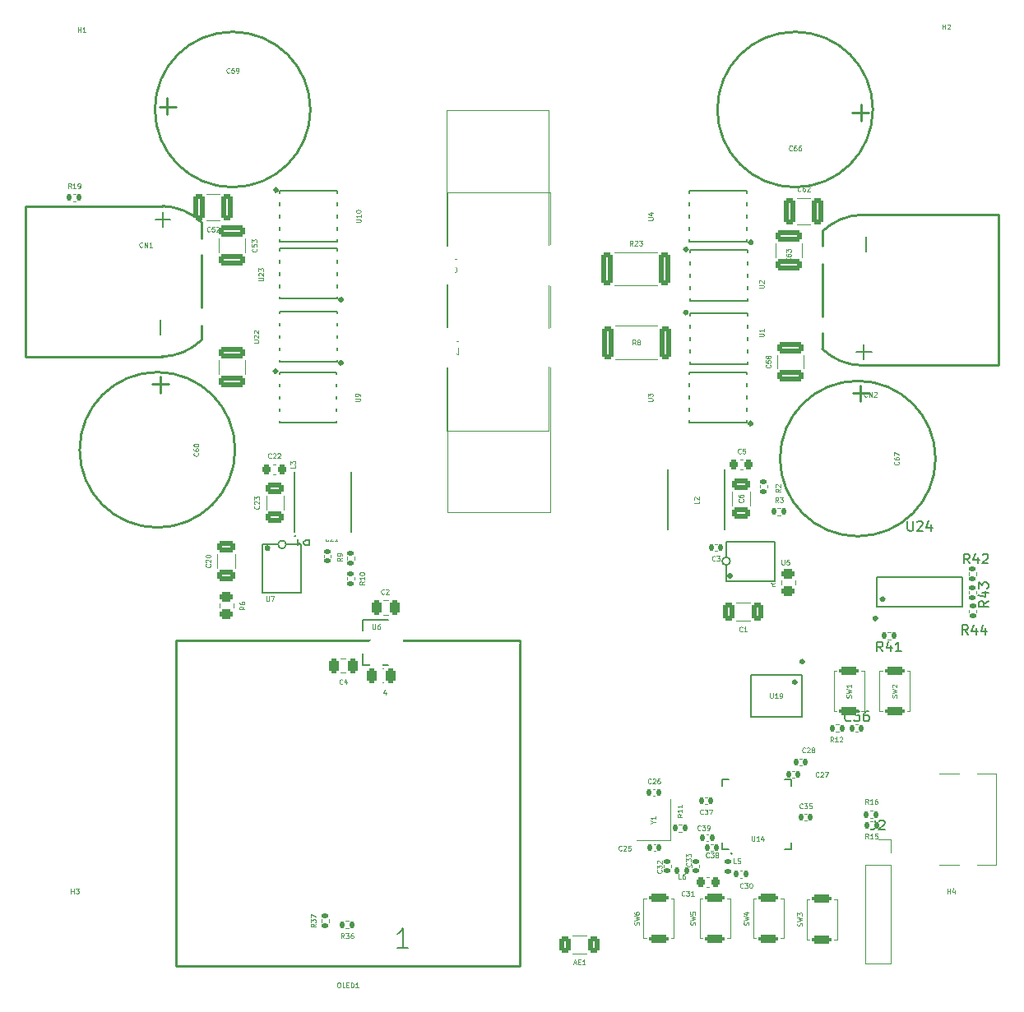
<source format=gto>
G04 #@! TF.GenerationSoftware,KiCad,Pcbnew,8.0.6*
G04 #@! TF.CreationDate,2025-01-07T14:18:53+11:00*
G04 #@! TF.ProjectId,MPPT_V3,4d505054-5f56-4332-9e6b-696361645f70,rev?*
G04 #@! TF.SameCoordinates,Original*
G04 #@! TF.FileFunction,Legend,Top*
G04 #@! TF.FilePolarity,Positive*
%FSLAX46Y46*%
G04 Gerber Fmt 4.6, Leading zero omitted, Abs format (unit mm)*
G04 Created by KiCad (PCBNEW 8.0.6) date 2025-01-07 14:18:53*
%MOMM*%
%LPD*%
G01*
G04 APERTURE LIST*
G04 Aperture macros list*
%AMRoundRect*
0 Rectangle with rounded corners*
0 $1 Rounding radius*
0 $2 $3 $4 $5 $6 $7 $8 $9 X,Y pos of 4 corners*
0 Add a 4 corners polygon primitive as box body*
4,1,4,$2,$3,$4,$5,$6,$7,$8,$9,$2,$3,0*
0 Add four circle primitives for the rounded corners*
1,1,$1+$1,$2,$3*
1,1,$1+$1,$4,$5*
1,1,$1+$1,$6,$7*
1,1,$1+$1,$8,$9*
0 Add four rect primitives between the rounded corners*
20,1,$1+$1,$2,$3,$4,$5,0*
20,1,$1+$1,$4,$5,$6,$7,0*
20,1,$1+$1,$6,$7,$8,$9,0*
20,1,$1+$1,$8,$9,$2,$3,0*%
%AMFreePoly0*
4,1,149,1.029806,0.999029,1.079806,0.989029,1.082127,0.988507,1.120971,0.978796,1.169806,0.969029,1.172127,0.968507,1.252127,0.948507,1.262361,0.944721,1.297451,0.927176,1.332127,0.918507,1.342361,0.914721,1.422361,0.874721,1.430000,0.870000,1.466394,0.842704,1.502361,0.824721,1.515355,0.815355,1.542840,0.787870,1.580000,0.760000,1.585355,0.755355,1.705355,0.635355,
1.710000,0.630000,1.737870,0.592840,1.765355,0.565355,1.774721,0.552361,1.834721,0.432361,1.838507,0.422127,1.849039,0.380000,3.510000,0.380000,3.545355,0.365355,3.560000,0.330000,3.560000,-0.330000,3.545355,-0.365355,3.510000,-0.380000,1.849039,-0.380000,1.838507,-0.422127,1.834721,-0.432361,1.774721,-0.552361,1.765355,-0.565355,1.737870,-0.592840,1.710000,-0.630000,
1.705355,-0.635355,1.647870,-0.692840,1.620000,-0.730000,1.607735,-0.741603,1.578884,-0.760837,1.542840,-0.787870,1.515355,-0.815355,1.502361,-0.824721,1.466394,-0.842704,1.430000,-0.870000,1.422361,-0.874721,1.342361,-0.914721,1.332127,-0.918507,1.297451,-0.927176,1.262361,-0.944721,1.252127,-0.948507,1.172127,-0.968507,1.169806,-0.969029,1.120971,-0.978796,1.082127,-0.988507,
1.079806,-0.989029,1.029806,-0.999029,1.020000,-1.000000,-1.010000,-1.000000,-1.022127,-0.998507,-1.060971,-0.988796,-1.109806,-0.979029,-1.112127,-0.978507,-1.190971,-0.958796,-1.239806,-0.949029,-1.252361,-0.944721,-1.287451,-0.927176,-1.322127,-0.918507,-1.332361,-0.914721,-1.412361,-0.874721,-1.420000,-0.870000,-1.458884,-0.840837,-1.487735,-0.821603,-1.490000,-0.820000,-1.530000,-0.790000,
-1.535355,-0.785355,-1.559617,-0.761093,-1.592361,-0.744721,-1.610000,-0.730000,-1.637870,-0.692840,-1.695355,-0.635355,-1.700000,-0.630000,-1.730000,-0.590000,-1.731603,-0.587735,-1.751603,-0.557735,-1.754721,-0.552361,-1.772704,-0.516394,-1.800000,-0.480000,-1.804721,-0.472361,-1.844721,-0.392361,-1.848507,-0.382127,-1.857176,-0.347451,-1.874721,-0.312361,-1.879029,-0.299806,-1.888796,-0.250971,
-1.908507,-0.172127,-1.910000,-0.160000,-1.910000,-0.116155,-1.918507,-0.082127,-1.920000,-0.070000,-1.920000,0.070000,-1.918507,0.082127,-1.910000,0.116155,-1.910000,0.150000,-1.909029,0.159806,-1.899029,0.209806,-1.898507,0.212127,-1.878507,0.292127,-1.876424,0.298570,-1.857683,0.345421,-1.848507,0.382127,-1.844721,0.392361,-1.804721,0.472361,-1.800000,0.480000,-1.772704,0.516394,
-1.754721,0.552361,-1.751603,0.557735,-1.731603,0.587735,-1.730000,0.590000,-1.700000,0.630000,-1.695355,0.635355,-1.605355,0.725355,-1.600000,0.730000,-1.562840,0.757870,-1.535355,0.785355,-1.530000,0.790000,-1.490000,0.820000,-1.487735,0.821603,-1.458884,0.840837,-1.420000,0.870000,-1.412361,0.874721,-1.332361,0.914721,-1.322127,0.918507,-1.287451,0.927176,-1.252361,0.944721,
-1.239806,0.949029,-1.190971,0.958796,-1.112127,0.978507,-1.109806,0.979029,-1.060971,0.988796,-1.022127,0.998507,-1.010000,1.000000,1.020000,1.000000,1.029806,0.999029,1.029806,0.999029,$1*%
G04 Aperture macros list end*
%ADD10C,0.150000*%
%ADD11C,0.080000*%
%ADD12C,0.100000*%
%ADD13C,0.200000*%
%ADD14C,0.120000*%
%ADD15C,0.300000*%
%ADD16C,0.130000*%
%ADD17C,0.250000*%
%ADD18RoundRect,0.140000X-0.140000X-0.170000X0.140000X-0.170000X0.140000X0.170000X-0.140000X0.170000X0*%
%ADD19RoundRect,0.250000X-1.100000X0.325000X-1.100000X-0.325000X1.100000X-0.325000X1.100000X0.325000X0*%
%ADD20R,1.000000X0.600000*%
%ADD21R,4.000000X4.410000*%
%ADD22O,0.590000X1.970000*%
%ADD23C,5.000000*%
%ADD24RoundRect,0.147500X0.172500X-0.147500X0.172500X0.147500X-0.172500X0.147500X-0.172500X-0.147500X0*%
%ADD25RoundRect,0.135000X-0.135000X-0.185000X0.135000X-0.185000X0.135000X0.185000X-0.135000X0.185000X0*%
%ADD26RoundRect,0.140000X0.140000X0.170000X-0.140000X0.170000X-0.140000X-0.170000X0.140000X-0.170000X0*%
%ADD27RoundRect,0.250000X0.650000X-0.325000X0.650000X0.325000X-0.650000X0.325000X-0.650000X-0.325000X0*%
%ADD28RoundRect,0.140000X0.170000X-0.140000X0.170000X0.140000X-0.170000X0.140000X-0.170000X-0.140000X0*%
%ADD29RoundRect,0.135000X-0.185000X0.135000X-0.185000X-0.135000X0.185000X-0.135000X0.185000X0.135000X0*%
%ADD30RoundRect,0.250000X0.450000X-0.262500X0.450000X0.262500X-0.450000X0.262500X-0.450000X-0.262500X0*%
%ADD31C,6.000000*%
%ADD32R,5.500000X3.000000*%
%ADD33R,0.200000X0.660000*%
%ADD34R,0.660000X0.200000*%
%ADD35R,4.000000X4.000000*%
%ADD36RoundRect,0.225000X0.225000X0.250000X-0.225000X0.250000X-0.225000X-0.250000X0.225000X-0.250000X0*%
%ADD37RoundRect,0.250000X0.250000X0.475000X-0.250000X0.475000X-0.250000X-0.475000X0.250000X-0.475000X0*%
%ADD38R,1.200000X1.400000*%
%ADD39RoundRect,0.200000X0.800000X-0.200000X0.800000X0.200000X-0.800000X0.200000X-0.800000X-0.200000X0*%
%ADD40RoundRect,0.225000X-0.225000X-0.250000X0.225000X-0.250000X0.225000X0.250000X-0.225000X0.250000X0*%
%ADD41RoundRect,0.250000X0.325000X0.650000X-0.325000X0.650000X-0.325000X-0.650000X0.325000X-0.650000X0*%
%ADD42R,1.580000X0.670000*%
%ADD43FreePoly0,0.000000*%
%ADD44RoundRect,0.250000X-0.325000X-1.100000X0.325000X-1.100000X0.325000X1.100000X-0.325000X1.100000X0*%
%ADD45RoundRect,0.200000X-0.800000X0.200000X-0.800000X-0.200000X0.800000X-0.200000X0.800000X0.200000X0*%
%ADD46O,1.600000X0.600000*%
%ADD47R,2.500000X3.200000*%
%ADD48RoundRect,0.135000X0.135000X0.185000X-0.135000X0.185000X-0.135000X-0.185000X0.135000X-0.185000X0*%
%ADD49RoundRect,0.250000X-0.362500X-1.425000X0.362500X-1.425000X0.362500X1.425000X-0.362500X1.425000X0*%
%ADD50RoundRect,0.135000X0.185000X-0.135000X0.185000X0.135000X-0.185000X0.135000X-0.185000X-0.135000X0*%
%ADD51C,2.200000*%
%ADD52RoundRect,0.250000X0.312500X0.625000X-0.312500X0.625000X-0.312500X-0.625000X0.312500X-0.625000X0*%
%ADD53RoundRect,0.250000X0.325000X1.100000X-0.325000X1.100000X-0.325000X-1.100000X0.325000X-1.100000X0*%
%ADD54C,0.650000*%
%ADD55R,1.450000X0.600000*%
%ADD56R,1.450000X0.300000*%
%ADD57O,2.100000X1.000000*%
%ADD58O,1.600000X1.000000*%
%ADD59C,3.000000*%
%ADD60C,1.600000*%
%ADD61R,1.700000X1.700000*%
%ADD62O,1.700000X1.700000*%
%ADD63RoundRect,0.250000X-0.250000X-0.475000X0.250000X-0.475000X0.250000X0.475000X-0.250000X0.475000X0*%
%ADD64O,0.600000X1.600000*%
%ADD65R,3.200000X2.500000*%
%ADD66O,0.630000X2.250000*%
%ADD67RoundRect,0.250000X1.100000X-0.325000X1.100000X0.325000X-1.100000X0.325000X-1.100000X-0.325000X0*%
%ADD68C,3.800000*%
%ADD69O,2.200000X1.200000*%
%ADD70RoundRect,0.147500X-0.147500X-0.172500X0.147500X-0.172500X0.147500X0.172500X-0.147500X0.172500X0*%
%ADD71RoundRect,0.250000X-0.450000X0.262500X-0.450000X-0.262500X0.450000X-0.262500X0.450000X0.262500X0*%
G04 APERTURE END LIST*
D10*
X108379166Y-106895180D02*
X108712499Y-107371371D01*
X108950594Y-106895180D02*
X108950594Y-107895180D01*
X108950594Y-107895180D02*
X108569642Y-107895180D01*
X108569642Y-107895180D02*
X108474404Y-107847561D01*
X108474404Y-107847561D02*
X108426785Y-107799942D01*
X108426785Y-107799942D02*
X108379166Y-107704704D01*
X108379166Y-107704704D02*
X108379166Y-107561847D01*
X108379166Y-107561847D02*
X108426785Y-107466609D01*
X108426785Y-107466609D02*
X108474404Y-107418990D01*
X108474404Y-107418990D02*
X108569642Y-107371371D01*
X108569642Y-107371371D02*
X108950594Y-107371371D01*
X107426785Y-106895180D02*
X107998213Y-106895180D01*
X107712499Y-106895180D02*
X107712499Y-107895180D01*
X107712499Y-107895180D02*
X107807737Y-107752323D01*
X107807737Y-107752323D02*
X107902975Y-107657085D01*
X107902975Y-107657085D02*
X107998213Y-107609466D01*
X164657142Y-125899580D02*
X164609523Y-125947200D01*
X164609523Y-125947200D02*
X164466666Y-125994819D01*
X164466666Y-125994819D02*
X164371428Y-125994819D01*
X164371428Y-125994819D02*
X164228571Y-125947200D01*
X164228571Y-125947200D02*
X164133333Y-125851961D01*
X164133333Y-125851961D02*
X164085714Y-125756723D01*
X164085714Y-125756723D02*
X164038095Y-125566247D01*
X164038095Y-125566247D02*
X164038095Y-125423390D01*
X164038095Y-125423390D02*
X164085714Y-125232914D01*
X164085714Y-125232914D02*
X164133333Y-125137676D01*
X164133333Y-125137676D02*
X164228571Y-125042438D01*
X164228571Y-125042438D02*
X164371428Y-124994819D01*
X164371428Y-124994819D02*
X164466666Y-124994819D01*
X164466666Y-124994819D02*
X164609523Y-125042438D01*
X164609523Y-125042438D02*
X164657142Y-125090057D01*
X164990476Y-124994819D02*
X165609523Y-124994819D01*
X165609523Y-124994819D02*
X165276190Y-125375771D01*
X165276190Y-125375771D02*
X165419047Y-125375771D01*
X165419047Y-125375771D02*
X165514285Y-125423390D01*
X165514285Y-125423390D02*
X165561904Y-125471009D01*
X165561904Y-125471009D02*
X165609523Y-125566247D01*
X165609523Y-125566247D02*
X165609523Y-125804342D01*
X165609523Y-125804342D02*
X165561904Y-125899580D01*
X165561904Y-125899580D02*
X165514285Y-125947200D01*
X165514285Y-125947200D02*
X165419047Y-125994819D01*
X165419047Y-125994819D02*
X165133333Y-125994819D01*
X165133333Y-125994819D02*
X165038095Y-125947200D01*
X165038095Y-125947200D02*
X164990476Y-125899580D01*
X166466666Y-124994819D02*
X166276190Y-124994819D01*
X166276190Y-124994819D02*
X166180952Y-125042438D01*
X166180952Y-125042438D02*
X166133333Y-125090057D01*
X166133333Y-125090057D02*
X166038095Y-125232914D01*
X166038095Y-125232914D02*
X165990476Y-125423390D01*
X165990476Y-125423390D02*
X165990476Y-125804342D01*
X165990476Y-125804342D02*
X166038095Y-125899580D01*
X166038095Y-125899580D02*
X166085714Y-125947200D01*
X166085714Y-125947200D02*
X166180952Y-125994819D01*
X166180952Y-125994819D02*
X166371428Y-125994819D01*
X166371428Y-125994819D02*
X166466666Y-125947200D01*
X166466666Y-125947200D02*
X166514285Y-125899580D01*
X166514285Y-125899580D02*
X166561904Y-125804342D01*
X166561904Y-125804342D02*
X166561904Y-125566247D01*
X166561904Y-125566247D02*
X166514285Y-125471009D01*
X166514285Y-125471009D02*
X166466666Y-125423390D01*
X166466666Y-125423390D02*
X166371428Y-125375771D01*
X166371428Y-125375771D02*
X166180952Y-125375771D01*
X166180952Y-125375771D02*
X166085714Y-125423390D01*
X166085714Y-125423390D02*
X166038095Y-125471009D01*
X166038095Y-125471009D02*
X165990476Y-125566247D01*
D11*
X103479530Y-77346428D02*
X103503340Y-77370237D01*
X103503340Y-77370237D02*
X103527149Y-77441666D01*
X103527149Y-77441666D02*
X103527149Y-77489285D01*
X103527149Y-77489285D02*
X103503340Y-77560713D01*
X103503340Y-77560713D02*
X103455720Y-77608332D01*
X103455720Y-77608332D02*
X103408101Y-77632142D01*
X103408101Y-77632142D02*
X103312863Y-77655951D01*
X103312863Y-77655951D02*
X103241435Y-77655951D01*
X103241435Y-77655951D02*
X103146197Y-77632142D01*
X103146197Y-77632142D02*
X103098578Y-77608332D01*
X103098578Y-77608332D02*
X103050959Y-77560713D01*
X103050959Y-77560713D02*
X103027149Y-77489285D01*
X103027149Y-77489285D02*
X103027149Y-77441666D01*
X103027149Y-77441666D02*
X103050959Y-77370237D01*
X103050959Y-77370237D02*
X103074768Y-77346428D01*
X103027149Y-76894047D02*
X103027149Y-77132142D01*
X103027149Y-77132142D02*
X103265244Y-77155951D01*
X103265244Y-77155951D02*
X103241435Y-77132142D01*
X103241435Y-77132142D02*
X103217625Y-77084523D01*
X103217625Y-77084523D02*
X103217625Y-76965475D01*
X103217625Y-76965475D02*
X103241435Y-76917856D01*
X103241435Y-76917856D02*
X103265244Y-76894047D01*
X103265244Y-76894047D02*
X103312863Y-76870237D01*
X103312863Y-76870237D02*
X103431911Y-76870237D01*
X103431911Y-76870237D02*
X103479530Y-76894047D01*
X103479530Y-76894047D02*
X103503340Y-76917856D01*
X103503340Y-76917856D02*
X103527149Y-76965475D01*
X103527149Y-76965475D02*
X103527149Y-77084523D01*
X103527149Y-77084523D02*
X103503340Y-77132142D01*
X103503340Y-77132142D02*
X103479530Y-77155951D01*
X103027149Y-76703571D02*
X103027149Y-76394047D01*
X103027149Y-76394047D02*
X103217625Y-76560714D01*
X103217625Y-76560714D02*
X103217625Y-76489285D01*
X103217625Y-76489285D02*
X103241435Y-76441666D01*
X103241435Y-76441666D02*
X103265244Y-76417857D01*
X103265244Y-76417857D02*
X103312863Y-76394047D01*
X103312863Y-76394047D02*
X103431911Y-76394047D01*
X103431911Y-76394047D02*
X103479530Y-76417857D01*
X103479530Y-76417857D02*
X103503340Y-76441666D01*
X103503340Y-76441666D02*
X103527149Y-76489285D01*
X103527149Y-76489285D02*
X103527149Y-76632142D01*
X103527149Y-76632142D02*
X103503340Y-76679761D01*
X103503340Y-76679761D02*
X103479530Y-76703571D01*
X143787149Y-93030952D02*
X144191911Y-93030952D01*
X144191911Y-93030952D02*
X144239530Y-93007142D01*
X144239530Y-93007142D02*
X144263340Y-92983333D01*
X144263340Y-92983333D02*
X144287149Y-92935714D01*
X144287149Y-92935714D02*
X144287149Y-92840476D01*
X144287149Y-92840476D02*
X144263340Y-92792857D01*
X144263340Y-92792857D02*
X144239530Y-92769047D01*
X144239530Y-92769047D02*
X144191911Y-92745238D01*
X144191911Y-92745238D02*
X143787149Y-92745238D01*
X143787149Y-92554761D02*
X143787149Y-92245237D01*
X143787149Y-92245237D02*
X143977625Y-92411904D01*
X143977625Y-92411904D02*
X143977625Y-92340475D01*
X143977625Y-92340475D02*
X144001435Y-92292856D01*
X144001435Y-92292856D02*
X144025244Y-92269047D01*
X144025244Y-92269047D02*
X144072863Y-92245237D01*
X144072863Y-92245237D02*
X144191911Y-92245237D01*
X144191911Y-92245237D02*
X144239530Y-92269047D01*
X144239530Y-92269047D02*
X144263340Y-92292856D01*
X144263340Y-92292856D02*
X144287149Y-92340475D01*
X144287149Y-92340475D02*
X144287149Y-92483332D01*
X144287149Y-92483332D02*
X144263340Y-92530951D01*
X144263340Y-92530951D02*
X144239530Y-92554761D01*
D10*
X170521905Y-105394819D02*
X170521905Y-106204342D01*
X170521905Y-106204342D02*
X170569524Y-106299580D01*
X170569524Y-106299580D02*
X170617143Y-106347200D01*
X170617143Y-106347200D02*
X170712381Y-106394819D01*
X170712381Y-106394819D02*
X170902857Y-106394819D01*
X170902857Y-106394819D02*
X170998095Y-106347200D01*
X170998095Y-106347200D02*
X171045714Y-106299580D01*
X171045714Y-106299580D02*
X171093333Y-106204342D01*
X171093333Y-106204342D02*
X171093333Y-105394819D01*
X171521905Y-105490057D02*
X171569524Y-105442438D01*
X171569524Y-105442438D02*
X171664762Y-105394819D01*
X171664762Y-105394819D02*
X171902857Y-105394819D01*
X171902857Y-105394819D02*
X171998095Y-105442438D01*
X171998095Y-105442438D02*
X172045714Y-105490057D01*
X172045714Y-105490057D02*
X172093333Y-105585295D01*
X172093333Y-105585295D02*
X172093333Y-105680533D01*
X172093333Y-105680533D02*
X172045714Y-105823390D01*
X172045714Y-105823390D02*
X171474286Y-106394819D01*
X171474286Y-106394819D02*
X172093333Y-106394819D01*
X172950476Y-105728152D02*
X172950476Y-106394819D01*
X172712381Y-105347200D02*
X172474286Y-106061485D01*
X172474286Y-106061485D02*
X173093333Y-106061485D01*
D11*
X159708571Y-134919530D02*
X159684762Y-134943340D01*
X159684762Y-134943340D02*
X159613333Y-134967149D01*
X159613333Y-134967149D02*
X159565714Y-134967149D01*
X159565714Y-134967149D02*
X159494286Y-134943340D01*
X159494286Y-134943340D02*
X159446667Y-134895720D01*
X159446667Y-134895720D02*
X159422857Y-134848101D01*
X159422857Y-134848101D02*
X159399048Y-134752863D01*
X159399048Y-134752863D02*
X159399048Y-134681435D01*
X159399048Y-134681435D02*
X159422857Y-134586197D01*
X159422857Y-134586197D02*
X159446667Y-134538578D01*
X159446667Y-134538578D02*
X159494286Y-134490959D01*
X159494286Y-134490959D02*
X159565714Y-134467149D01*
X159565714Y-134467149D02*
X159613333Y-134467149D01*
X159613333Y-134467149D02*
X159684762Y-134490959D01*
X159684762Y-134490959D02*
X159708571Y-134514768D01*
X159875238Y-134467149D02*
X160184762Y-134467149D01*
X160184762Y-134467149D02*
X160018095Y-134657625D01*
X160018095Y-134657625D02*
X160089524Y-134657625D01*
X160089524Y-134657625D02*
X160137143Y-134681435D01*
X160137143Y-134681435D02*
X160160952Y-134705244D01*
X160160952Y-134705244D02*
X160184762Y-134752863D01*
X160184762Y-134752863D02*
X160184762Y-134871911D01*
X160184762Y-134871911D02*
X160160952Y-134919530D01*
X160160952Y-134919530D02*
X160137143Y-134943340D01*
X160137143Y-134943340D02*
X160089524Y-134967149D01*
X160089524Y-134967149D02*
X159946667Y-134967149D01*
X159946667Y-134967149D02*
X159899048Y-134943340D01*
X159899048Y-134943340D02*
X159875238Y-134919530D01*
X160637142Y-134467149D02*
X160399047Y-134467149D01*
X160399047Y-134467149D02*
X160375238Y-134705244D01*
X160375238Y-134705244D02*
X160399047Y-134681435D01*
X160399047Y-134681435D02*
X160446666Y-134657625D01*
X160446666Y-134657625D02*
X160565714Y-134657625D01*
X160565714Y-134657625D02*
X160613333Y-134681435D01*
X160613333Y-134681435D02*
X160637142Y-134705244D01*
X160637142Y-134705244D02*
X160660952Y-134752863D01*
X160660952Y-134752863D02*
X160660952Y-134871911D01*
X160660952Y-134871911D02*
X160637142Y-134919530D01*
X160637142Y-134919530D02*
X160613333Y-134943340D01*
X160613333Y-134943340D02*
X160565714Y-134967149D01*
X160565714Y-134967149D02*
X160446666Y-134967149D01*
X160446666Y-134967149D02*
X160399047Y-134943340D01*
X160399047Y-134943340D02*
X160375238Y-134919530D01*
D12*
X123117579Y-78908333D02*
X123117579Y-78432143D01*
X123117579Y-78432143D02*
X124117579Y-78432143D01*
X123689008Y-79384524D02*
X123736627Y-79289286D01*
X123736627Y-79289286D02*
X123784246Y-79241667D01*
X123784246Y-79241667D02*
X123879484Y-79194048D01*
X123879484Y-79194048D02*
X123927103Y-79194048D01*
X123927103Y-79194048D02*
X124022341Y-79241667D01*
X124022341Y-79241667D02*
X124069960Y-79289286D01*
X124069960Y-79289286D02*
X124117579Y-79384524D01*
X124117579Y-79384524D02*
X124117579Y-79575000D01*
X124117579Y-79575000D02*
X124069960Y-79670238D01*
X124069960Y-79670238D02*
X124022341Y-79717857D01*
X124022341Y-79717857D02*
X123927103Y-79765476D01*
X123927103Y-79765476D02*
X123879484Y-79765476D01*
X123879484Y-79765476D02*
X123784246Y-79717857D01*
X123784246Y-79717857D02*
X123736627Y-79670238D01*
X123736627Y-79670238D02*
X123689008Y-79575000D01*
X123689008Y-79575000D02*
X123689008Y-79384524D01*
X123689008Y-79384524D02*
X123641389Y-79289286D01*
X123641389Y-79289286D02*
X123593770Y-79241667D01*
X123593770Y-79241667D02*
X123498532Y-79194048D01*
X123498532Y-79194048D02*
X123308056Y-79194048D01*
X123308056Y-79194048D02*
X123212818Y-79241667D01*
X123212818Y-79241667D02*
X123165199Y-79289286D01*
X123165199Y-79289286D02*
X123117579Y-79384524D01*
X123117579Y-79384524D02*
X123117579Y-79575000D01*
X123117579Y-79575000D02*
X123165199Y-79670238D01*
X123165199Y-79670238D02*
X123212818Y-79717857D01*
X123212818Y-79717857D02*
X123308056Y-79765476D01*
X123308056Y-79765476D02*
X123498532Y-79765476D01*
X123498532Y-79765476D02*
X123593770Y-79717857D01*
X123593770Y-79717857D02*
X123641389Y-79670238D01*
X123641389Y-79670238D02*
X123689008Y-79575000D01*
D11*
X152895039Y-140653727D02*
X152656944Y-140653727D01*
X152656944Y-140653727D02*
X152656944Y-140153727D01*
X153299801Y-140153727D02*
X153061706Y-140153727D01*
X153061706Y-140153727D02*
X153037897Y-140391822D01*
X153037897Y-140391822D02*
X153061706Y-140368013D01*
X153061706Y-140368013D02*
X153109325Y-140344203D01*
X153109325Y-140344203D02*
X153228373Y-140344203D01*
X153228373Y-140344203D02*
X153275992Y-140368013D01*
X153275992Y-140368013D02*
X153299801Y-140391822D01*
X153299801Y-140391822D02*
X153323611Y-140439441D01*
X153323611Y-140439441D02*
X153323611Y-140558489D01*
X153323611Y-140558489D02*
X153299801Y-140606108D01*
X153299801Y-140606108D02*
X153275992Y-140629918D01*
X153275992Y-140629918D02*
X153228373Y-140653727D01*
X153228373Y-140653727D02*
X153109325Y-140653727D01*
X153109325Y-140653727D02*
X153061706Y-140629918D01*
X153061706Y-140629918D02*
X153037897Y-140606108D01*
X84428571Y-71107149D02*
X84261905Y-70869054D01*
X84142857Y-71107149D02*
X84142857Y-70607149D01*
X84142857Y-70607149D02*
X84333333Y-70607149D01*
X84333333Y-70607149D02*
X84380952Y-70630959D01*
X84380952Y-70630959D02*
X84404762Y-70654768D01*
X84404762Y-70654768D02*
X84428571Y-70702387D01*
X84428571Y-70702387D02*
X84428571Y-70773816D01*
X84428571Y-70773816D02*
X84404762Y-70821435D01*
X84404762Y-70821435D02*
X84380952Y-70845244D01*
X84380952Y-70845244D02*
X84333333Y-70869054D01*
X84333333Y-70869054D02*
X84142857Y-70869054D01*
X84904762Y-71107149D02*
X84619048Y-71107149D01*
X84761905Y-71107149D02*
X84761905Y-70607149D01*
X84761905Y-70607149D02*
X84714286Y-70678578D01*
X84714286Y-70678578D02*
X84666667Y-70726197D01*
X84666667Y-70726197D02*
X84619048Y-70750006D01*
X85142857Y-71107149D02*
X85238095Y-71107149D01*
X85238095Y-71107149D02*
X85285714Y-71083340D01*
X85285714Y-71083340D02*
X85309523Y-71059530D01*
X85309523Y-71059530D02*
X85357142Y-70988101D01*
X85357142Y-70988101D02*
X85380952Y-70892863D01*
X85380952Y-70892863D02*
X85380952Y-70702387D01*
X85380952Y-70702387D02*
X85357142Y-70654768D01*
X85357142Y-70654768D02*
X85333333Y-70630959D01*
X85333333Y-70630959D02*
X85285714Y-70607149D01*
X85285714Y-70607149D02*
X85190476Y-70607149D01*
X85190476Y-70607149D02*
X85142857Y-70630959D01*
X85142857Y-70630959D02*
X85119047Y-70654768D01*
X85119047Y-70654768D02*
X85095238Y-70702387D01*
X85095238Y-70702387D02*
X85095238Y-70821435D01*
X85095238Y-70821435D02*
X85119047Y-70869054D01*
X85119047Y-70869054D02*
X85142857Y-70892863D01*
X85142857Y-70892863D02*
X85190476Y-70916673D01*
X85190476Y-70916673D02*
X85285714Y-70916673D01*
X85285714Y-70916673D02*
X85333333Y-70892863D01*
X85333333Y-70892863D02*
X85357142Y-70869054D01*
X85357142Y-70869054D02*
X85380952Y-70821435D01*
X103727149Y-80619047D02*
X104131911Y-80619047D01*
X104131911Y-80619047D02*
X104179530Y-80595237D01*
X104179530Y-80595237D02*
X104203340Y-80571428D01*
X104203340Y-80571428D02*
X104227149Y-80523809D01*
X104227149Y-80523809D02*
X104227149Y-80428571D01*
X104227149Y-80428571D02*
X104203340Y-80380952D01*
X104203340Y-80380952D02*
X104179530Y-80357142D01*
X104179530Y-80357142D02*
X104131911Y-80333333D01*
X104131911Y-80333333D02*
X103727149Y-80333333D01*
X103774768Y-80119046D02*
X103750959Y-80095237D01*
X103750959Y-80095237D02*
X103727149Y-80047618D01*
X103727149Y-80047618D02*
X103727149Y-79928570D01*
X103727149Y-79928570D02*
X103750959Y-79880951D01*
X103750959Y-79880951D02*
X103774768Y-79857142D01*
X103774768Y-79857142D02*
X103822387Y-79833332D01*
X103822387Y-79833332D02*
X103870006Y-79833332D01*
X103870006Y-79833332D02*
X103941435Y-79857142D01*
X103941435Y-79857142D02*
X104227149Y-80142856D01*
X104227149Y-80142856D02*
X104227149Y-79833332D01*
X103727149Y-79666666D02*
X103727149Y-79357142D01*
X103727149Y-79357142D02*
X103917625Y-79523809D01*
X103917625Y-79523809D02*
X103917625Y-79452380D01*
X103917625Y-79452380D02*
X103941435Y-79404761D01*
X103941435Y-79404761D02*
X103965244Y-79380952D01*
X103965244Y-79380952D02*
X104012863Y-79357142D01*
X104012863Y-79357142D02*
X104131911Y-79357142D01*
X104131911Y-79357142D02*
X104179530Y-79380952D01*
X104179530Y-79380952D02*
X104203340Y-79404761D01*
X104203340Y-79404761D02*
X104227149Y-79452380D01*
X104227149Y-79452380D02*
X104227149Y-79595237D01*
X104227149Y-79595237D02*
X104203340Y-79642856D01*
X104203340Y-79642856D02*
X104179530Y-79666666D01*
X141078571Y-139279530D02*
X141054762Y-139303340D01*
X141054762Y-139303340D02*
X140983333Y-139327149D01*
X140983333Y-139327149D02*
X140935714Y-139327149D01*
X140935714Y-139327149D02*
X140864286Y-139303340D01*
X140864286Y-139303340D02*
X140816667Y-139255720D01*
X140816667Y-139255720D02*
X140792857Y-139208101D01*
X140792857Y-139208101D02*
X140769048Y-139112863D01*
X140769048Y-139112863D02*
X140769048Y-139041435D01*
X140769048Y-139041435D02*
X140792857Y-138946197D01*
X140792857Y-138946197D02*
X140816667Y-138898578D01*
X140816667Y-138898578D02*
X140864286Y-138850959D01*
X140864286Y-138850959D02*
X140935714Y-138827149D01*
X140935714Y-138827149D02*
X140983333Y-138827149D01*
X140983333Y-138827149D02*
X141054762Y-138850959D01*
X141054762Y-138850959D02*
X141078571Y-138874768D01*
X141269048Y-138874768D02*
X141292857Y-138850959D01*
X141292857Y-138850959D02*
X141340476Y-138827149D01*
X141340476Y-138827149D02*
X141459524Y-138827149D01*
X141459524Y-138827149D02*
X141507143Y-138850959D01*
X141507143Y-138850959D02*
X141530952Y-138874768D01*
X141530952Y-138874768D02*
X141554762Y-138922387D01*
X141554762Y-138922387D02*
X141554762Y-138970006D01*
X141554762Y-138970006D02*
X141530952Y-139041435D01*
X141530952Y-139041435D02*
X141245238Y-139327149D01*
X141245238Y-139327149D02*
X141554762Y-139327149D01*
X142007142Y-138827149D02*
X141769047Y-138827149D01*
X141769047Y-138827149D02*
X141745238Y-139065244D01*
X141745238Y-139065244D02*
X141769047Y-139041435D01*
X141769047Y-139041435D02*
X141816666Y-139017625D01*
X141816666Y-139017625D02*
X141935714Y-139017625D01*
X141935714Y-139017625D02*
X141983333Y-139041435D01*
X141983333Y-139041435D02*
X142007142Y-139065244D01*
X142007142Y-139065244D02*
X142030952Y-139112863D01*
X142030952Y-139112863D02*
X142030952Y-139231911D01*
X142030952Y-139231911D02*
X142007142Y-139279530D01*
X142007142Y-139279530D02*
X141983333Y-139303340D01*
X141983333Y-139303340D02*
X141935714Y-139327149D01*
X141935714Y-139327149D02*
X141816666Y-139327149D01*
X141816666Y-139327149D02*
X141769047Y-139303340D01*
X141769047Y-139303340D02*
X141745238Y-139279530D01*
X103729530Y-103821428D02*
X103753340Y-103845237D01*
X103753340Y-103845237D02*
X103777149Y-103916666D01*
X103777149Y-103916666D02*
X103777149Y-103964285D01*
X103777149Y-103964285D02*
X103753340Y-104035713D01*
X103753340Y-104035713D02*
X103705720Y-104083332D01*
X103705720Y-104083332D02*
X103658101Y-104107142D01*
X103658101Y-104107142D02*
X103562863Y-104130951D01*
X103562863Y-104130951D02*
X103491435Y-104130951D01*
X103491435Y-104130951D02*
X103396197Y-104107142D01*
X103396197Y-104107142D02*
X103348578Y-104083332D01*
X103348578Y-104083332D02*
X103300959Y-104035713D01*
X103300959Y-104035713D02*
X103277149Y-103964285D01*
X103277149Y-103964285D02*
X103277149Y-103916666D01*
X103277149Y-103916666D02*
X103300959Y-103845237D01*
X103300959Y-103845237D02*
X103324768Y-103821428D01*
X103324768Y-103630951D02*
X103300959Y-103607142D01*
X103300959Y-103607142D02*
X103277149Y-103559523D01*
X103277149Y-103559523D02*
X103277149Y-103440475D01*
X103277149Y-103440475D02*
X103300959Y-103392856D01*
X103300959Y-103392856D02*
X103324768Y-103369047D01*
X103324768Y-103369047D02*
X103372387Y-103345237D01*
X103372387Y-103345237D02*
X103420006Y-103345237D01*
X103420006Y-103345237D02*
X103491435Y-103369047D01*
X103491435Y-103369047D02*
X103777149Y-103654761D01*
X103777149Y-103654761D02*
X103777149Y-103345237D01*
X103277149Y-103178571D02*
X103277149Y-102869047D01*
X103277149Y-102869047D02*
X103467625Y-103035714D01*
X103467625Y-103035714D02*
X103467625Y-102964285D01*
X103467625Y-102964285D02*
X103491435Y-102916666D01*
X103491435Y-102916666D02*
X103515244Y-102892857D01*
X103515244Y-102892857D02*
X103562863Y-102869047D01*
X103562863Y-102869047D02*
X103681911Y-102869047D01*
X103681911Y-102869047D02*
X103729530Y-102892857D01*
X103729530Y-102892857D02*
X103753340Y-102916666D01*
X103753340Y-102916666D02*
X103777149Y-102964285D01*
X103777149Y-102964285D02*
X103777149Y-103107142D01*
X103777149Y-103107142D02*
X103753340Y-103154761D01*
X103753340Y-103154761D02*
X103729530Y-103178571D01*
X145179530Y-141321428D02*
X145203340Y-141345237D01*
X145203340Y-141345237D02*
X145227149Y-141416666D01*
X145227149Y-141416666D02*
X145227149Y-141464285D01*
X145227149Y-141464285D02*
X145203340Y-141535713D01*
X145203340Y-141535713D02*
X145155720Y-141583332D01*
X145155720Y-141583332D02*
X145108101Y-141607142D01*
X145108101Y-141607142D02*
X145012863Y-141630951D01*
X145012863Y-141630951D02*
X144941435Y-141630951D01*
X144941435Y-141630951D02*
X144846197Y-141607142D01*
X144846197Y-141607142D02*
X144798578Y-141583332D01*
X144798578Y-141583332D02*
X144750959Y-141535713D01*
X144750959Y-141535713D02*
X144727149Y-141464285D01*
X144727149Y-141464285D02*
X144727149Y-141416666D01*
X144727149Y-141416666D02*
X144750959Y-141345237D01*
X144750959Y-141345237D02*
X144774768Y-141321428D01*
X144727149Y-141154761D02*
X144727149Y-140845237D01*
X144727149Y-140845237D02*
X144917625Y-141011904D01*
X144917625Y-141011904D02*
X144917625Y-140940475D01*
X144917625Y-140940475D02*
X144941435Y-140892856D01*
X144941435Y-140892856D02*
X144965244Y-140869047D01*
X144965244Y-140869047D02*
X145012863Y-140845237D01*
X145012863Y-140845237D02*
X145131911Y-140845237D01*
X145131911Y-140845237D02*
X145179530Y-140869047D01*
X145179530Y-140869047D02*
X145203340Y-140892856D01*
X145203340Y-140892856D02*
X145227149Y-140940475D01*
X145227149Y-140940475D02*
X145227149Y-141083332D01*
X145227149Y-141083332D02*
X145203340Y-141130951D01*
X145203340Y-141130951D02*
X145179530Y-141154761D01*
X144774768Y-140654761D02*
X144750959Y-140630952D01*
X144750959Y-140630952D02*
X144727149Y-140583333D01*
X144727149Y-140583333D02*
X144727149Y-140464285D01*
X144727149Y-140464285D02*
X144750959Y-140416666D01*
X144750959Y-140416666D02*
X144774768Y-140392857D01*
X144774768Y-140392857D02*
X144822387Y-140369047D01*
X144822387Y-140369047D02*
X144870006Y-140369047D01*
X144870006Y-140369047D02*
X144941435Y-140392857D01*
X144941435Y-140392857D02*
X145227149Y-140678571D01*
X145227149Y-140678571D02*
X145227149Y-140369047D01*
D10*
X176737142Y-117094819D02*
X176403809Y-116618628D01*
X176165714Y-117094819D02*
X176165714Y-116094819D01*
X176165714Y-116094819D02*
X176546666Y-116094819D01*
X176546666Y-116094819D02*
X176641904Y-116142438D01*
X176641904Y-116142438D02*
X176689523Y-116190057D01*
X176689523Y-116190057D02*
X176737142Y-116285295D01*
X176737142Y-116285295D02*
X176737142Y-116428152D01*
X176737142Y-116428152D02*
X176689523Y-116523390D01*
X176689523Y-116523390D02*
X176641904Y-116571009D01*
X176641904Y-116571009D02*
X176546666Y-116618628D01*
X176546666Y-116618628D02*
X176165714Y-116618628D01*
X177594285Y-116428152D02*
X177594285Y-117094819D01*
X177356190Y-116047200D02*
X177118095Y-116761485D01*
X177118095Y-116761485D02*
X177737142Y-116761485D01*
X178546666Y-116428152D02*
X178546666Y-117094819D01*
X178308571Y-116047200D02*
X178070476Y-116761485D01*
X178070476Y-116761485D02*
X178689523Y-116761485D01*
D11*
X156827149Y-111795833D02*
X156589054Y-111962499D01*
X156827149Y-112081547D02*
X156327149Y-112081547D01*
X156327149Y-112081547D02*
X156327149Y-111891071D01*
X156327149Y-111891071D02*
X156350959Y-111843452D01*
X156350959Y-111843452D02*
X156374768Y-111819642D01*
X156374768Y-111819642D02*
X156422387Y-111795833D01*
X156422387Y-111795833D02*
X156493816Y-111795833D01*
X156493816Y-111795833D02*
X156541435Y-111819642D01*
X156541435Y-111819642D02*
X156565244Y-111843452D01*
X156565244Y-111843452D02*
X156589054Y-111891071D01*
X156589054Y-111891071D02*
X156589054Y-112081547D01*
X156827149Y-111319642D02*
X156827149Y-111605356D01*
X156827149Y-111462499D02*
X156327149Y-111462499D01*
X156327149Y-111462499D02*
X156398578Y-111510118D01*
X156398578Y-111510118D02*
X156446197Y-111557737D01*
X156446197Y-111557737D02*
X156470006Y-111605356D01*
X84419047Y-143727149D02*
X84419047Y-143227149D01*
X84419047Y-143465244D02*
X84704761Y-143465244D01*
X84704761Y-143727149D02*
X84704761Y-143227149D01*
X84895238Y-143227149D02*
X85204762Y-143227149D01*
X85204762Y-143227149D02*
X85038095Y-143417625D01*
X85038095Y-143417625D02*
X85109524Y-143417625D01*
X85109524Y-143417625D02*
X85157143Y-143441435D01*
X85157143Y-143441435D02*
X85180952Y-143465244D01*
X85180952Y-143465244D02*
X85204762Y-143512863D01*
X85204762Y-143512863D02*
X85204762Y-143631911D01*
X85204762Y-143631911D02*
X85180952Y-143679530D01*
X85180952Y-143679530D02*
X85157143Y-143703340D01*
X85157143Y-143703340D02*
X85109524Y-143727149D01*
X85109524Y-143727149D02*
X84966667Y-143727149D01*
X84966667Y-143727149D02*
X84919048Y-143703340D01*
X84919048Y-143703340D02*
X84895238Y-143679530D01*
X174119047Y-54727149D02*
X174119047Y-54227149D01*
X174119047Y-54465244D02*
X174404761Y-54465244D01*
X174404761Y-54727149D02*
X174404761Y-54227149D01*
X174619048Y-54274768D02*
X174642857Y-54250959D01*
X174642857Y-54250959D02*
X174690476Y-54227149D01*
X174690476Y-54227149D02*
X174809524Y-54227149D01*
X174809524Y-54227149D02*
X174857143Y-54250959D01*
X174857143Y-54250959D02*
X174880952Y-54274768D01*
X174880952Y-54274768D02*
X174904762Y-54322387D01*
X174904762Y-54322387D02*
X174904762Y-54370006D01*
X174904762Y-54370006D02*
X174880952Y-54441435D01*
X174880952Y-54441435D02*
X174595238Y-54727149D01*
X174595238Y-54727149D02*
X174904762Y-54727149D01*
X103227149Y-87019047D02*
X103631911Y-87019047D01*
X103631911Y-87019047D02*
X103679530Y-86995237D01*
X103679530Y-86995237D02*
X103703340Y-86971428D01*
X103703340Y-86971428D02*
X103727149Y-86923809D01*
X103727149Y-86923809D02*
X103727149Y-86828571D01*
X103727149Y-86828571D02*
X103703340Y-86780952D01*
X103703340Y-86780952D02*
X103679530Y-86757142D01*
X103679530Y-86757142D02*
X103631911Y-86733333D01*
X103631911Y-86733333D02*
X103227149Y-86733333D01*
X103274768Y-86519046D02*
X103250959Y-86495237D01*
X103250959Y-86495237D02*
X103227149Y-86447618D01*
X103227149Y-86447618D02*
X103227149Y-86328570D01*
X103227149Y-86328570D02*
X103250959Y-86280951D01*
X103250959Y-86280951D02*
X103274768Y-86257142D01*
X103274768Y-86257142D02*
X103322387Y-86233332D01*
X103322387Y-86233332D02*
X103370006Y-86233332D01*
X103370006Y-86233332D02*
X103441435Y-86257142D01*
X103441435Y-86257142D02*
X103727149Y-86542856D01*
X103727149Y-86542856D02*
X103727149Y-86233332D01*
X103274768Y-86042856D02*
X103250959Y-86019047D01*
X103250959Y-86019047D02*
X103227149Y-85971428D01*
X103227149Y-85971428D02*
X103227149Y-85852380D01*
X103227149Y-85852380D02*
X103250959Y-85804761D01*
X103250959Y-85804761D02*
X103274768Y-85780952D01*
X103274768Y-85780952D02*
X103322387Y-85757142D01*
X103322387Y-85757142D02*
X103370006Y-85757142D01*
X103370006Y-85757142D02*
X103441435Y-85780952D01*
X103441435Y-85780952D02*
X103727149Y-86066666D01*
X103727149Y-86066666D02*
X103727149Y-85757142D01*
X149208571Y-137179530D02*
X149184762Y-137203340D01*
X149184762Y-137203340D02*
X149113333Y-137227149D01*
X149113333Y-137227149D02*
X149065714Y-137227149D01*
X149065714Y-137227149D02*
X148994286Y-137203340D01*
X148994286Y-137203340D02*
X148946667Y-137155720D01*
X148946667Y-137155720D02*
X148922857Y-137108101D01*
X148922857Y-137108101D02*
X148899048Y-137012863D01*
X148899048Y-137012863D02*
X148899048Y-136941435D01*
X148899048Y-136941435D02*
X148922857Y-136846197D01*
X148922857Y-136846197D02*
X148946667Y-136798578D01*
X148946667Y-136798578D02*
X148994286Y-136750959D01*
X148994286Y-136750959D02*
X149065714Y-136727149D01*
X149065714Y-136727149D02*
X149113333Y-136727149D01*
X149113333Y-136727149D02*
X149184762Y-136750959D01*
X149184762Y-136750959D02*
X149208571Y-136774768D01*
X149375238Y-136727149D02*
X149684762Y-136727149D01*
X149684762Y-136727149D02*
X149518095Y-136917625D01*
X149518095Y-136917625D02*
X149589524Y-136917625D01*
X149589524Y-136917625D02*
X149637143Y-136941435D01*
X149637143Y-136941435D02*
X149660952Y-136965244D01*
X149660952Y-136965244D02*
X149684762Y-137012863D01*
X149684762Y-137012863D02*
X149684762Y-137131911D01*
X149684762Y-137131911D02*
X149660952Y-137179530D01*
X149660952Y-137179530D02*
X149637143Y-137203340D01*
X149637143Y-137203340D02*
X149589524Y-137227149D01*
X149589524Y-137227149D02*
X149446667Y-137227149D01*
X149446667Y-137227149D02*
X149399048Y-137203340D01*
X149399048Y-137203340D02*
X149375238Y-137179530D01*
X149922857Y-137227149D02*
X150018095Y-137227149D01*
X150018095Y-137227149D02*
X150065714Y-137203340D01*
X150065714Y-137203340D02*
X150089523Y-137179530D01*
X150089523Y-137179530D02*
X150137142Y-137108101D01*
X150137142Y-137108101D02*
X150160952Y-137012863D01*
X150160952Y-137012863D02*
X150160952Y-136822387D01*
X150160952Y-136822387D02*
X150137142Y-136774768D01*
X150137142Y-136774768D02*
X150113333Y-136750959D01*
X150113333Y-136750959D02*
X150065714Y-136727149D01*
X150065714Y-136727149D02*
X149970476Y-136727149D01*
X149970476Y-136727149D02*
X149922857Y-136750959D01*
X149922857Y-136750959D02*
X149899047Y-136774768D01*
X149899047Y-136774768D02*
X149875238Y-136822387D01*
X149875238Y-136822387D02*
X149875238Y-136941435D01*
X149875238Y-136941435D02*
X149899047Y-136989054D01*
X149899047Y-136989054D02*
X149922857Y-137012863D01*
X149922857Y-137012863D02*
X149970476Y-137036673D01*
X149970476Y-137036673D02*
X150065714Y-137036673D01*
X150065714Y-137036673D02*
X150113333Y-137012863D01*
X150113333Y-137012863D02*
X150137142Y-136989054D01*
X150137142Y-136989054D02*
X150160952Y-136941435D01*
X107487738Y-99643922D02*
X107487738Y-99882017D01*
X107487738Y-99882017D02*
X106987738Y-99882017D01*
X106987738Y-99524874D02*
X106987738Y-99215350D01*
X106987738Y-99215350D02*
X107178214Y-99382017D01*
X107178214Y-99382017D02*
X107178214Y-99310588D01*
X107178214Y-99310588D02*
X107202024Y-99262969D01*
X107202024Y-99262969D02*
X107225833Y-99239160D01*
X107225833Y-99239160D02*
X107273452Y-99215350D01*
X107273452Y-99215350D02*
X107392500Y-99215350D01*
X107392500Y-99215350D02*
X107440119Y-99239160D01*
X107440119Y-99239160D02*
X107463929Y-99262969D01*
X107463929Y-99262969D02*
X107487738Y-99310588D01*
X107487738Y-99310588D02*
X107487738Y-99453445D01*
X107487738Y-99453445D02*
X107463929Y-99501064D01*
X107463929Y-99501064D02*
X107440119Y-99524874D01*
X154480952Y-137827149D02*
X154480952Y-138231911D01*
X154480952Y-138231911D02*
X154504762Y-138279530D01*
X154504762Y-138279530D02*
X154528571Y-138303340D01*
X154528571Y-138303340D02*
X154576190Y-138327149D01*
X154576190Y-138327149D02*
X154671428Y-138327149D01*
X154671428Y-138327149D02*
X154719047Y-138303340D01*
X154719047Y-138303340D02*
X154742857Y-138279530D01*
X154742857Y-138279530D02*
X154766666Y-138231911D01*
X154766666Y-138231911D02*
X154766666Y-137827149D01*
X155266667Y-138327149D02*
X154980953Y-138327149D01*
X155123810Y-138327149D02*
X155123810Y-137827149D01*
X155123810Y-137827149D02*
X155076191Y-137898578D01*
X155076191Y-137898578D02*
X155028572Y-137946197D01*
X155028572Y-137946197D02*
X154980953Y-137970006D01*
X155695238Y-137993816D02*
X155695238Y-138327149D01*
X155576190Y-137803340D02*
X155457143Y-138160482D01*
X155457143Y-138160482D02*
X155766666Y-138160482D01*
X153579530Y-103133333D02*
X153603340Y-103157142D01*
X153603340Y-103157142D02*
X153627149Y-103228571D01*
X153627149Y-103228571D02*
X153627149Y-103276190D01*
X153627149Y-103276190D02*
X153603340Y-103347618D01*
X153603340Y-103347618D02*
X153555720Y-103395237D01*
X153555720Y-103395237D02*
X153508101Y-103419047D01*
X153508101Y-103419047D02*
X153412863Y-103442856D01*
X153412863Y-103442856D02*
X153341435Y-103442856D01*
X153341435Y-103442856D02*
X153246197Y-103419047D01*
X153246197Y-103419047D02*
X153198578Y-103395237D01*
X153198578Y-103395237D02*
X153150959Y-103347618D01*
X153150959Y-103347618D02*
X153127149Y-103276190D01*
X153127149Y-103276190D02*
X153127149Y-103228571D01*
X153127149Y-103228571D02*
X153150959Y-103157142D01*
X153150959Y-103157142D02*
X153174768Y-103133333D01*
X153127149Y-102704761D02*
X153127149Y-102799999D01*
X153127149Y-102799999D02*
X153150959Y-102847618D01*
X153150959Y-102847618D02*
X153174768Y-102871428D01*
X153174768Y-102871428D02*
X153246197Y-102919047D01*
X153246197Y-102919047D02*
X153341435Y-102942856D01*
X153341435Y-102942856D02*
X153531911Y-102942856D01*
X153531911Y-102942856D02*
X153579530Y-102919047D01*
X153579530Y-102919047D02*
X153603340Y-102895237D01*
X153603340Y-102895237D02*
X153627149Y-102847618D01*
X153627149Y-102847618D02*
X153627149Y-102752380D01*
X153627149Y-102752380D02*
X153603340Y-102704761D01*
X153603340Y-102704761D02*
X153579530Y-102680952D01*
X153579530Y-102680952D02*
X153531911Y-102657142D01*
X153531911Y-102657142D02*
X153412863Y-102657142D01*
X153412863Y-102657142D02*
X153365244Y-102680952D01*
X153365244Y-102680952D02*
X153341435Y-102704761D01*
X153341435Y-102704761D02*
X153317625Y-102752380D01*
X153317625Y-102752380D02*
X153317625Y-102847618D01*
X153317625Y-102847618D02*
X153341435Y-102895237D01*
X153341435Y-102895237D02*
X153365244Y-102919047D01*
X153365244Y-102919047D02*
X153412863Y-102942856D01*
X112346666Y-122139530D02*
X112322857Y-122163340D01*
X112322857Y-122163340D02*
X112251428Y-122187149D01*
X112251428Y-122187149D02*
X112203809Y-122187149D01*
X112203809Y-122187149D02*
X112132381Y-122163340D01*
X112132381Y-122163340D02*
X112084762Y-122115720D01*
X112084762Y-122115720D02*
X112060952Y-122068101D01*
X112060952Y-122068101D02*
X112037143Y-121972863D01*
X112037143Y-121972863D02*
X112037143Y-121901435D01*
X112037143Y-121901435D02*
X112060952Y-121806197D01*
X112060952Y-121806197D02*
X112084762Y-121758578D01*
X112084762Y-121758578D02*
X112132381Y-121710959D01*
X112132381Y-121710959D02*
X112203809Y-121687149D01*
X112203809Y-121687149D02*
X112251428Y-121687149D01*
X112251428Y-121687149D02*
X112322857Y-121710959D01*
X112322857Y-121710959D02*
X112346666Y-121734768D01*
X112775238Y-121853816D02*
X112775238Y-122187149D01*
X112656190Y-121663340D02*
X112537143Y-122020482D01*
X112537143Y-122020482D02*
X112846666Y-122020482D01*
X157427149Y-102083333D02*
X157189054Y-102249999D01*
X157427149Y-102369047D02*
X156927149Y-102369047D01*
X156927149Y-102369047D02*
X156927149Y-102178571D01*
X156927149Y-102178571D02*
X156950959Y-102130952D01*
X156950959Y-102130952D02*
X156974768Y-102107142D01*
X156974768Y-102107142D02*
X157022387Y-102083333D01*
X157022387Y-102083333D02*
X157093816Y-102083333D01*
X157093816Y-102083333D02*
X157141435Y-102107142D01*
X157141435Y-102107142D02*
X157165244Y-102130952D01*
X157165244Y-102130952D02*
X157189054Y-102178571D01*
X157189054Y-102178571D02*
X157189054Y-102369047D01*
X156974768Y-101892856D02*
X156950959Y-101869047D01*
X156950959Y-101869047D02*
X156927149Y-101821428D01*
X156927149Y-101821428D02*
X156927149Y-101702380D01*
X156927149Y-101702380D02*
X156950959Y-101654761D01*
X156950959Y-101654761D02*
X156974768Y-101630952D01*
X156974768Y-101630952D02*
X157022387Y-101607142D01*
X157022387Y-101607142D02*
X157070006Y-101607142D01*
X157070006Y-101607142D02*
X157141435Y-101630952D01*
X157141435Y-101630952D02*
X157427149Y-101916666D01*
X157427149Y-101916666D02*
X157427149Y-101607142D01*
X144339054Y-136388094D02*
X144577149Y-136388094D01*
X144077149Y-136554760D02*
X144339054Y-136388094D01*
X144339054Y-136388094D02*
X144077149Y-136221427D01*
X144577149Y-135792856D02*
X144577149Y-136078570D01*
X144577149Y-135935713D02*
X144077149Y-135935713D01*
X144077149Y-135935713D02*
X144148578Y-135983332D01*
X144148578Y-135983332D02*
X144196197Y-136030951D01*
X144196197Y-136030951D02*
X144220006Y-136078570D01*
X159653340Y-147066665D02*
X159677149Y-146995237D01*
X159677149Y-146995237D02*
X159677149Y-146876189D01*
X159677149Y-146876189D02*
X159653340Y-146828570D01*
X159653340Y-146828570D02*
X159629530Y-146804761D01*
X159629530Y-146804761D02*
X159581911Y-146780951D01*
X159581911Y-146780951D02*
X159534292Y-146780951D01*
X159534292Y-146780951D02*
X159486673Y-146804761D01*
X159486673Y-146804761D02*
X159462863Y-146828570D01*
X159462863Y-146828570D02*
X159439054Y-146876189D01*
X159439054Y-146876189D02*
X159415244Y-146971427D01*
X159415244Y-146971427D02*
X159391435Y-147019046D01*
X159391435Y-147019046D02*
X159367625Y-147042856D01*
X159367625Y-147042856D02*
X159320006Y-147066665D01*
X159320006Y-147066665D02*
X159272387Y-147066665D01*
X159272387Y-147066665D02*
X159224768Y-147042856D01*
X159224768Y-147042856D02*
X159200959Y-147019046D01*
X159200959Y-147019046D02*
X159177149Y-146971427D01*
X159177149Y-146971427D02*
X159177149Y-146852380D01*
X159177149Y-146852380D02*
X159200959Y-146780951D01*
X159177149Y-146614285D02*
X159677149Y-146495237D01*
X159677149Y-146495237D02*
X159320006Y-146399999D01*
X159320006Y-146399999D02*
X159677149Y-146304761D01*
X159677149Y-146304761D02*
X159177149Y-146185714D01*
X159177149Y-146042856D02*
X159177149Y-145733332D01*
X159177149Y-145733332D02*
X159367625Y-145899999D01*
X159367625Y-145899999D02*
X159367625Y-145828570D01*
X159367625Y-145828570D02*
X159391435Y-145780951D01*
X159391435Y-145780951D02*
X159415244Y-145757142D01*
X159415244Y-145757142D02*
X159462863Y-145733332D01*
X159462863Y-145733332D02*
X159581911Y-145733332D01*
X159581911Y-145733332D02*
X159629530Y-145757142D01*
X159629530Y-145757142D02*
X159653340Y-145780951D01*
X159653340Y-145780951D02*
X159677149Y-145828570D01*
X159677149Y-145828570D02*
X159677149Y-145971427D01*
X159677149Y-145971427D02*
X159653340Y-146019046D01*
X159653340Y-146019046D02*
X159629530Y-146042856D01*
X105003571Y-98849530D02*
X104979762Y-98873340D01*
X104979762Y-98873340D02*
X104908333Y-98897149D01*
X104908333Y-98897149D02*
X104860714Y-98897149D01*
X104860714Y-98897149D02*
X104789286Y-98873340D01*
X104789286Y-98873340D02*
X104741667Y-98825720D01*
X104741667Y-98825720D02*
X104717857Y-98778101D01*
X104717857Y-98778101D02*
X104694048Y-98682863D01*
X104694048Y-98682863D02*
X104694048Y-98611435D01*
X104694048Y-98611435D02*
X104717857Y-98516197D01*
X104717857Y-98516197D02*
X104741667Y-98468578D01*
X104741667Y-98468578D02*
X104789286Y-98420959D01*
X104789286Y-98420959D02*
X104860714Y-98397149D01*
X104860714Y-98397149D02*
X104908333Y-98397149D01*
X104908333Y-98397149D02*
X104979762Y-98420959D01*
X104979762Y-98420959D02*
X105003571Y-98444768D01*
X105194048Y-98444768D02*
X105217857Y-98420959D01*
X105217857Y-98420959D02*
X105265476Y-98397149D01*
X105265476Y-98397149D02*
X105384524Y-98397149D01*
X105384524Y-98397149D02*
X105432143Y-98420959D01*
X105432143Y-98420959D02*
X105455952Y-98444768D01*
X105455952Y-98444768D02*
X105479762Y-98492387D01*
X105479762Y-98492387D02*
X105479762Y-98540006D01*
X105479762Y-98540006D02*
X105455952Y-98611435D01*
X105455952Y-98611435D02*
X105170238Y-98897149D01*
X105170238Y-98897149D02*
X105479762Y-98897149D01*
X105670238Y-98444768D02*
X105694047Y-98420959D01*
X105694047Y-98420959D02*
X105741666Y-98397149D01*
X105741666Y-98397149D02*
X105860714Y-98397149D01*
X105860714Y-98397149D02*
X105908333Y-98420959D01*
X105908333Y-98420959D02*
X105932142Y-98444768D01*
X105932142Y-98444768D02*
X105955952Y-98492387D01*
X105955952Y-98492387D02*
X105955952Y-98540006D01*
X105955952Y-98540006D02*
X105932142Y-98611435D01*
X105932142Y-98611435D02*
X105646428Y-98897149D01*
X105646428Y-98897149D02*
X105955952Y-98897149D01*
X153516666Y-116729530D02*
X153492857Y-116753340D01*
X153492857Y-116753340D02*
X153421428Y-116777149D01*
X153421428Y-116777149D02*
X153373809Y-116777149D01*
X153373809Y-116777149D02*
X153302381Y-116753340D01*
X153302381Y-116753340D02*
X153254762Y-116705720D01*
X153254762Y-116705720D02*
X153230952Y-116658101D01*
X153230952Y-116658101D02*
X153207143Y-116562863D01*
X153207143Y-116562863D02*
X153207143Y-116491435D01*
X153207143Y-116491435D02*
X153230952Y-116396197D01*
X153230952Y-116396197D02*
X153254762Y-116348578D01*
X153254762Y-116348578D02*
X153302381Y-116300959D01*
X153302381Y-116300959D02*
X153373809Y-116277149D01*
X153373809Y-116277149D02*
X153421428Y-116277149D01*
X153421428Y-116277149D02*
X153492857Y-116300959D01*
X153492857Y-116300959D02*
X153516666Y-116324768D01*
X153992857Y-116777149D02*
X153707143Y-116777149D01*
X153850000Y-116777149D02*
X153850000Y-116277149D01*
X153850000Y-116277149D02*
X153802381Y-116348578D01*
X153802381Y-116348578D02*
X153754762Y-116396197D01*
X153754762Y-116396197D02*
X153707143Y-116420006D01*
X98729530Y-109821428D02*
X98753340Y-109845237D01*
X98753340Y-109845237D02*
X98777149Y-109916666D01*
X98777149Y-109916666D02*
X98777149Y-109964285D01*
X98777149Y-109964285D02*
X98753340Y-110035713D01*
X98753340Y-110035713D02*
X98705720Y-110083332D01*
X98705720Y-110083332D02*
X98658101Y-110107142D01*
X98658101Y-110107142D02*
X98562863Y-110130951D01*
X98562863Y-110130951D02*
X98491435Y-110130951D01*
X98491435Y-110130951D02*
X98396197Y-110107142D01*
X98396197Y-110107142D02*
X98348578Y-110083332D01*
X98348578Y-110083332D02*
X98300959Y-110035713D01*
X98300959Y-110035713D02*
X98277149Y-109964285D01*
X98277149Y-109964285D02*
X98277149Y-109916666D01*
X98277149Y-109916666D02*
X98300959Y-109845237D01*
X98300959Y-109845237D02*
X98324768Y-109821428D01*
X98324768Y-109630951D02*
X98300959Y-109607142D01*
X98300959Y-109607142D02*
X98277149Y-109559523D01*
X98277149Y-109559523D02*
X98277149Y-109440475D01*
X98277149Y-109440475D02*
X98300959Y-109392856D01*
X98300959Y-109392856D02*
X98324768Y-109369047D01*
X98324768Y-109369047D02*
X98372387Y-109345237D01*
X98372387Y-109345237D02*
X98420006Y-109345237D01*
X98420006Y-109345237D02*
X98491435Y-109369047D01*
X98491435Y-109369047D02*
X98777149Y-109654761D01*
X98777149Y-109654761D02*
X98777149Y-109345237D01*
X98277149Y-109035714D02*
X98277149Y-108988095D01*
X98277149Y-108988095D02*
X98300959Y-108940476D01*
X98300959Y-108940476D02*
X98324768Y-108916666D01*
X98324768Y-108916666D02*
X98372387Y-108892857D01*
X98372387Y-108892857D02*
X98467625Y-108869047D01*
X98467625Y-108869047D02*
X98586673Y-108869047D01*
X98586673Y-108869047D02*
X98681911Y-108892857D01*
X98681911Y-108892857D02*
X98729530Y-108916666D01*
X98729530Y-108916666D02*
X98753340Y-108940476D01*
X98753340Y-108940476D02*
X98777149Y-108988095D01*
X98777149Y-108988095D02*
X98777149Y-109035714D01*
X98777149Y-109035714D02*
X98753340Y-109083333D01*
X98753340Y-109083333D02*
X98729530Y-109107142D01*
X98729530Y-109107142D02*
X98681911Y-109130952D01*
X98681911Y-109130952D02*
X98586673Y-109154761D01*
X98586673Y-109154761D02*
X98467625Y-109154761D01*
X98467625Y-109154761D02*
X98372387Y-109130952D01*
X98372387Y-109130952D02*
X98324768Y-109107142D01*
X98324768Y-109107142D02*
X98300959Y-109083333D01*
X98300959Y-109083333D02*
X98277149Y-109035714D01*
X155227149Y-86380952D02*
X155631911Y-86380952D01*
X155631911Y-86380952D02*
X155679530Y-86357142D01*
X155679530Y-86357142D02*
X155703340Y-86333333D01*
X155703340Y-86333333D02*
X155727149Y-86285714D01*
X155727149Y-86285714D02*
X155727149Y-86190476D01*
X155727149Y-86190476D02*
X155703340Y-86142857D01*
X155703340Y-86142857D02*
X155679530Y-86119047D01*
X155679530Y-86119047D02*
X155631911Y-86095238D01*
X155631911Y-86095238D02*
X155227149Y-86095238D01*
X155727149Y-85595237D02*
X155727149Y-85880951D01*
X155727149Y-85738094D02*
X155227149Y-85738094D01*
X155227149Y-85738094D02*
X155298578Y-85785713D01*
X155298578Y-85785713D02*
X155346197Y-85833332D01*
X155346197Y-85833332D02*
X155370006Y-85880951D01*
X115449047Y-116007149D02*
X115449047Y-116411911D01*
X115449047Y-116411911D02*
X115472857Y-116459530D01*
X115472857Y-116459530D02*
X115496666Y-116483340D01*
X115496666Y-116483340D02*
X115544285Y-116507149D01*
X115544285Y-116507149D02*
X115639523Y-116507149D01*
X115639523Y-116507149D02*
X115687142Y-116483340D01*
X115687142Y-116483340D02*
X115710952Y-116459530D01*
X115710952Y-116459530D02*
X115734761Y-116411911D01*
X115734761Y-116411911D02*
X115734761Y-116007149D01*
X116187143Y-116007149D02*
X116091905Y-116007149D01*
X116091905Y-116007149D02*
X116044286Y-116030959D01*
X116044286Y-116030959D02*
X116020476Y-116054768D01*
X116020476Y-116054768D02*
X115972857Y-116126197D01*
X115972857Y-116126197D02*
X115949048Y-116221435D01*
X115949048Y-116221435D02*
X115949048Y-116411911D01*
X115949048Y-116411911D02*
X115972857Y-116459530D01*
X115972857Y-116459530D02*
X115996667Y-116483340D01*
X115996667Y-116483340D02*
X116044286Y-116507149D01*
X116044286Y-116507149D02*
X116139524Y-116507149D01*
X116139524Y-116507149D02*
X116187143Y-116483340D01*
X116187143Y-116483340D02*
X116210952Y-116459530D01*
X116210952Y-116459530D02*
X116234762Y-116411911D01*
X116234762Y-116411911D02*
X116234762Y-116292863D01*
X116234762Y-116292863D02*
X116210952Y-116245244D01*
X116210952Y-116245244D02*
X116187143Y-116221435D01*
X116187143Y-116221435D02*
X116139524Y-116197625D01*
X116139524Y-116197625D02*
X116044286Y-116197625D01*
X116044286Y-116197625D02*
X115996667Y-116221435D01*
X115996667Y-116221435D02*
X115972857Y-116245244D01*
X115972857Y-116245244D02*
X115949048Y-116292863D01*
X153366666Y-98379530D02*
X153342857Y-98403340D01*
X153342857Y-98403340D02*
X153271428Y-98427149D01*
X153271428Y-98427149D02*
X153223809Y-98427149D01*
X153223809Y-98427149D02*
X153152381Y-98403340D01*
X153152381Y-98403340D02*
X153104762Y-98355720D01*
X153104762Y-98355720D02*
X153080952Y-98308101D01*
X153080952Y-98308101D02*
X153057143Y-98212863D01*
X153057143Y-98212863D02*
X153057143Y-98141435D01*
X153057143Y-98141435D02*
X153080952Y-98046197D01*
X153080952Y-98046197D02*
X153104762Y-97998578D01*
X153104762Y-97998578D02*
X153152381Y-97950959D01*
X153152381Y-97950959D02*
X153223809Y-97927149D01*
X153223809Y-97927149D02*
X153271428Y-97927149D01*
X153271428Y-97927149D02*
X153342857Y-97950959D01*
X153342857Y-97950959D02*
X153366666Y-97974768D01*
X153819047Y-97927149D02*
X153580952Y-97927149D01*
X153580952Y-97927149D02*
X153557143Y-98165244D01*
X153557143Y-98165244D02*
X153580952Y-98141435D01*
X153580952Y-98141435D02*
X153628571Y-98117625D01*
X153628571Y-98117625D02*
X153747619Y-98117625D01*
X153747619Y-98117625D02*
X153795238Y-98141435D01*
X153795238Y-98141435D02*
X153819047Y-98165244D01*
X153819047Y-98165244D02*
X153842857Y-98212863D01*
X153842857Y-98212863D02*
X153842857Y-98331911D01*
X153842857Y-98331911D02*
X153819047Y-98379530D01*
X153819047Y-98379530D02*
X153795238Y-98403340D01*
X153795238Y-98403340D02*
X153747619Y-98427149D01*
X153747619Y-98427149D02*
X153628571Y-98427149D01*
X153628571Y-98427149D02*
X153580952Y-98403340D01*
X153580952Y-98403340D02*
X153557143Y-98379530D01*
X159503571Y-71379530D02*
X159479762Y-71403340D01*
X159479762Y-71403340D02*
X159408333Y-71427149D01*
X159408333Y-71427149D02*
X159360714Y-71427149D01*
X159360714Y-71427149D02*
X159289286Y-71403340D01*
X159289286Y-71403340D02*
X159241667Y-71355720D01*
X159241667Y-71355720D02*
X159217857Y-71308101D01*
X159217857Y-71308101D02*
X159194048Y-71212863D01*
X159194048Y-71212863D02*
X159194048Y-71141435D01*
X159194048Y-71141435D02*
X159217857Y-71046197D01*
X159217857Y-71046197D02*
X159241667Y-70998578D01*
X159241667Y-70998578D02*
X159289286Y-70950959D01*
X159289286Y-70950959D02*
X159360714Y-70927149D01*
X159360714Y-70927149D02*
X159408333Y-70927149D01*
X159408333Y-70927149D02*
X159479762Y-70950959D01*
X159479762Y-70950959D02*
X159503571Y-70974768D01*
X159932143Y-70927149D02*
X159836905Y-70927149D01*
X159836905Y-70927149D02*
X159789286Y-70950959D01*
X159789286Y-70950959D02*
X159765476Y-70974768D01*
X159765476Y-70974768D02*
X159717857Y-71046197D01*
X159717857Y-71046197D02*
X159694048Y-71141435D01*
X159694048Y-71141435D02*
X159694048Y-71331911D01*
X159694048Y-71331911D02*
X159717857Y-71379530D01*
X159717857Y-71379530D02*
X159741667Y-71403340D01*
X159741667Y-71403340D02*
X159789286Y-71427149D01*
X159789286Y-71427149D02*
X159884524Y-71427149D01*
X159884524Y-71427149D02*
X159932143Y-71403340D01*
X159932143Y-71403340D02*
X159955952Y-71379530D01*
X159955952Y-71379530D02*
X159979762Y-71331911D01*
X159979762Y-71331911D02*
X159979762Y-71212863D01*
X159979762Y-71212863D02*
X159955952Y-71165244D01*
X159955952Y-71165244D02*
X159932143Y-71141435D01*
X159932143Y-71141435D02*
X159884524Y-71117625D01*
X159884524Y-71117625D02*
X159789286Y-71117625D01*
X159789286Y-71117625D02*
X159741667Y-71141435D01*
X159741667Y-71141435D02*
X159717857Y-71165244D01*
X159717857Y-71165244D02*
X159694048Y-71212863D01*
X160170238Y-70974768D02*
X160194047Y-70950959D01*
X160194047Y-70950959D02*
X160241666Y-70927149D01*
X160241666Y-70927149D02*
X160360714Y-70927149D01*
X160360714Y-70927149D02*
X160408333Y-70950959D01*
X160408333Y-70950959D02*
X160432142Y-70974768D01*
X160432142Y-70974768D02*
X160455952Y-71022387D01*
X160455952Y-71022387D02*
X160455952Y-71070006D01*
X160455952Y-71070006D02*
X160432142Y-71141435D01*
X160432142Y-71141435D02*
X160146428Y-71427149D01*
X160146428Y-71427149D02*
X160455952Y-71427149D01*
X144098571Y-132369530D02*
X144074762Y-132393340D01*
X144074762Y-132393340D02*
X144003333Y-132417149D01*
X144003333Y-132417149D02*
X143955714Y-132417149D01*
X143955714Y-132417149D02*
X143884286Y-132393340D01*
X143884286Y-132393340D02*
X143836667Y-132345720D01*
X143836667Y-132345720D02*
X143812857Y-132298101D01*
X143812857Y-132298101D02*
X143789048Y-132202863D01*
X143789048Y-132202863D02*
X143789048Y-132131435D01*
X143789048Y-132131435D02*
X143812857Y-132036197D01*
X143812857Y-132036197D02*
X143836667Y-131988578D01*
X143836667Y-131988578D02*
X143884286Y-131940959D01*
X143884286Y-131940959D02*
X143955714Y-131917149D01*
X143955714Y-131917149D02*
X144003333Y-131917149D01*
X144003333Y-131917149D02*
X144074762Y-131940959D01*
X144074762Y-131940959D02*
X144098571Y-131964768D01*
X144289048Y-131964768D02*
X144312857Y-131940959D01*
X144312857Y-131940959D02*
X144360476Y-131917149D01*
X144360476Y-131917149D02*
X144479524Y-131917149D01*
X144479524Y-131917149D02*
X144527143Y-131940959D01*
X144527143Y-131940959D02*
X144550952Y-131964768D01*
X144550952Y-131964768D02*
X144574762Y-132012387D01*
X144574762Y-132012387D02*
X144574762Y-132060006D01*
X144574762Y-132060006D02*
X144550952Y-132131435D01*
X144550952Y-132131435D02*
X144265238Y-132417149D01*
X144265238Y-132417149D02*
X144574762Y-132417149D01*
X145003333Y-131917149D02*
X144908095Y-131917149D01*
X144908095Y-131917149D02*
X144860476Y-131940959D01*
X144860476Y-131940959D02*
X144836666Y-131964768D01*
X144836666Y-131964768D02*
X144789047Y-132036197D01*
X144789047Y-132036197D02*
X144765238Y-132131435D01*
X144765238Y-132131435D02*
X144765238Y-132321911D01*
X144765238Y-132321911D02*
X144789047Y-132369530D01*
X144789047Y-132369530D02*
X144812857Y-132393340D01*
X144812857Y-132393340D02*
X144860476Y-132417149D01*
X144860476Y-132417149D02*
X144955714Y-132417149D01*
X144955714Y-132417149D02*
X145003333Y-132393340D01*
X145003333Y-132393340D02*
X145027142Y-132369530D01*
X145027142Y-132369530D02*
X145050952Y-132321911D01*
X145050952Y-132321911D02*
X145050952Y-132202863D01*
X145050952Y-132202863D02*
X145027142Y-132155244D01*
X145027142Y-132155244D02*
X145003333Y-132131435D01*
X145003333Y-132131435D02*
X144955714Y-132107625D01*
X144955714Y-132107625D02*
X144860476Y-132107625D01*
X144860476Y-132107625D02*
X144812857Y-132131435D01*
X144812857Y-132131435D02*
X144789047Y-132155244D01*
X144789047Y-132155244D02*
X144765238Y-132202863D01*
X148653340Y-146966665D02*
X148677149Y-146895237D01*
X148677149Y-146895237D02*
X148677149Y-146776189D01*
X148677149Y-146776189D02*
X148653340Y-146728570D01*
X148653340Y-146728570D02*
X148629530Y-146704761D01*
X148629530Y-146704761D02*
X148581911Y-146680951D01*
X148581911Y-146680951D02*
X148534292Y-146680951D01*
X148534292Y-146680951D02*
X148486673Y-146704761D01*
X148486673Y-146704761D02*
X148462863Y-146728570D01*
X148462863Y-146728570D02*
X148439054Y-146776189D01*
X148439054Y-146776189D02*
X148415244Y-146871427D01*
X148415244Y-146871427D02*
X148391435Y-146919046D01*
X148391435Y-146919046D02*
X148367625Y-146942856D01*
X148367625Y-146942856D02*
X148320006Y-146966665D01*
X148320006Y-146966665D02*
X148272387Y-146966665D01*
X148272387Y-146966665D02*
X148224768Y-146942856D01*
X148224768Y-146942856D02*
X148200959Y-146919046D01*
X148200959Y-146919046D02*
X148177149Y-146871427D01*
X148177149Y-146871427D02*
X148177149Y-146752380D01*
X148177149Y-146752380D02*
X148200959Y-146680951D01*
X148177149Y-146514285D02*
X148677149Y-146395237D01*
X148677149Y-146395237D02*
X148320006Y-146299999D01*
X148320006Y-146299999D02*
X148677149Y-146204761D01*
X148677149Y-146204761D02*
X148177149Y-146085714D01*
X148177149Y-145657142D02*
X148177149Y-145895237D01*
X148177149Y-145895237D02*
X148415244Y-145919046D01*
X148415244Y-145919046D02*
X148391435Y-145895237D01*
X148391435Y-145895237D02*
X148367625Y-145847618D01*
X148367625Y-145847618D02*
X148367625Y-145728570D01*
X148367625Y-145728570D02*
X148391435Y-145680951D01*
X148391435Y-145680951D02*
X148415244Y-145657142D01*
X148415244Y-145657142D02*
X148462863Y-145633332D01*
X148462863Y-145633332D02*
X148581911Y-145633332D01*
X148581911Y-145633332D02*
X148629530Y-145657142D01*
X148629530Y-145657142D02*
X148653340Y-145680951D01*
X148653340Y-145680951D02*
X148677149Y-145728570D01*
X148677149Y-145728570D02*
X148677149Y-145847618D01*
X148677149Y-145847618D02*
X148653340Y-145895237D01*
X148653340Y-145895237D02*
X148629530Y-145919046D01*
X158479530Y-78321428D02*
X158503340Y-78345237D01*
X158503340Y-78345237D02*
X158527149Y-78416666D01*
X158527149Y-78416666D02*
X158527149Y-78464285D01*
X158527149Y-78464285D02*
X158503340Y-78535713D01*
X158503340Y-78535713D02*
X158455720Y-78583332D01*
X158455720Y-78583332D02*
X158408101Y-78607142D01*
X158408101Y-78607142D02*
X158312863Y-78630951D01*
X158312863Y-78630951D02*
X158241435Y-78630951D01*
X158241435Y-78630951D02*
X158146197Y-78607142D01*
X158146197Y-78607142D02*
X158098578Y-78583332D01*
X158098578Y-78583332D02*
X158050959Y-78535713D01*
X158050959Y-78535713D02*
X158027149Y-78464285D01*
X158027149Y-78464285D02*
X158027149Y-78416666D01*
X158027149Y-78416666D02*
X158050959Y-78345237D01*
X158050959Y-78345237D02*
X158074768Y-78321428D01*
X158027149Y-77892856D02*
X158027149Y-77988094D01*
X158027149Y-77988094D02*
X158050959Y-78035713D01*
X158050959Y-78035713D02*
X158074768Y-78059523D01*
X158074768Y-78059523D02*
X158146197Y-78107142D01*
X158146197Y-78107142D02*
X158241435Y-78130951D01*
X158241435Y-78130951D02*
X158431911Y-78130951D01*
X158431911Y-78130951D02*
X158479530Y-78107142D01*
X158479530Y-78107142D02*
X158503340Y-78083332D01*
X158503340Y-78083332D02*
X158527149Y-78035713D01*
X158527149Y-78035713D02*
X158527149Y-77940475D01*
X158527149Y-77940475D02*
X158503340Y-77892856D01*
X158503340Y-77892856D02*
X158479530Y-77869047D01*
X158479530Y-77869047D02*
X158431911Y-77845237D01*
X158431911Y-77845237D02*
X158312863Y-77845237D01*
X158312863Y-77845237D02*
X158265244Y-77869047D01*
X158265244Y-77869047D02*
X158241435Y-77892856D01*
X158241435Y-77892856D02*
X158217625Y-77940475D01*
X158217625Y-77940475D02*
X158217625Y-78035713D01*
X158217625Y-78035713D02*
X158241435Y-78083332D01*
X158241435Y-78083332D02*
X158265244Y-78107142D01*
X158265244Y-78107142D02*
X158312863Y-78130951D01*
X158027149Y-77678571D02*
X158027149Y-77369047D01*
X158027149Y-77369047D02*
X158217625Y-77535714D01*
X158217625Y-77535714D02*
X158217625Y-77464285D01*
X158217625Y-77464285D02*
X158241435Y-77416666D01*
X158241435Y-77416666D02*
X158265244Y-77392857D01*
X158265244Y-77392857D02*
X158312863Y-77369047D01*
X158312863Y-77369047D02*
X158431911Y-77369047D01*
X158431911Y-77369047D02*
X158479530Y-77392857D01*
X158479530Y-77392857D02*
X158503340Y-77416666D01*
X158503340Y-77416666D02*
X158527149Y-77464285D01*
X158527149Y-77464285D02*
X158527149Y-77607142D01*
X158527149Y-77607142D02*
X158503340Y-77654761D01*
X158503340Y-77654761D02*
X158479530Y-77678571D01*
X112327149Y-109173333D02*
X112089054Y-109339999D01*
X112327149Y-109459047D02*
X111827149Y-109459047D01*
X111827149Y-109459047D02*
X111827149Y-109268571D01*
X111827149Y-109268571D02*
X111850959Y-109220952D01*
X111850959Y-109220952D02*
X111874768Y-109197142D01*
X111874768Y-109197142D02*
X111922387Y-109173333D01*
X111922387Y-109173333D02*
X111993816Y-109173333D01*
X111993816Y-109173333D02*
X112041435Y-109197142D01*
X112041435Y-109197142D02*
X112065244Y-109220952D01*
X112065244Y-109220952D02*
X112089054Y-109268571D01*
X112089054Y-109268571D02*
X112089054Y-109459047D01*
X112327149Y-108935237D02*
X112327149Y-108839999D01*
X112327149Y-108839999D02*
X112303340Y-108792380D01*
X112303340Y-108792380D02*
X112279530Y-108768571D01*
X112279530Y-108768571D02*
X112208101Y-108720952D01*
X112208101Y-108720952D02*
X112112863Y-108697142D01*
X112112863Y-108697142D02*
X111922387Y-108697142D01*
X111922387Y-108697142D02*
X111874768Y-108720952D01*
X111874768Y-108720952D02*
X111850959Y-108744761D01*
X111850959Y-108744761D02*
X111827149Y-108792380D01*
X111827149Y-108792380D02*
X111827149Y-108887618D01*
X111827149Y-108887618D02*
X111850959Y-108935237D01*
X111850959Y-108935237D02*
X111874768Y-108959047D01*
X111874768Y-108959047D02*
X111922387Y-108982856D01*
X111922387Y-108982856D02*
X112041435Y-108982856D01*
X112041435Y-108982856D02*
X112089054Y-108959047D01*
X112089054Y-108959047D02*
X112112863Y-108935237D01*
X112112863Y-108935237D02*
X112136673Y-108887618D01*
X112136673Y-108887618D02*
X112136673Y-108792380D01*
X112136673Y-108792380D02*
X112112863Y-108744761D01*
X112112863Y-108744761D02*
X112089054Y-108720952D01*
X112089054Y-108720952D02*
X112041435Y-108697142D01*
X169403340Y-123566665D02*
X169427149Y-123495237D01*
X169427149Y-123495237D02*
X169427149Y-123376189D01*
X169427149Y-123376189D02*
X169403340Y-123328570D01*
X169403340Y-123328570D02*
X169379530Y-123304761D01*
X169379530Y-123304761D02*
X169331911Y-123280951D01*
X169331911Y-123280951D02*
X169284292Y-123280951D01*
X169284292Y-123280951D02*
X169236673Y-123304761D01*
X169236673Y-123304761D02*
X169212863Y-123328570D01*
X169212863Y-123328570D02*
X169189054Y-123376189D01*
X169189054Y-123376189D02*
X169165244Y-123471427D01*
X169165244Y-123471427D02*
X169141435Y-123519046D01*
X169141435Y-123519046D02*
X169117625Y-123542856D01*
X169117625Y-123542856D02*
X169070006Y-123566665D01*
X169070006Y-123566665D02*
X169022387Y-123566665D01*
X169022387Y-123566665D02*
X168974768Y-123542856D01*
X168974768Y-123542856D02*
X168950959Y-123519046D01*
X168950959Y-123519046D02*
X168927149Y-123471427D01*
X168927149Y-123471427D02*
X168927149Y-123352380D01*
X168927149Y-123352380D02*
X168950959Y-123280951D01*
X168927149Y-123114285D02*
X169427149Y-122995237D01*
X169427149Y-122995237D02*
X169070006Y-122899999D01*
X169070006Y-122899999D02*
X169427149Y-122804761D01*
X169427149Y-122804761D02*
X168927149Y-122685714D01*
X168974768Y-122519046D02*
X168950959Y-122495237D01*
X168950959Y-122495237D02*
X168927149Y-122447618D01*
X168927149Y-122447618D02*
X168927149Y-122328570D01*
X168927149Y-122328570D02*
X168950959Y-122280951D01*
X168950959Y-122280951D02*
X168974768Y-122257142D01*
X168974768Y-122257142D02*
X169022387Y-122233332D01*
X169022387Y-122233332D02*
X169070006Y-122233332D01*
X169070006Y-122233332D02*
X169141435Y-122257142D01*
X169141435Y-122257142D02*
X169427149Y-122542856D01*
X169427149Y-122542856D02*
X169427149Y-122233332D01*
D10*
X178834819Y-113612857D02*
X178358628Y-113946190D01*
X178834819Y-114184285D02*
X177834819Y-114184285D01*
X177834819Y-114184285D02*
X177834819Y-113803333D01*
X177834819Y-113803333D02*
X177882438Y-113708095D01*
X177882438Y-113708095D02*
X177930057Y-113660476D01*
X177930057Y-113660476D02*
X178025295Y-113612857D01*
X178025295Y-113612857D02*
X178168152Y-113612857D01*
X178168152Y-113612857D02*
X178263390Y-113660476D01*
X178263390Y-113660476D02*
X178311009Y-113708095D01*
X178311009Y-113708095D02*
X178358628Y-113803333D01*
X178358628Y-113803333D02*
X178358628Y-114184285D01*
X178168152Y-112755714D02*
X178834819Y-112755714D01*
X177787200Y-112993809D02*
X178501485Y-113231904D01*
X178501485Y-113231904D02*
X178501485Y-112612857D01*
X177834819Y-112327142D02*
X177834819Y-111708095D01*
X177834819Y-111708095D02*
X178215771Y-112041428D01*
X178215771Y-112041428D02*
X178215771Y-111898571D01*
X178215771Y-111898571D02*
X178263390Y-111803333D01*
X178263390Y-111803333D02*
X178311009Y-111755714D01*
X178311009Y-111755714D02*
X178406247Y-111708095D01*
X178406247Y-111708095D02*
X178644342Y-111708095D01*
X178644342Y-111708095D02*
X178739580Y-111755714D01*
X178739580Y-111755714D02*
X178787200Y-111803333D01*
X178787200Y-111803333D02*
X178834819Y-111898571D01*
X178834819Y-111898571D02*
X178834819Y-112184285D01*
X178834819Y-112184285D02*
X178787200Y-112279523D01*
X178787200Y-112279523D02*
X178739580Y-112327142D01*
D11*
X153578571Y-143129530D02*
X153554762Y-143153340D01*
X153554762Y-143153340D02*
X153483333Y-143177149D01*
X153483333Y-143177149D02*
X153435714Y-143177149D01*
X153435714Y-143177149D02*
X153364286Y-143153340D01*
X153364286Y-143153340D02*
X153316667Y-143105720D01*
X153316667Y-143105720D02*
X153292857Y-143058101D01*
X153292857Y-143058101D02*
X153269048Y-142962863D01*
X153269048Y-142962863D02*
X153269048Y-142891435D01*
X153269048Y-142891435D02*
X153292857Y-142796197D01*
X153292857Y-142796197D02*
X153316667Y-142748578D01*
X153316667Y-142748578D02*
X153364286Y-142700959D01*
X153364286Y-142700959D02*
X153435714Y-142677149D01*
X153435714Y-142677149D02*
X153483333Y-142677149D01*
X153483333Y-142677149D02*
X153554762Y-142700959D01*
X153554762Y-142700959D02*
X153578571Y-142724768D01*
X153745238Y-142677149D02*
X154054762Y-142677149D01*
X154054762Y-142677149D02*
X153888095Y-142867625D01*
X153888095Y-142867625D02*
X153959524Y-142867625D01*
X153959524Y-142867625D02*
X154007143Y-142891435D01*
X154007143Y-142891435D02*
X154030952Y-142915244D01*
X154030952Y-142915244D02*
X154054762Y-142962863D01*
X154054762Y-142962863D02*
X154054762Y-143081911D01*
X154054762Y-143081911D02*
X154030952Y-143129530D01*
X154030952Y-143129530D02*
X154007143Y-143153340D01*
X154007143Y-143153340D02*
X153959524Y-143177149D01*
X153959524Y-143177149D02*
X153816667Y-143177149D01*
X153816667Y-143177149D02*
X153769048Y-143153340D01*
X153769048Y-143153340D02*
X153745238Y-143129530D01*
X154364285Y-142677149D02*
X154411904Y-142677149D01*
X154411904Y-142677149D02*
X154459523Y-142700959D01*
X154459523Y-142700959D02*
X154483333Y-142724768D01*
X154483333Y-142724768D02*
X154507142Y-142772387D01*
X154507142Y-142772387D02*
X154530952Y-142867625D01*
X154530952Y-142867625D02*
X154530952Y-142986673D01*
X154530952Y-142986673D02*
X154507142Y-143081911D01*
X154507142Y-143081911D02*
X154483333Y-143129530D01*
X154483333Y-143129530D02*
X154459523Y-143153340D01*
X154459523Y-143153340D02*
X154411904Y-143177149D01*
X154411904Y-143177149D02*
X154364285Y-143177149D01*
X154364285Y-143177149D02*
X154316666Y-143153340D01*
X154316666Y-143153340D02*
X154292857Y-143129530D01*
X154292857Y-143129530D02*
X154269047Y-143081911D01*
X154269047Y-143081911D02*
X154245238Y-142986673D01*
X154245238Y-142986673D02*
X154245238Y-142867625D01*
X154245238Y-142867625D02*
X154269047Y-142772387D01*
X154269047Y-142772387D02*
X154292857Y-142724768D01*
X154292857Y-142724768D02*
X154316666Y-142700959D01*
X154316666Y-142700959D02*
X154364285Y-142677149D01*
X104519047Y-113127149D02*
X104519047Y-113531911D01*
X104519047Y-113531911D02*
X104542857Y-113579530D01*
X104542857Y-113579530D02*
X104566666Y-113603340D01*
X104566666Y-113603340D02*
X104614285Y-113627149D01*
X104614285Y-113627149D02*
X104709523Y-113627149D01*
X104709523Y-113627149D02*
X104757142Y-113603340D01*
X104757142Y-113603340D02*
X104780952Y-113579530D01*
X104780952Y-113579530D02*
X104804761Y-113531911D01*
X104804761Y-113531911D02*
X104804761Y-113127149D01*
X104995238Y-113127149D02*
X105328571Y-113127149D01*
X105328571Y-113127149D02*
X105114286Y-113627149D01*
D10*
X167957142Y-118814819D02*
X167623809Y-118338628D01*
X167385714Y-118814819D02*
X167385714Y-117814819D01*
X167385714Y-117814819D02*
X167766666Y-117814819D01*
X167766666Y-117814819D02*
X167861904Y-117862438D01*
X167861904Y-117862438D02*
X167909523Y-117910057D01*
X167909523Y-117910057D02*
X167957142Y-118005295D01*
X167957142Y-118005295D02*
X167957142Y-118148152D01*
X167957142Y-118148152D02*
X167909523Y-118243390D01*
X167909523Y-118243390D02*
X167861904Y-118291009D01*
X167861904Y-118291009D02*
X167766666Y-118338628D01*
X167766666Y-118338628D02*
X167385714Y-118338628D01*
X168814285Y-118148152D02*
X168814285Y-118814819D01*
X168576190Y-117767200D02*
X168338095Y-118481485D01*
X168338095Y-118481485D02*
X168957142Y-118481485D01*
X169861904Y-118814819D02*
X169290476Y-118814819D01*
X169576190Y-118814819D02*
X169576190Y-117814819D01*
X169576190Y-117814819D02*
X169480952Y-117957676D01*
X169480952Y-117957676D02*
X169385714Y-118052914D01*
X169385714Y-118052914D02*
X169290476Y-118100533D01*
D11*
X159978571Y-129179530D02*
X159954762Y-129203340D01*
X159954762Y-129203340D02*
X159883333Y-129227149D01*
X159883333Y-129227149D02*
X159835714Y-129227149D01*
X159835714Y-129227149D02*
X159764286Y-129203340D01*
X159764286Y-129203340D02*
X159716667Y-129155720D01*
X159716667Y-129155720D02*
X159692857Y-129108101D01*
X159692857Y-129108101D02*
X159669048Y-129012863D01*
X159669048Y-129012863D02*
X159669048Y-128941435D01*
X159669048Y-128941435D02*
X159692857Y-128846197D01*
X159692857Y-128846197D02*
X159716667Y-128798578D01*
X159716667Y-128798578D02*
X159764286Y-128750959D01*
X159764286Y-128750959D02*
X159835714Y-128727149D01*
X159835714Y-128727149D02*
X159883333Y-128727149D01*
X159883333Y-128727149D02*
X159954762Y-128750959D01*
X159954762Y-128750959D02*
X159978571Y-128774768D01*
X160169048Y-128774768D02*
X160192857Y-128750959D01*
X160192857Y-128750959D02*
X160240476Y-128727149D01*
X160240476Y-128727149D02*
X160359524Y-128727149D01*
X160359524Y-128727149D02*
X160407143Y-128750959D01*
X160407143Y-128750959D02*
X160430952Y-128774768D01*
X160430952Y-128774768D02*
X160454762Y-128822387D01*
X160454762Y-128822387D02*
X160454762Y-128870006D01*
X160454762Y-128870006D02*
X160430952Y-128941435D01*
X160430952Y-128941435D02*
X160145238Y-129227149D01*
X160145238Y-129227149D02*
X160454762Y-129227149D01*
X160740476Y-128941435D02*
X160692857Y-128917625D01*
X160692857Y-128917625D02*
X160669047Y-128893816D01*
X160669047Y-128893816D02*
X160645238Y-128846197D01*
X160645238Y-128846197D02*
X160645238Y-128822387D01*
X160645238Y-128822387D02*
X160669047Y-128774768D01*
X160669047Y-128774768D02*
X160692857Y-128750959D01*
X160692857Y-128750959D02*
X160740476Y-128727149D01*
X160740476Y-128727149D02*
X160835714Y-128727149D01*
X160835714Y-128727149D02*
X160883333Y-128750959D01*
X160883333Y-128750959D02*
X160907142Y-128774768D01*
X160907142Y-128774768D02*
X160930952Y-128822387D01*
X160930952Y-128822387D02*
X160930952Y-128846197D01*
X160930952Y-128846197D02*
X160907142Y-128893816D01*
X160907142Y-128893816D02*
X160883333Y-128917625D01*
X160883333Y-128917625D02*
X160835714Y-128941435D01*
X160835714Y-128941435D02*
X160740476Y-128941435D01*
X160740476Y-128941435D02*
X160692857Y-128965244D01*
X160692857Y-128965244D02*
X160669047Y-128989054D01*
X160669047Y-128989054D02*
X160645238Y-129036673D01*
X160645238Y-129036673D02*
X160645238Y-129131911D01*
X160645238Y-129131911D02*
X160669047Y-129179530D01*
X160669047Y-129179530D02*
X160692857Y-129203340D01*
X160692857Y-129203340D02*
X160740476Y-129227149D01*
X160740476Y-129227149D02*
X160835714Y-129227149D01*
X160835714Y-129227149D02*
X160883333Y-129203340D01*
X160883333Y-129203340D02*
X160907142Y-129179530D01*
X160907142Y-129179530D02*
X160930952Y-129131911D01*
X160930952Y-129131911D02*
X160930952Y-129036673D01*
X160930952Y-129036673D02*
X160907142Y-128989054D01*
X160907142Y-128989054D02*
X160883333Y-128965244D01*
X160883333Y-128965244D02*
X160835714Y-128941435D01*
X142853340Y-146966665D02*
X142877149Y-146895237D01*
X142877149Y-146895237D02*
X142877149Y-146776189D01*
X142877149Y-146776189D02*
X142853340Y-146728570D01*
X142853340Y-146728570D02*
X142829530Y-146704761D01*
X142829530Y-146704761D02*
X142781911Y-146680951D01*
X142781911Y-146680951D02*
X142734292Y-146680951D01*
X142734292Y-146680951D02*
X142686673Y-146704761D01*
X142686673Y-146704761D02*
X142662863Y-146728570D01*
X142662863Y-146728570D02*
X142639054Y-146776189D01*
X142639054Y-146776189D02*
X142615244Y-146871427D01*
X142615244Y-146871427D02*
X142591435Y-146919046D01*
X142591435Y-146919046D02*
X142567625Y-146942856D01*
X142567625Y-146942856D02*
X142520006Y-146966665D01*
X142520006Y-146966665D02*
X142472387Y-146966665D01*
X142472387Y-146966665D02*
X142424768Y-146942856D01*
X142424768Y-146942856D02*
X142400959Y-146919046D01*
X142400959Y-146919046D02*
X142377149Y-146871427D01*
X142377149Y-146871427D02*
X142377149Y-146752380D01*
X142377149Y-146752380D02*
X142400959Y-146680951D01*
X142377149Y-146514285D02*
X142877149Y-146395237D01*
X142877149Y-146395237D02*
X142520006Y-146299999D01*
X142520006Y-146299999D02*
X142877149Y-146204761D01*
X142877149Y-146204761D02*
X142377149Y-146085714D01*
X142377149Y-145680951D02*
X142377149Y-145776189D01*
X142377149Y-145776189D02*
X142400959Y-145823808D01*
X142400959Y-145823808D02*
X142424768Y-145847618D01*
X142424768Y-145847618D02*
X142496197Y-145895237D01*
X142496197Y-145895237D02*
X142591435Y-145919046D01*
X142591435Y-145919046D02*
X142781911Y-145919046D01*
X142781911Y-145919046D02*
X142829530Y-145895237D01*
X142829530Y-145895237D02*
X142853340Y-145871427D01*
X142853340Y-145871427D02*
X142877149Y-145823808D01*
X142877149Y-145823808D02*
X142877149Y-145728570D01*
X142877149Y-145728570D02*
X142853340Y-145680951D01*
X142853340Y-145680951D02*
X142829530Y-145657142D01*
X142829530Y-145657142D02*
X142781911Y-145633332D01*
X142781911Y-145633332D02*
X142662863Y-145633332D01*
X142662863Y-145633332D02*
X142615244Y-145657142D01*
X142615244Y-145657142D02*
X142591435Y-145680951D01*
X142591435Y-145680951D02*
X142567625Y-145728570D01*
X142567625Y-145728570D02*
X142567625Y-145823808D01*
X142567625Y-145823808D02*
X142591435Y-145871427D01*
X142591435Y-145871427D02*
X142615244Y-145895237D01*
X142615244Y-145895237D02*
X142662863Y-145919046D01*
X148179530Y-140621428D02*
X148203340Y-140645237D01*
X148203340Y-140645237D02*
X148227149Y-140716666D01*
X148227149Y-140716666D02*
X148227149Y-140764285D01*
X148227149Y-140764285D02*
X148203340Y-140835713D01*
X148203340Y-140835713D02*
X148155720Y-140883332D01*
X148155720Y-140883332D02*
X148108101Y-140907142D01*
X148108101Y-140907142D02*
X148012863Y-140930951D01*
X148012863Y-140930951D02*
X147941435Y-140930951D01*
X147941435Y-140930951D02*
X147846197Y-140907142D01*
X147846197Y-140907142D02*
X147798578Y-140883332D01*
X147798578Y-140883332D02*
X147750959Y-140835713D01*
X147750959Y-140835713D02*
X147727149Y-140764285D01*
X147727149Y-140764285D02*
X147727149Y-140716666D01*
X147727149Y-140716666D02*
X147750959Y-140645237D01*
X147750959Y-140645237D02*
X147774768Y-140621428D01*
X147727149Y-140454761D02*
X147727149Y-140145237D01*
X147727149Y-140145237D02*
X147917625Y-140311904D01*
X147917625Y-140311904D02*
X147917625Y-140240475D01*
X147917625Y-140240475D02*
X147941435Y-140192856D01*
X147941435Y-140192856D02*
X147965244Y-140169047D01*
X147965244Y-140169047D02*
X148012863Y-140145237D01*
X148012863Y-140145237D02*
X148131911Y-140145237D01*
X148131911Y-140145237D02*
X148179530Y-140169047D01*
X148179530Y-140169047D02*
X148203340Y-140192856D01*
X148203340Y-140192856D02*
X148227149Y-140240475D01*
X148227149Y-140240475D02*
X148227149Y-140383332D01*
X148227149Y-140383332D02*
X148203340Y-140430951D01*
X148203340Y-140430951D02*
X148179530Y-140454761D01*
X147727149Y-139978571D02*
X147727149Y-139669047D01*
X147727149Y-139669047D02*
X147917625Y-139835714D01*
X147917625Y-139835714D02*
X147917625Y-139764285D01*
X147917625Y-139764285D02*
X147941435Y-139716666D01*
X147941435Y-139716666D02*
X147965244Y-139692857D01*
X147965244Y-139692857D02*
X148012863Y-139669047D01*
X148012863Y-139669047D02*
X148131911Y-139669047D01*
X148131911Y-139669047D02*
X148179530Y-139692857D01*
X148179530Y-139692857D02*
X148203340Y-139716666D01*
X148203340Y-139716666D02*
X148227149Y-139764285D01*
X148227149Y-139764285D02*
X148227149Y-139907142D01*
X148227149Y-139907142D02*
X148203340Y-139954761D01*
X148203340Y-139954761D02*
X148179530Y-139978571D01*
X150696666Y-109439530D02*
X150672857Y-109463340D01*
X150672857Y-109463340D02*
X150601428Y-109487149D01*
X150601428Y-109487149D02*
X150553809Y-109487149D01*
X150553809Y-109487149D02*
X150482381Y-109463340D01*
X150482381Y-109463340D02*
X150434762Y-109415720D01*
X150434762Y-109415720D02*
X150410952Y-109368101D01*
X150410952Y-109368101D02*
X150387143Y-109272863D01*
X150387143Y-109272863D02*
X150387143Y-109201435D01*
X150387143Y-109201435D02*
X150410952Y-109106197D01*
X150410952Y-109106197D02*
X150434762Y-109058578D01*
X150434762Y-109058578D02*
X150482381Y-109010959D01*
X150482381Y-109010959D02*
X150553809Y-108987149D01*
X150553809Y-108987149D02*
X150601428Y-108987149D01*
X150601428Y-108987149D02*
X150672857Y-109010959D01*
X150672857Y-109010959D02*
X150696666Y-109034768D01*
X150863333Y-108987149D02*
X151172857Y-108987149D01*
X151172857Y-108987149D02*
X151006190Y-109177625D01*
X151006190Y-109177625D02*
X151077619Y-109177625D01*
X151077619Y-109177625D02*
X151125238Y-109201435D01*
X151125238Y-109201435D02*
X151149047Y-109225244D01*
X151149047Y-109225244D02*
X151172857Y-109272863D01*
X151172857Y-109272863D02*
X151172857Y-109391911D01*
X151172857Y-109391911D02*
X151149047Y-109439530D01*
X151149047Y-109439530D02*
X151125238Y-109463340D01*
X151125238Y-109463340D02*
X151077619Y-109487149D01*
X151077619Y-109487149D02*
X150934762Y-109487149D01*
X150934762Y-109487149D02*
X150887143Y-109463340D01*
X150887143Y-109463340D02*
X150863333Y-109439530D01*
X142241071Y-77007149D02*
X142074405Y-76769054D01*
X141955357Y-77007149D02*
X141955357Y-76507149D01*
X141955357Y-76507149D02*
X142145833Y-76507149D01*
X142145833Y-76507149D02*
X142193452Y-76530959D01*
X142193452Y-76530959D02*
X142217262Y-76554768D01*
X142217262Y-76554768D02*
X142241071Y-76602387D01*
X142241071Y-76602387D02*
X142241071Y-76673816D01*
X142241071Y-76673816D02*
X142217262Y-76721435D01*
X142217262Y-76721435D02*
X142193452Y-76745244D01*
X142193452Y-76745244D02*
X142145833Y-76769054D01*
X142145833Y-76769054D02*
X141955357Y-76769054D01*
X142431548Y-76554768D02*
X142455357Y-76530959D01*
X142455357Y-76530959D02*
X142502976Y-76507149D01*
X142502976Y-76507149D02*
X142622024Y-76507149D01*
X142622024Y-76507149D02*
X142669643Y-76530959D01*
X142669643Y-76530959D02*
X142693452Y-76554768D01*
X142693452Y-76554768D02*
X142717262Y-76602387D01*
X142717262Y-76602387D02*
X142717262Y-76650006D01*
X142717262Y-76650006D02*
X142693452Y-76721435D01*
X142693452Y-76721435D02*
X142407738Y-77007149D01*
X142407738Y-77007149D02*
X142717262Y-77007149D01*
X142883928Y-76507149D02*
X143193452Y-76507149D01*
X143193452Y-76507149D02*
X143026785Y-76697625D01*
X143026785Y-76697625D02*
X143098214Y-76697625D01*
X143098214Y-76697625D02*
X143145833Y-76721435D01*
X143145833Y-76721435D02*
X143169642Y-76745244D01*
X143169642Y-76745244D02*
X143193452Y-76792863D01*
X143193452Y-76792863D02*
X143193452Y-76911911D01*
X143193452Y-76911911D02*
X143169642Y-76959530D01*
X143169642Y-76959530D02*
X143145833Y-76983340D01*
X143145833Y-76983340D02*
X143098214Y-77007149D01*
X143098214Y-77007149D02*
X142955357Y-77007149D01*
X142955357Y-77007149D02*
X142907738Y-76983340D01*
X142907738Y-76983340D02*
X142883928Y-76959530D01*
X109607149Y-146881428D02*
X109369054Y-147048094D01*
X109607149Y-147167142D02*
X109107149Y-147167142D01*
X109107149Y-147167142D02*
X109107149Y-146976666D01*
X109107149Y-146976666D02*
X109130959Y-146929047D01*
X109130959Y-146929047D02*
X109154768Y-146905237D01*
X109154768Y-146905237D02*
X109202387Y-146881428D01*
X109202387Y-146881428D02*
X109273816Y-146881428D01*
X109273816Y-146881428D02*
X109321435Y-146905237D01*
X109321435Y-146905237D02*
X109345244Y-146929047D01*
X109345244Y-146929047D02*
X109369054Y-146976666D01*
X109369054Y-146976666D02*
X109369054Y-147167142D01*
X109107149Y-146714761D02*
X109107149Y-146405237D01*
X109107149Y-146405237D02*
X109297625Y-146571904D01*
X109297625Y-146571904D02*
X109297625Y-146500475D01*
X109297625Y-146500475D02*
X109321435Y-146452856D01*
X109321435Y-146452856D02*
X109345244Y-146429047D01*
X109345244Y-146429047D02*
X109392863Y-146405237D01*
X109392863Y-146405237D02*
X109511911Y-146405237D01*
X109511911Y-146405237D02*
X109559530Y-146429047D01*
X109559530Y-146429047D02*
X109583340Y-146452856D01*
X109583340Y-146452856D02*
X109607149Y-146500475D01*
X109607149Y-146500475D02*
X109607149Y-146643332D01*
X109607149Y-146643332D02*
X109583340Y-146690951D01*
X109583340Y-146690951D02*
X109559530Y-146714761D01*
X109107149Y-146238571D02*
X109107149Y-145905238D01*
X109107149Y-145905238D02*
X109607149Y-146119523D01*
X162878571Y-128127149D02*
X162711905Y-127889054D01*
X162592857Y-128127149D02*
X162592857Y-127627149D01*
X162592857Y-127627149D02*
X162783333Y-127627149D01*
X162783333Y-127627149D02*
X162830952Y-127650959D01*
X162830952Y-127650959D02*
X162854762Y-127674768D01*
X162854762Y-127674768D02*
X162878571Y-127722387D01*
X162878571Y-127722387D02*
X162878571Y-127793816D01*
X162878571Y-127793816D02*
X162854762Y-127841435D01*
X162854762Y-127841435D02*
X162830952Y-127865244D01*
X162830952Y-127865244D02*
X162783333Y-127889054D01*
X162783333Y-127889054D02*
X162592857Y-127889054D01*
X163354762Y-128127149D02*
X163069048Y-128127149D01*
X163211905Y-128127149D02*
X163211905Y-127627149D01*
X163211905Y-127627149D02*
X163164286Y-127698578D01*
X163164286Y-127698578D02*
X163116667Y-127746197D01*
X163116667Y-127746197D02*
X163069048Y-127770006D01*
X163545238Y-127674768D02*
X163569047Y-127650959D01*
X163569047Y-127650959D02*
X163616666Y-127627149D01*
X163616666Y-127627149D02*
X163735714Y-127627149D01*
X163735714Y-127627149D02*
X163783333Y-127650959D01*
X163783333Y-127650959D02*
X163807142Y-127674768D01*
X163807142Y-127674768D02*
X163830952Y-127722387D01*
X163830952Y-127722387D02*
X163830952Y-127770006D01*
X163830952Y-127770006D02*
X163807142Y-127841435D01*
X163807142Y-127841435D02*
X163521428Y-128127149D01*
X163521428Y-128127149D02*
X163830952Y-128127149D01*
X97479530Y-98371428D02*
X97503340Y-98395237D01*
X97503340Y-98395237D02*
X97527149Y-98466666D01*
X97527149Y-98466666D02*
X97527149Y-98514285D01*
X97527149Y-98514285D02*
X97503340Y-98585713D01*
X97503340Y-98585713D02*
X97455720Y-98633332D01*
X97455720Y-98633332D02*
X97408101Y-98657142D01*
X97408101Y-98657142D02*
X97312863Y-98680951D01*
X97312863Y-98680951D02*
X97241435Y-98680951D01*
X97241435Y-98680951D02*
X97146197Y-98657142D01*
X97146197Y-98657142D02*
X97098578Y-98633332D01*
X97098578Y-98633332D02*
X97050959Y-98585713D01*
X97050959Y-98585713D02*
X97027149Y-98514285D01*
X97027149Y-98514285D02*
X97027149Y-98466666D01*
X97027149Y-98466666D02*
X97050959Y-98395237D01*
X97050959Y-98395237D02*
X97074768Y-98371428D01*
X97027149Y-97942856D02*
X97027149Y-98038094D01*
X97027149Y-98038094D02*
X97050959Y-98085713D01*
X97050959Y-98085713D02*
X97074768Y-98109523D01*
X97074768Y-98109523D02*
X97146197Y-98157142D01*
X97146197Y-98157142D02*
X97241435Y-98180951D01*
X97241435Y-98180951D02*
X97431911Y-98180951D01*
X97431911Y-98180951D02*
X97479530Y-98157142D01*
X97479530Y-98157142D02*
X97503340Y-98133332D01*
X97503340Y-98133332D02*
X97527149Y-98085713D01*
X97527149Y-98085713D02*
X97527149Y-97990475D01*
X97527149Y-97990475D02*
X97503340Y-97942856D01*
X97503340Y-97942856D02*
X97479530Y-97919047D01*
X97479530Y-97919047D02*
X97431911Y-97895237D01*
X97431911Y-97895237D02*
X97312863Y-97895237D01*
X97312863Y-97895237D02*
X97265244Y-97919047D01*
X97265244Y-97919047D02*
X97241435Y-97942856D01*
X97241435Y-97942856D02*
X97217625Y-97990475D01*
X97217625Y-97990475D02*
X97217625Y-98085713D01*
X97217625Y-98085713D02*
X97241435Y-98133332D01*
X97241435Y-98133332D02*
X97265244Y-98157142D01*
X97265244Y-98157142D02*
X97312863Y-98180951D01*
X97027149Y-97585714D02*
X97027149Y-97538095D01*
X97027149Y-97538095D02*
X97050959Y-97490476D01*
X97050959Y-97490476D02*
X97074768Y-97466666D01*
X97074768Y-97466666D02*
X97122387Y-97442857D01*
X97122387Y-97442857D02*
X97217625Y-97419047D01*
X97217625Y-97419047D02*
X97336673Y-97419047D01*
X97336673Y-97419047D02*
X97431911Y-97442857D01*
X97431911Y-97442857D02*
X97479530Y-97466666D01*
X97479530Y-97466666D02*
X97503340Y-97490476D01*
X97503340Y-97490476D02*
X97527149Y-97538095D01*
X97527149Y-97538095D02*
X97527149Y-97585714D01*
X97527149Y-97585714D02*
X97503340Y-97633333D01*
X97503340Y-97633333D02*
X97479530Y-97657142D01*
X97479530Y-97657142D02*
X97431911Y-97680952D01*
X97431911Y-97680952D02*
X97336673Y-97704761D01*
X97336673Y-97704761D02*
X97217625Y-97704761D01*
X97217625Y-97704761D02*
X97122387Y-97680952D01*
X97122387Y-97680952D02*
X97074768Y-97657142D01*
X97074768Y-97657142D02*
X97050959Y-97633333D01*
X97050959Y-97633333D02*
X97027149Y-97585714D01*
X136166667Y-150904292D02*
X136404762Y-150904292D01*
X136119048Y-151047149D02*
X136285714Y-150547149D01*
X136285714Y-150547149D02*
X136452381Y-151047149D01*
X136619047Y-150785244D02*
X136785714Y-150785244D01*
X136857142Y-151047149D02*
X136619047Y-151047149D01*
X136619047Y-151047149D02*
X136619047Y-150547149D01*
X136619047Y-150547149D02*
X136857142Y-150547149D01*
X137333333Y-151047149D02*
X137047619Y-151047149D01*
X137190476Y-151047149D02*
X137190476Y-150547149D01*
X137190476Y-150547149D02*
X137142857Y-150618578D01*
X137142857Y-150618578D02*
X137095238Y-150666197D01*
X137095238Y-150666197D02*
X137047619Y-150690006D01*
X98703571Y-75529530D02*
X98679762Y-75553340D01*
X98679762Y-75553340D02*
X98608333Y-75577149D01*
X98608333Y-75577149D02*
X98560714Y-75577149D01*
X98560714Y-75577149D02*
X98489286Y-75553340D01*
X98489286Y-75553340D02*
X98441667Y-75505720D01*
X98441667Y-75505720D02*
X98417857Y-75458101D01*
X98417857Y-75458101D02*
X98394048Y-75362863D01*
X98394048Y-75362863D02*
X98394048Y-75291435D01*
X98394048Y-75291435D02*
X98417857Y-75196197D01*
X98417857Y-75196197D02*
X98441667Y-75148578D01*
X98441667Y-75148578D02*
X98489286Y-75100959D01*
X98489286Y-75100959D02*
X98560714Y-75077149D01*
X98560714Y-75077149D02*
X98608333Y-75077149D01*
X98608333Y-75077149D02*
X98679762Y-75100959D01*
X98679762Y-75100959D02*
X98703571Y-75124768D01*
X99155952Y-75077149D02*
X98917857Y-75077149D01*
X98917857Y-75077149D02*
X98894048Y-75315244D01*
X98894048Y-75315244D02*
X98917857Y-75291435D01*
X98917857Y-75291435D02*
X98965476Y-75267625D01*
X98965476Y-75267625D02*
X99084524Y-75267625D01*
X99084524Y-75267625D02*
X99132143Y-75291435D01*
X99132143Y-75291435D02*
X99155952Y-75315244D01*
X99155952Y-75315244D02*
X99179762Y-75362863D01*
X99179762Y-75362863D02*
X99179762Y-75481911D01*
X99179762Y-75481911D02*
X99155952Y-75529530D01*
X99155952Y-75529530D02*
X99132143Y-75553340D01*
X99132143Y-75553340D02*
X99084524Y-75577149D01*
X99084524Y-75577149D02*
X98965476Y-75577149D01*
X98965476Y-75577149D02*
X98917857Y-75553340D01*
X98917857Y-75553340D02*
X98894048Y-75529530D01*
X99370238Y-75124768D02*
X99394047Y-75100959D01*
X99394047Y-75100959D02*
X99441666Y-75077149D01*
X99441666Y-75077149D02*
X99560714Y-75077149D01*
X99560714Y-75077149D02*
X99608333Y-75100959D01*
X99608333Y-75100959D02*
X99632142Y-75124768D01*
X99632142Y-75124768D02*
X99655952Y-75172387D01*
X99655952Y-75172387D02*
X99655952Y-75220006D01*
X99655952Y-75220006D02*
X99632142Y-75291435D01*
X99632142Y-75291435D02*
X99346428Y-75577149D01*
X99346428Y-75577149D02*
X99655952Y-75577149D01*
X111935714Y-152927149D02*
X112030952Y-152927149D01*
X112030952Y-152927149D02*
X112078571Y-152950959D01*
X112078571Y-152950959D02*
X112126190Y-152998578D01*
X112126190Y-152998578D02*
X112150000Y-153093816D01*
X112150000Y-153093816D02*
X112150000Y-153260482D01*
X112150000Y-153260482D02*
X112126190Y-153355720D01*
X112126190Y-153355720D02*
X112078571Y-153403340D01*
X112078571Y-153403340D02*
X112030952Y-153427149D01*
X112030952Y-153427149D02*
X111935714Y-153427149D01*
X111935714Y-153427149D02*
X111888095Y-153403340D01*
X111888095Y-153403340D02*
X111840476Y-153355720D01*
X111840476Y-153355720D02*
X111816667Y-153260482D01*
X111816667Y-153260482D02*
X111816667Y-153093816D01*
X111816667Y-153093816D02*
X111840476Y-152998578D01*
X111840476Y-152998578D02*
X111888095Y-152950959D01*
X111888095Y-152950959D02*
X111935714Y-152927149D01*
X112602381Y-153427149D02*
X112364286Y-153427149D01*
X112364286Y-153427149D02*
X112364286Y-152927149D01*
X112769048Y-153165244D02*
X112935715Y-153165244D01*
X113007143Y-153427149D02*
X112769048Y-153427149D01*
X112769048Y-153427149D02*
X112769048Y-152927149D01*
X112769048Y-152927149D02*
X113007143Y-152927149D01*
X113221429Y-153427149D02*
X113221429Y-152927149D01*
X113221429Y-152927149D02*
X113340477Y-152927149D01*
X113340477Y-152927149D02*
X113411905Y-152950959D01*
X113411905Y-152950959D02*
X113459524Y-152998578D01*
X113459524Y-152998578D02*
X113483334Y-153046197D01*
X113483334Y-153046197D02*
X113507143Y-153141435D01*
X113507143Y-153141435D02*
X113507143Y-153212863D01*
X113507143Y-153212863D02*
X113483334Y-153308101D01*
X113483334Y-153308101D02*
X113459524Y-153355720D01*
X113459524Y-153355720D02*
X113411905Y-153403340D01*
X113411905Y-153403340D02*
X113340477Y-153427149D01*
X113340477Y-153427149D02*
X113221429Y-153427149D01*
X113983334Y-153427149D02*
X113697620Y-153427149D01*
X113840477Y-153427149D02*
X113840477Y-152927149D01*
X113840477Y-152927149D02*
X113792858Y-152998578D01*
X113792858Y-152998578D02*
X113745239Y-153046197D01*
X113745239Y-153046197D02*
X113697620Y-153070006D01*
D13*
X119131755Y-149358716D02*
X117971755Y-149358716D01*
X118551755Y-149358716D02*
X118551755Y-147328716D01*
X118551755Y-147328716D02*
X118358422Y-147618716D01*
X118358422Y-147618716D02*
X118165089Y-147812050D01*
X118165089Y-147812050D02*
X117971755Y-147908716D01*
D11*
X116646666Y-112859530D02*
X116622857Y-112883340D01*
X116622857Y-112883340D02*
X116551428Y-112907149D01*
X116551428Y-112907149D02*
X116503809Y-112907149D01*
X116503809Y-112907149D02*
X116432381Y-112883340D01*
X116432381Y-112883340D02*
X116384762Y-112835720D01*
X116384762Y-112835720D02*
X116360952Y-112788101D01*
X116360952Y-112788101D02*
X116337143Y-112692863D01*
X116337143Y-112692863D02*
X116337143Y-112621435D01*
X116337143Y-112621435D02*
X116360952Y-112526197D01*
X116360952Y-112526197D02*
X116384762Y-112478578D01*
X116384762Y-112478578D02*
X116432381Y-112430959D01*
X116432381Y-112430959D02*
X116503809Y-112407149D01*
X116503809Y-112407149D02*
X116551428Y-112407149D01*
X116551428Y-112407149D02*
X116622857Y-112430959D01*
X116622857Y-112430959D02*
X116646666Y-112454768D01*
X116837143Y-112454768D02*
X116860952Y-112430959D01*
X116860952Y-112430959D02*
X116908571Y-112407149D01*
X116908571Y-112407149D02*
X117027619Y-112407149D01*
X117027619Y-112407149D02*
X117075238Y-112430959D01*
X117075238Y-112430959D02*
X117099047Y-112454768D01*
X117099047Y-112454768D02*
X117122857Y-112502387D01*
X117122857Y-112502387D02*
X117122857Y-112550006D01*
X117122857Y-112550006D02*
X117099047Y-112621435D01*
X117099047Y-112621435D02*
X116813333Y-112907149D01*
X116813333Y-112907149D02*
X117122857Y-112907149D01*
X155227149Y-81380952D02*
X155631911Y-81380952D01*
X155631911Y-81380952D02*
X155679530Y-81357142D01*
X155679530Y-81357142D02*
X155703340Y-81333333D01*
X155703340Y-81333333D02*
X155727149Y-81285714D01*
X155727149Y-81285714D02*
X155727149Y-81190476D01*
X155727149Y-81190476D02*
X155703340Y-81142857D01*
X155703340Y-81142857D02*
X155679530Y-81119047D01*
X155679530Y-81119047D02*
X155631911Y-81095238D01*
X155631911Y-81095238D02*
X155227149Y-81095238D01*
X155274768Y-80880951D02*
X155250959Y-80857142D01*
X155250959Y-80857142D02*
X155227149Y-80809523D01*
X155227149Y-80809523D02*
X155227149Y-80690475D01*
X155227149Y-80690475D02*
X155250959Y-80642856D01*
X155250959Y-80642856D02*
X155274768Y-80619047D01*
X155274768Y-80619047D02*
X155322387Y-80595237D01*
X155322387Y-80595237D02*
X155370006Y-80595237D01*
X155370006Y-80595237D02*
X155441435Y-80619047D01*
X155441435Y-80619047D02*
X155727149Y-80904761D01*
X155727149Y-80904761D02*
X155727149Y-80595237D01*
X143817149Y-74380952D02*
X144221911Y-74380952D01*
X144221911Y-74380952D02*
X144269530Y-74357142D01*
X144269530Y-74357142D02*
X144293340Y-74333333D01*
X144293340Y-74333333D02*
X144317149Y-74285714D01*
X144317149Y-74285714D02*
X144317149Y-74190476D01*
X144317149Y-74190476D02*
X144293340Y-74142857D01*
X144293340Y-74142857D02*
X144269530Y-74119047D01*
X144269530Y-74119047D02*
X144221911Y-74095238D01*
X144221911Y-74095238D02*
X143817149Y-74095238D01*
X143983816Y-73642856D02*
X144317149Y-73642856D01*
X143793340Y-73761904D02*
X144150482Y-73880951D01*
X144150482Y-73880951D02*
X144150482Y-73571428D01*
X166478571Y-134527149D02*
X166311905Y-134289054D01*
X166192857Y-134527149D02*
X166192857Y-134027149D01*
X166192857Y-134027149D02*
X166383333Y-134027149D01*
X166383333Y-134027149D02*
X166430952Y-134050959D01*
X166430952Y-134050959D02*
X166454762Y-134074768D01*
X166454762Y-134074768D02*
X166478571Y-134122387D01*
X166478571Y-134122387D02*
X166478571Y-134193816D01*
X166478571Y-134193816D02*
X166454762Y-134241435D01*
X166454762Y-134241435D02*
X166430952Y-134265244D01*
X166430952Y-134265244D02*
X166383333Y-134289054D01*
X166383333Y-134289054D02*
X166192857Y-134289054D01*
X166954762Y-134527149D02*
X166669048Y-134527149D01*
X166811905Y-134527149D02*
X166811905Y-134027149D01*
X166811905Y-134027149D02*
X166764286Y-134098578D01*
X166764286Y-134098578D02*
X166716667Y-134146197D01*
X166716667Y-134146197D02*
X166669048Y-134170006D01*
X167383333Y-134027149D02*
X167288095Y-134027149D01*
X167288095Y-134027149D02*
X167240476Y-134050959D01*
X167240476Y-134050959D02*
X167216666Y-134074768D01*
X167216666Y-134074768D02*
X167169047Y-134146197D01*
X167169047Y-134146197D02*
X167145238Y-134241435D01*
X167145238Y-134241435D02*
X167145238Y-134431911D01*
X167145238Y-134431911D02*
X167169047Y-134479530D01*
X167169047Y-134479530D02*
X167192857Y-134503340D01*
X167192857Y-134503340D02*
X167240476Y-134527149D01*
X167240476Y-134527149D02*
X167335714Y-134527149D01*
X167335714Y-134527149D02*
X167383333Y-134503340D01*
X167383333Y-134503340D02*
X167407142Y-134479530D01*
X167407142Y-134479530D02*
X167430952Y-134431911D01*
X167430952Y-134431911D02*
X167430952Y-134312863D01*
X167430952Y-134312863D02*
X167407142Y-134265244D01*
X167407142Y-134265244D02*
X167383333Y-134241435D01*
X167383333Y-134241435D02*
X167335714Y-134217625D01*
X167335714Y-134217625D02*
X167240476Y-134217625D01*
X167240476Y-134217625D02*
X167192857Y-134241435D01*
X167192857Y-134241435D02*
X167169047Y-134265244D01*
X167169047Y-134265244D02*
X167145238Y-134312863D01*
D10*
X167166666Y-136184819D02*
X167166666Y-136899104D01*
X167166666Y-136899104D02*
X167119047Y-137041961D01*
X167119047Y-137041961D02*
X167023809Y-137137200D01*
X167023809Y-137137200D02*
X166880952Y-137184819D01*
X166880952Y-137184819D02*
X166785714Y-137184819D01*
X167595238Y-136280057D02*
X167642857Y-136232438D01*
X167642857Y-136232438D02*
X167738095Y-136184819D01*
X167738095Y-136184819D02*
X167976190Y-136184819D01*
X167976190Y-136184819D02*
X168071428Y-136232438D01*
X168071428Y-136232438D02*
X168119047Y-136280057D01*
X168119047Y-136280057D02*
X168166666Y-136375295D01*
X168166666Y-136375295D02*
X168166666Y-136470533D01*
X168166666Y-136470533D02*
X168119047Y-136613390D01*
X168119047Y-136613390D02*
X167547619Y-137184819D01*
X167547619Y-137184819D02*
X168166666Y-137184819D01*
D11*
X115908571Y-123259530D02*
X115884762Y-123283340D01*
X115884762Y-123283340D02*
X115813333Y-123307149D01*
X115813333Y-123307149D02*
X115765714Y-123307149D01*
X115765714Y-123307149D02*
X115694286Y-123283340D01*
X115694286Y-123283340D02*
X115646667Y-123235720D01*
X115646667Y-123235720D02*
X115622857Y-123188101D01*
X115622857Y-123188101D02*
X115599048Y-123092863D01*
X115599048Y-123092863D02*
X115599048Y-123021435D01*
X115599048Y-123021435D02*
X115622857Y-122926197D01*
X115622857Y-122926197D02*
X115646667Y-122878578D01*
X115646667Y-122878578D02*
X115694286Y-122830959D01*
X115694286Y-122830959D02*
X115765714Y-122807149D01*
X115765714Y-122807149D02*
X115813333Y-122807149D01*
X115813333Y-122807149D02*
X115884762Y-122830959D01*
X115884762Y-122830959D02*
X115908571Y-122854768D01*
X116337143Y-122973816D02*
X116337143Y-123307149D01*
X116218095Y-122783340D02*
X116099048Y-123140482D01*
X116099048Y-123140482D02*
X116408571Y-123140482D01*
X116813333Y-122973816D02*
X116813333Y-123307149D01*
X116694285Y-122783340D02*
X116575238Y-123140482D01*
X116575238Y-123140482D02*
X116884761Y-123140482D01*
X157569047Y-109377149D02*
X157569047Y-109781911D01*
X157569047Y-109781911D02*
X157592857Y-109829530D01*
X157592857Y-109829530D02*
X157616666Y-109853340D01*
X157616666Y-109853340D02*
X157664285Y-109877149D01*
X157664285Y-109877149D02*
X157759523Y-109877149D01*
X157759523Y-109877149D02*
X157807142Y-109853340D01*
X157807142Y-109853340D02*
X157830952Y-109829530D01*
X157830952Y-109829530D02*
X157854761Y-109781911D01*
X157854761Y-109781911D02*
X157854761Y-109377149D01*
X158330952Y-109377149D02*
X158092857Y-109377149D01*
X158092857Y-109377149D02*
X158069048Y-109615244D01*
X158069048Y-109615244D02*
X158092857Y-109591435D01*
X158092857Y-109591435D02*
X158140476Y-109567625D01*
X158140476Y-109567625D02*
X158259524Y-109567625D01*
X158259524Y-109567625D02*
X158307143Y-109591435D01*
X158307143Y-109591435D02*
X158330952Y-109615244D01*
X158330952Y-109615244D02*
X158354762Y-109662863D01*
X158354762Y-109662863D02*
X158354762Y-109781911D01*
X158354762Y-109781911D02*
X158330952Y-109829530D01*
X158330952Y-109829530D02*
X158307143Y-109853340D01*
X158307143Y-109853340D02*
X158259524Y-109877149D01*
X158259524Y-109877149D02*
X158140476Y-109877149D01*
X158140476Y-109877149D02*
X158092857Y-109853340D01*
X158092857Y-109853340D02*
X158069048Y-109829530D01*
X113727149Y-74619047D02*
X114131911Y-74619047D01*
X114131911Y-74619047D02*
X114179530Y-74595237D01*
X114179530Y-74595237D02*
X114203340Y-74571428D01*
X114203340Y-74571428D02*
X114227149Y-74523809D01*
X114227149Y-74523809D02*
X114227149Y-74428571D01*
X114227149Y-74428571D02*
X114203340Y-74380952D01*
X114203340Y-74380952D02*
X114179530Y-74357142D01*
X114179530Y-74357142D02*
X114131911Y-74333333D01*
X114131911Y-74333333D02*
X113727149Y-74333333D01*
X114227149Y-73833332D02*
X114227149Y-74119046D01*
X114227149Y-73976189D02*
X113727149Y-73976189D01*
X113727149Y-73976189D02*
X113798578Y-74023808D01*
X113798578Y-74023808D02*
X113846197Y-74071427D01*
X113846197Y-74071427D02*
X113870006Y-74119046D01*
X113727149Y-73523809D02*
X113727149Y-73476190D01*
X113727149Y-73476190D02*
X113750959Y-73428571D01*
X113750959Y-73428571D02*
X113774768Y-73404761D01*
X113774768Y-73404761D02*
X113822387Y-73380952D01*
X113822387Y-73380952D02*
X113917625Y-73357142D01*
X113917625Y-73357142D02*
X114036673Y-73357142D01*
X114036673Y-73357142D02*
X114131911Y-73380952D01*
X114131911Y-73380952D02*
X114179530Y-73404761D01*
X114179530Y-73404761D02*
X114203340Y-73428571D01*
X114203340Y-73428571D02*
X114227149Y-73476190D01*
X114227149Y-73476190D02*
X114227149Y-73523809D01*
X114227149Y-73523809D02*
X114203340Y-73571428D01*
X114203340Y-73571428D02*
X114179530Y-73595237D01*
X114179530Y-73595237D02*
X114131911Y-73619047D01*
X114131911Y-73619047D02*
X114036673Y-73642856D01*
X114036673Y-73642856D02*
X113917625Y-73642856D01*
X113917625Y-73642856D02*
X113822387Y-73619047D01*
X113822387Y-73619047D02*
X113774768Y-73595237D01*
X113774768Y-73595237D02*
X113750959Y-73571428D01*
X113750959Y-73571428D02*
X113727149Y-73523809D01*
X112528571Y-148347149D02*
X112361905Y-148109054D01*
X112242857Y-148347149D02*
X112242857Y-147847149D01*
X112242857Y-147847149D02*
X112433333Y-147847149D01*
X112433333Y-147847149D02*
X112480952Y-147870959D01*
X112480952Y-147870959D02*
X112504762Y-147894768D01*
X112504762Y-147894768D02*
X112528571Y-147942387D01*
X112528571Y-147942387D02*
X112528571Y-148013816D01*
X112528571Y-148013816D02*
X112504762Y-148061435D01*
X112504762Y-148061435D02*
X112480952Y-148085244D01*
X112480952Y-148085244D02*
X112433333Y-148109054D01*
X112433333Y-148109054D02*
X112242857Y-148109054D01*
X112695238Y-147847149D02*
X113004762Y-147847149D01*
X113004762Y-147847149D02*
X112838095Y-148037625D01*
X112838095Y-148037625D02*
X112909524Y-148037625D01*
X112909524Y-148037625D02*
X112957143Y-148061435D01*
X112957143Y-148061435D02*
X112980952Y-148085244D01*
X112980952Y-148085244D02*
X113004762Y-148132863D01*
X113004762Y-148132863D02*
X113004762Y-148251911D01*
X113004762Y-148251911D02*
X112980952Y-148299530D01*
X112980952Y-148299530D02*
X112957143Y-148323340D01*
X112957143Y-148323340D02*
X112909524Y-148347149D01*
X112909524Y-148347149D02*
X112766667Y-148347149D01*
X112766667Y-148347149D02*
X112719048Y-148323340D01*
X112719048Y-148323340D02*
X112695238Y-148299530D01*
X113433333Y-147847149D02*
X113338095Y-147847149D01*
X113338095Y-147847149D02*
X113290476Y-147870959D01*
X113290476Y-147870959D02*
X113266666Y-147894768D01*
X113266666Y-147894768D02*
X113219047Y-147966197D01*
X113219047Y-147966197D02*
X113195238Y-148061435D01*
X113195238Y-148061435D02*
X113195238Y-148251911D01*
X113195238Y-148251911D02*
X113219047Y-148299530D01*
X113219047Y-148299530D02*
X113242857Y-148323340D01*
X113242857Y-148323340D02*
X113290476Y-148347149D01*
X113290476Y-148347149D02*
X113385714Y-148347149D01*
X113385714Y-148347149D02*
X113433333Y-148323340D01*
X113433333Y-148323340D02*
X113457142Y-148299530D01*
X113457142Y-148299530D02*
X113480952Y-148251911D01*
X113480952Y-148251911D02*
X113480952Y-148132863D01*
X113480952Y-148132863D02*
X113457142Y-148085244D01*
X113457142Y-148085244D02*
X113433333Y-148061435D01*
X113433333Y-148061435D02*
X113385714Y-148037625D01*
X113385714Y-148037625D02*
X113290476Y-148037625D01*
X113290476Y-148037625D02*
X113242857Y-148061435D01*
X113242857Y-148061435D02*
X113219047Y-148085244D01*
X113219047Y-148085244D02*
X113195238Y-148132863D01*
X174619047Y-143727149D02*
X174619047Y-143227149D01*
X174619047Y-143465244D02*
X174904761Y-143465244D01*
X174904761Y-143727149D02*
X174904761Y-143227149D01*
X175357143Y-143393816D02*
X175357143Y-143727149D01*
X175238095Y-143203340D02*
X175119048Y-143560482D01*
X175119048Y-143560482D02*
X175428571Y-143560482D01*
X100728571Y-59179530D02*
X100704762Y-59203340D01*
X100704762Y-59203340D02*
X100633333Y-59227149D01*
X100633333Y-59227149D02*
X100585714Y-59227149D01*
X100585714Y-59227149D02*
X100514286Y-59203340D01*
X100514286Y-59203340D02*
X100466667Y-59155720D01*
X100466667Y-59155720D02*
X100442857Y-59108101D01*
X100442857Y-59108101D02*
X100419048Y-59012863D01*
X100419048Y-59012863D02*
X100419048Y-58941435D01*
X100419048Y-58941435D02*
X100442857Y-58846197D01*
X100442857Y-58846197D02*
X100466667Y-58798578D01*
X100466667Y-58798578D02*
X100514286Y-58750959D01*
X100514286Y-58750959D02*
X100585714Y-58727149D01*
X100585714Y-58727149D02*
X100633333Y-58727149D01*
X100633333Y-58727149D02*
X100704762Y-58750959D01*
X100704762Y-58750959D02*
X100728571Y-58774768D01*
X101180952Y-58727149D02*
X100942857Y-58727149D01*
X100942857Y-58727149D02*
X100919048Y-58965244D01*
X100919048Y-58965244D02*
X100942857Y-58941435D01*
X100942857Y-58941435D02*
X100990476Y-58917625D01*
X100990476Y-58917625D02*
X101109524Y-58917625D01*
X101109524Y-58917625D02*
X101157143Y-58941435D01*
X101157143Y-58941435D02*
X101180952Y-58965244D01*
X101180952Y-58965244D02*
X101204762Y-59012863D01*
X101204762Y-59012863D02*
X101204762Y-59131911D01*
X101204762Y-59131911D02*
X101180952Y-59179530D01*
X101180952Y-59179530D02*
X101157143Y-59203340D01*
X101157143Y-59203340D02*
X101109524Y-59227149D01*
X101109524Y-59227149D02*
X100990476Y-59227149D01*
X100990476Y-59227149D02*
X100942857Y-59203340D01*
X100942857Y-59203340D02*
X100919048Y-59179530D01*
X101442857Y-59227149D02*
X101538095Y-59227149D01*
X101538095Y-59227149D02*
X101585714Y-59203340D01*
X101585714Y-59203340D02*
X101609523Y-59179530D01*
X101609523Y-59179530D02*
X101657142Y-59108101D01*
X101657142Y-59108101D02*
X101680952Y-59012863D01*
X101680952Y-59012863D02*
X101680952Y-58822387D01*
X101680952Y-58822387D02*
X101657142Y-58774768D01*
X101657142Y-58774768D02*
X101633333Y-58750959D01*
X101633333Y-58750959D02*
X101585714Y-58727149D01*
X101585714Y-58727149D02*
X101490476Y-58727149D01*
X101490476Y-58727149D02*
X101442857Y-58750959D01*
X101442857Y-58750959D02*
X101419047Y-58774768D01*
X101419047Y-58774768D02*
X101395238Y-58822387D01*
X101395238Y-58822387D02*
X101395238Y-58941435D01*
X101395238Y-58941435D02*
X101419047Y-58989054D01*
X101419047Y-58989054D02*
X101442857Y-59012863D01*
X101442857Y-59012863D02*
X101490476Y-59036673D01*
X101490476Y-59036673D02*
X101585714Y-59036673D01*
X101585714Y-59036673D02*
X101633333Y-59012863D01*
X101633333Y-59012863D02*
X101657142Y-58989054D01*
X101657142Y-58989054D02*
X101680952Y-58941435D01*
X161378571Y-131679530D02*
X161354762Y-131703340D01*
X161354762Y-131703340D02*
X161283333Y-131727149D01*
X161283333Y-131727149D02*
X161235714Y-131727149D01*
X161235714Y-131727149D02*
X161164286Y-131703340D01*
X161164286Y-131703340D02*
X161116667Y-131655720D01*
X161116667Y-131655720D02*
X161092857Y-131608101D01*
X161092857Y-131608101D02*
X161069048Y-131512863D01*
X161069048Y-131512863D02*
X161069048Y-131441435D01*
X161069048Y-131441435D02*
X161092857Y-131346197D01*
X161092857Y-131346197D02*
X161116667Y-131298578D01*
X161116667Y-131298578D02*
X161164286Y-131250959D01*
X161164286Y-131250959D02*
X161235714Y-131227149D01*
X161235714Y-131227149D02*
X161283333Y-131227149D01*
X161283333Y-131227149D02*
X161354762Y-131250959D01*
X161354762Y-131250959D02*
X161378571Y-131274768D01*
X161569048Y-131274768D02*
X161592857Y-131250959D01*
X161592857Y-131250959D02*
X161640476Y-131227149D01*
X161640476Y-131227149D02*
X161759524Y-131227149D01*
X161759524Y-131227149D02*
X161807143Y-131250959D01*
X161807143Y-131250959D02*
X161830952Y-131274768D01*
X161830952Y-131274768D02*
X161854762Y-131322387D01*
X161854762Y-131322387D02*
X161854762Y-131370006D01*
X161854762Y-131370006D02*
X161830952Y-131441435D01*
X161830952Y-131441435D02*
X161545238Y-131727149D01*
X161545238Y-131727149D02*
X161854762Y-131727149D01*
X162021428Y-131227149D02*
X162354761Y-131227149D01*
X162354761Y-131227149D02*
X162140476Y-131727149D01*
X156380952Y-123127149D02*
X156380952Y-123531911D01*
X156380952Y-123531911D02*
X156404762Y-123579530D01*
X156404762Y-123579530D02*
X156428571Y-123603340D01*
X156428571Y-123603340D02*
X156476190Y-123627149D01*
X156476190Y-123627149D02*
X156571428Y-123627149D01*
X156571428Y-123627149D02*
X156619047Y-123603340D01*
X156619047Y-123603340D02*
X156642857Y-123579530D01*
X156642857Y-123579530D02*
X156666666Y-123531911D01*
X156666666Y-123531911D02*
X156666666Y-123127149D01*
X157166667Y-123627149D02*
X156880953Y-123627149D01*
X157023810Y-123627149D02*
X157023810Y-123127149D01*
X157023810Y-123127149D02*
X156976191Y-123198578D01*
X156976191Y-123198578D02*
X156928572Y-123246197D01*
X156928572Y-123246197D02*
X156880953Y-123270006D01*
X157404762Y-123627149D02*
X157500000Y-123627149D01*
X157500000Y-123627149D02*
X157547619Y-123603340D01*
X157547619Y-123603340D02*
X157571428Y-123579530D01*
X157571428Y-123579530D02*
X157619047Y-123508101D01*
X157619047Y-123508101D02*
X157642857Y-123412863D01*
X157642857Y-123412863D02*
X157642857Y-123222387D01*
X157642857Y-123222387D02*
X157619047Y-123174768D01*
X157619047Y-123174768D02*
X157595238Y-123150959D01*
X157595238Y-123150959D02*
X157547619Y-123127149D01*
X157547619Y-123127149D02*
X157452381Y-123127149D01*
X157452381Y-123127149D02*
X157404762Y-123150959D01*
X157404762Y-123150959D02*
X157380952Y-123174768D01*
X157380952Y-123174768D02*
X157357143Y-123222387D01*
X157357143Y-123222387D02*
X157357143Y-123341435D01*
X157357143Y-123341435D02*
X157380952Y-123389054D01*
X157380952Y-123389054D02*
X157404762Y-123412863D01*
X157404762Y-123412863D02*
X157452381Y-123436673D01*
X157452381Y-123436673D02*
X157547619Y-123436673D01*
X157547619Y-123436673D02*
X157595238Y-123412863D01*
X157595238Y-123412863D02*
X157619047Y-123389054D01*
X157619047Y-123389054D02*
X157642857Y-123341435D01*
X110878571Y-107379530D02*
X110854762Y-107403340D01*
X110854762Y-107403340D02*
X110783333Y-107427149D01*
X110783333Y-107427149D02*
X110735714Y-107427149D01*
X110735714Y-107427149D02*
X110664286Y-107403340D01*
X110664286Y-107403340D02*
X110616667Y-107355720D01*
X110616667Y-107355720D02*
X110592857Y-107308101D01*
X110592857Y-107308101D02*
X110569048Y-107212863D01*
X110569048Y-107212863D02*
X110569048Y-107141435D01*
X110569048Y-107141435D02*
X110592857Y-107046197D01*
X110592857Y-107046197D02*
X110616667Y-106998578D01*
X110616667Y-106998578D02*
X110664286Y-106950959D01*
X110664286Y-106950959D02*
X110735714Y-106927149D01*
X110735714Y-106927149D02*
X110783333Y-106927149D01*
X110783333Y-106927149D02*
X110854762Y-106950959D01*
X110854762Y-106950959D02*
X110878571Y-106974768D01*
X111069048Y-106974768D02*
X111092857Y-106950959D01*
X111092857Y-106950959D02*
X111140476Y-106927149D01*
X111140476Y-106927149D02*
X111259524Y-106927149D01*
X111259524Y-106927149D02*
X111307143Y-106950959D01*
X111307143Y-106950959D02*
X111330952Y-106974768D01*
X111330952Y-106974768D02*
X111354762Y-107022387D01*
X111354762Y-107022387D02*
X111354762Y-107070006D01*
X111354762Y-107070006D02*
X111330952Y-107141435D01*
X111330952Y-107141435D02*
X111045238Y-107427149D01*
X111045238Y-107427149D02*
X111354762Y-107427149D01*
X111830952Y-107427149D02*
X111545238Y-107427149D01*
X111688095Y-107427149D02*
X111688095Y-106927149D01*
X111688095Y-106927149D02*
X111640476Y-106998578D01*
X111640476Y-106998578D02*
X111592857Y-107046197D01*
X111592857Y-107046197D02*
X111545238Y-107070006D01*
X156379530Y-89296428D02*
X156403340Y-89320237D01*
X156403340Y-89320237D02*
X156427149Y-89391666D01*
X156427149Y-89391666D02*
X156427149Y-89439285D01*
X156427149Y-89439285D02*
X156403340Y-89510713D01*
X156403340Y-89510713D02*
X156355720Y-89558332D01*
X156355720Y-89558332D02*
X156308101Y-89582142D01*
X156308101Y-89582142D02*
X156212863Y-89605951D01*
X156212863Y-89605951D02*
X156141435Y-89605951D01*
X156141435Y-89605951D02*
X156046197Y-89582142D01*
X156046197Y-89582142D02*
X155998578Y-89558332D01*
X155998578Y-89558332D02*
X155950959Y-89510713D01*
X155950959Y-89510713D02*
X155927149Y-89439285D01*
X155927149Y-89439285D02*
X155927149Y-89391666D01*
X155927149Y-89391666D02*
X155950959Y-89320237D01*
X155950959Y-89320237D02*
X155974768Y-89296428D01*
X155927149Y-88844047D02*
X155927149Y-89082142D01*
X155927149Y-89082142D02*
X156165244Y-89105951D01*
X156165244Y-89105951D02*
X156141435Y-89082142D01*
X156141435Y-89082142D02*
X156117625Y-89034523D01*
X156117625Y-89034523D02*
X156117625Y-88915475D01*
X156117625Y-88915475D02*
X156141435Y-88867856D01*
X156141435Y-88867856D02*
X156165244Y-88844047D01*
X156165244Y-88844047D02*
X156212863Y-88820237D01*
X156212863Y-88820237D02*
X156331911Y-88820237D01*
X156331911Y-88820237D02*
X156379530Y-88844047D01*
X156379530Y-88844047D02*
X156403340Y-88867856D01*
X156403340Y-88867856D02*
X156427149Y-88915475D01*
X156427149Y-88915475D02*
X156427149Y-89034523D01*
X156427149Y-89034523D02*
X156403340Y-89082142D01*
X156403340Y-89082142D02*
X156379530Y-89105951D01*
X156141435Y-88534523D02*
X156117625Y-88582142D01*
X156117625Y-88582142D02*
X156093816Y-88605952D01*
X156093816Y-88605952D02*
X156046197Y-88629761D01*
X156046197Y-88629761D02*
X156022387Y-88629761D01*
X156022387Y-88629761D02*
X155974768Y-88605952D01*
X155974768Y-88605952D02*
X155950959Y-88582142D01*
X155950959Y-88582142D02*
X155927149Y-88534523D01*
X155927149Y-88534523D02*
X155927149Y-88439285D01*
X155927149Y-88439285D02*
X155950959Y-88391666D01*
X155950959Y-88391666D02*
X155974768Y-88367857D01*
X155974768Y-88367857D02*
X156022387Y-88344047D01*
X156022387Y-88344047D02*
X156046197Y-88344047D01*
X156046197Y-88344047D02*
X156093816Y-88367857D01*
X156093816Y-88367857D02*
X156117625Y-88391666D01*
X156117625Y-88391666D02*
X156141435Y-88439285D01*
X156141435Y-88439285D02*
X156141435Y-88534523D01*
X156141435Y-88534523D02*
X156165244Y-88582142D01*
X156165244Y-88582142D02*
X156189054Y-88605952D01*
X156189054Y-88605952D02*
X156236673Y-88629761D01*
X156236673Y-88629761D02*
X156331911Y-88629761D01*
X156331911Y-88629761D02*
X156379530Y-88605952D01*
X156379530Y-88605952D02*
X156403340Y-88582142D01*
X156403340Y-88582142D02*
X156427149Y-88534523D01*
X156427149Y-88534523D02*
X156427149Y-88439285D01*
X156427149Y-88439285D02*
X156403340Y-88391666D01*
X156403340Y-88391666D02*
X156379530Y-88367857D01*
X156379530Y-88367857D02*
X156331911Y-88344047D01*
X156331911Y-88344047D02*
X156236673Y-88344047D01*
X156236673Y-88344047D02*
X156189054Y-88367857D01*
X156189054Y-88367857D02*
X156165244Y-88391666D01*
X156165244Y-88391666D02*
X156141435Y-88439285D01*
X150078571Y-139979530D02*
X150054762Y-140003340D01*
X150054762Y-140003340D02*
X149983333Y-140027149D01*
X149983333Y-140027149D02*
X149935714Y-140027149D01*
X149935714Y-140027149D02*
X149864286Y-140003340D01*
X149864286Y-140003340D02*
X149816667Y-139955720D01*
X149816667Y-139955720D02*
X149792857Y-139908101D01*
X149792857Y-139908101D02*
X149769048Y-139812863D01*
X149769048Y-139812863D02*
X149769048Y-139741435D01*
X149769048Y-139741435D02*
X149792857Y-139646197D01*
X149792857Y-139646197D02*
X149816667Y-139598578D01*
X149816667Y-139598578D02*
X149864286Y-139550959D01*
X149864286Y-139550959D02*
X149935714Y-139527149D01*
X149935714Y-139527149D02*
X149983333Y-139527149D01*
X149983333Y-139527149D02*
X150054762Y-139550959D01*
X150054762Y-139550959D02*
X150078571Y-139574768D01*
X150245238Y-139527149D02*
X150554762Y-139527149D01*
X150554762Y-139527149D02*
X150388095Y-139717625D01*
X150388095Y-139717625D02*
X150459524Y-139717625D01*
X150459524Y-139717625D02*
X150507143Y-139741435D01*
X150507143Y-139741435D02*
X150530952Y-139765244D01*
X150530952Y-139765244D02*
X150554762Y-139812863D01*
X150554762Y-139812863D02*
X150554762Y-139931911D01*
X150554762Y-139931911D02*
X150530952Y-139979530D01*
X150530952Y-139979530D02*
X150507143Y-140003340D01*
X150507143Y-140003340D02*
X150459524Y-140027149D01*
X150459524Y-140027149D02*
X150316667Y-140027149D01*
X150316667Y-140027149D02*
X150269048Y-140003340D01*
X150269048Y-140003340D02*
X150245238Y-139979530D01*
X150840476Y-139741435D02*
X150792857Y-139717625D01*
X150792857Y-139717625D02*
X150769047Y-139693816D01*
X150769047Y-139693816D02*
X150745238Y-139646197D01*
X150745238Y-139646197D02*
X150745238Y-139622387D01*
X150745238Y-139622387D02*
X150769047Y-139574768D01*
X150769047Y-139574768D02*
X150792857Y-139550959D01*
X150792857Y-139550959D02*
X150840476Y-139527149D01*
X150840476Y-139527149D02*
X150935714Y-139527149D01*
X150935714Y-139527149D02*
X150983333Y-139550959D01*
X150983333Y-139550959D02*
X151007142Y-139574768D01*
X151007142Y-139574768D02*
X151030952Y-139622387D01*
X151030952Y-139622387D02*
X151030952Y-139646197D01*
X151030952Y-139646197D02*
X151007142Y-139693816D01*
X151007142Y-139693816D02*
X150983333Y-139717625D01*
X150983333Y-139717625D02*
X150935714Y-139741435D01*
X150935714Y-139741435D02*
X150840476Y-139741435D01*
X150840476Y-139741435D02*
X150792857Y-139765244D01*
X150792857Y-139765244D02*
X150769047Y-139789054D01*
X150769047Y-139789054D02*
X150745238Y-139836673D01*
X150745238Y-139836673D02*
X150745238Y-139931911D01*
X150745238Y-139931911D02*
X150769047Y-139979530D01*
X150769047Y-139979530D02*
X150792857Y-140003340D01*
X150792857Y-140003340D02*
X150840476Y-140027149D01*
X150840476Y-140027149D02*
X150935714Y-140027149D01*
X150935714Y-140027149D02*
X150983333Y-140003340D01*
X150983333Y-140003340D02*
X151007142Y-139979530D01*
X151007142Y-139979530D02*
X151030952Y-139931911D01*
X151030952Y-139931911D02*
X151030952Y-139836673D01*
X151030952Y-139836673D02*
X151007142Y-139789054D01*
X151007142Y-139789054D02*
X150983333Y-139765244D01*
X150983333Y-139765244D02*
X150935714Y-139741435D01*
X169579530Y-99271428D02*
X169603340Y-99295237D01*
X169603340Y-99295237D02*
X169627149Y-99366666D01*
X169627149Y-99366666D02*
X169627149Y-99414285D01*
X169627149Y-99414285D02*
X169603340Y-99485713D01*
X169603340Y-99485713D02*
X169555720Y-99533332D01*
X169555720Y-99533332D02*
X169508101Y-99557142D01*
X169508101Y-99557142D02*
X169412863Y-99580951D01*
X169412863Y-99580951D02*
X169341435Y-99580951D01*
X169341435Y-99580951D02*
X169246197Y-99557142D01*
X169246197Y-99557142D02*
X169198578Y-99533332D01*
X169198578Y-99533332D02*
X169150959Y-99485713D01*
X169150959Y-99485713D02*
X169127149Y-99414285D01*
X169127149Y-99414285D02*
X169127149Y-99366666D01*
X169127149Y-99366666D02*
X169150959Y-99295237D01*
X169150959Y-99295237D02*
X169174768Y-99271428D01*
X169127149Y-98842856D02*
X169127149Y-98938094D01*
X169127149Y-98938094D02*
X169150959Y-98985713D01*
X169150959Y-98985713D02*
X169174768Y-99009523D01*
X169174768Y-99009523D02*
X169246197Y-99057142D01*
X169246197Y-99057142D02*
X169341435Y-99080951D01*
X169341435Y-99080951D02*
X169531911Y-99080951D01*
X169531911Y-99080951D02*
X169579530Y-99057142D01*
X169579530Y-99057142D02*
X169603340Y-99033332D01*
X169603340Y-99033332D02*
X169627149Y-98985713D01*
X169627149Y-98985713D02*
X169627149Y-98890475D01*
X169627149Y-98890475D02*
X169603340Y-98842856D01*
X169603340Y-98842856D02*
X169579530Y-98819047D01*
X169579530Y-98819047D02*
X169531911Y-98795237D01*
X169531911Y-98795237D02*
X169412863Y-98795237D01*
X169412863Y-98795237D02*
X169365244Y-98819047D01*
X169365244Y-98819047D02*
X169341435Y-98842856D01*
X169341435Y-98842856D02*
X169317625Y-98890475D01*
X169317625Y-98890475D02*
X169317625Y-98985713D01*
X169317625Y-98985713D02*
X169341435Y-99033332D01*
X169341435Y-99033332D02*
X169365244Y-99057142D01*
X169365244Y-99057142D02*
X169412863Y-99080951D01*
X169127149Y-98628571D02*
X169127149Y-98295238D01*
X169127149Y-98295238D02*
X169627149Y-98509523D01*
X91754761Y-77129530D02*
X91730952Y-77153340D01*
X91730952Y-77153340D02*
X91659523Y-77177149D01*
X91659523Y-77177149D02*
X91611904Y-77177149D01*
X91611904Y-77177149D02*
X91540476Y-77153340D01*
X91540476Y-77153340D02*
X91492857Y-77105720D01*
X91492857Y-77105720D02*
X91469047Y-77058101D01*
X91469047Y-77058101D02*
X91445238Y-76962863D01*
X91445238Y-76962863D02*
X91445238Y-76891435D01*
X91445238Y-76891435D02*
X91469047Y-76796197D01*
X91469047Y-76796197D02*
X91492857Y-76748578D01*
X91492857Y-76748578D02*
X91540476Y-76700959D01*
X91540476Y-76700959D02*
X91611904Y-76677149D01*
X91611904Y-76677149D02*
X91659523Y-76677149D01*
X91659523Y-76677149D02*
X91730952Y-76700959D01*
X91730952Y-76700959D02*
X91754761Y-76724768D01*
X91969047Y-77177149D02*
X91969047Y-76677149D01*
X91969047Y-76677149D02*
X92254761Y-77177149D01*
X92254761Y-77177149D02*
X92254761Y-76677149D01*
X92754762Y-77177149D02*
X92469048Y-77177149D01*
X92611905Y-77177149D02*
X92611905Y-76677149D01*
X92611905Y-76677149D02*
X92564286Y-76748578D01*
X92564286Y-76748578D02*
X92516667Y-76796197D01*
X92516667Y-76796197D02*
X92469048Y-76820006D01*
D13*
X93620383Y-86184968D02*
X93620383Y-84638302D01*
X93870383Y-75134968D02*
X93870383Y-73588302D01*
X94643716Y-74361635D02*
X93097050Y-74361635D01*
D11*
X164703340Y-123566665D02*
X164727149Y-123495237D01*
X164727149Y-123495237D02*
X164727149Y-123376189D01*
X164727149Y-123376189D02*
X164703340Y-123328570D01*
X164703340Y-123328570D02*
X164679530Y-123304761D01*
X164679530Y-123304761D02*
X164631911Y-123280951D01*
X164631911Y-123280951D02*
X164584292Y-123280951D01*
X164584292Y-123280951D02*
X164536673Y-123304761D01*
X164536673Y-123304761D02*
X164512863Y-123328570D01*
X164512863Y-123328570D02*
X164489054Y-123376189D01*
X164489054Y-123376189D02*
X164465244Y-123471427D01*
X164465244Y-123471427D02*
X164441435Y-123519046D01*
X164441435Y-123519046D02*
X164417625Y-123542856D01*
X164417625Y-123542856D02*
X164370006Y-123566665D01*
X164370006Y-123566665D02*
X164322387Y-123566665D01*
X164322387Y-123566665D02*
X164274768Y-123542856D01*
X164274768Y-123542856D02*
X164250959Y-123519046D01*
X164250959Y-123519046D02*
X164227149Y-123471427D01*
X164227149Y-123471427D02*
X164227149Y-123352380D01*
X164227149Y-123352380D02*
X164250959Y-123280951D01*
X164227149Y-123114285D02*
X164727149Y-122995237D01*
X164727149Y-122995237D02*
X164370006Y-122899999D01*
X164370006Y-122899999D02*
X164727149Y-122804761D01*
X164727149Y-122804761D02*
X164227149Y-122685714D01*
X164727149Y-122233332D02*
X164727149Y-122519046D01*
X164727149Y-122376189D02*
X164227149Y-122376189D01*
X164227149Y-122376189D02*
X164298578Y-122423808D01*
X164298578Y-122423808D02*
X164346197Y-122471427D01*
X164346197Y-122471427D02*
X164370006Y-122519046D01*
X142516666Y-87227149D02*
X142350000Y-86989054D01*
X142230952Y-87227149D02*
X142230952Y-86727149D01*
X142230952Y-86727149D02*
X142421428Y-86727149D01*
X142421428Y-86727149D02*
X142469047Y-86750959D01*
X142469047Y-86750959D02*
X142492857Y-86774768D01*
X142492857Y-86774768D02*
X142516666Y-86822387D01*
X142516666Y-86822387D02*
X142516666Y-86893816D01*
X142516666Y-86893816D02*
X142492857Y-86941435D01*
X142492857Y-86941435D02*
X142469047Y-86965244D01*
X142469047Y-86965244D02*
X142421428Y-86989054D01*
X142421428Y-86989054D02*
X142230952Y-86989054D01*
X142802381Y-86941435D02*
X142754762Y-86917625D01*
X142754762Y-86917625D02*
X142730952Y-86893816D01*
X142730952Y-86893816D02*
X142707143Y-86846197D01*
X142707143Y-86846197D02*
X142707143Y-86822387D01*
X142707143Y-86822387D02*
X142730952Y-86774768D01*
X142730952Y-86774768D02*
X142754762Y-86750959D01*
X142754762Y-86750959D02*
X142802381Y-86727149D01*
X142802381Y-86727149D02*
X142897619Y-86727149D01*
X142897619Y-86727149D02*
X142945238Y-86750959D01*
X142945238Y-86750959D02*
X142969047Y-86774768D01*
X142969047Y-86774768D02*
X142992857Y-86822387D01*
X142992857Y-86822387D02*
X142992857Y-86846197D01*
X142992857Y-86846197D02*
X142969047Y-86893816D01*
X142969047Y-86893816D02*
X142945238Y-86917625D01*
X142945238Y-86917625D02*
X142897619Y-86941435D01*
X142897619Y-86941435D02*
X142802381Y-86941435D01*
X142802381Y-86941435D02*
X142754762Y-86965244D01*
X142754762Y-86965244D02*
X142730952Y-86989054D01*
X142730952Y-86989054D02*
X142707143Y-87036673D01*
X142707143Y-87036673D02*
X142707143Y-87131911D01*
X142707143Y-87131911D02*
X142730952Y-87179530D01*
X142730952Y-87179530D02*
X142754762Y-87203340D01*
X142754762Y-87203340D02*
X142802381Y-87227149D01*
X142802381Y-87227149D02*
X142897619Y-87227149D01*
X142897619Y-87227149D02*
X142945238Y-87203340D01*
X142945238Y-87203340D02*
X142969047Y-87179530D01*
X142969047Y-87179530D02*
X142992857Y-87131911D01*
X142992857Y-87131911D02*
X142992857Y-87036673D01*
X142992857Y-87036673D02*
X142969047Y-86989054D01*
X142969047Y-86989054D02*
X142945238Y-86965244D01*
X142945238Y-86965244D02*
X142897619Y-86941435D01*
X149027149Y-103333333D02*
X149027149Y-103571428D01*
X149027149Y-103571428D02*
X148527149Y-103571428D01*
X148574768Y-103190475D02*
X148550959Y-103166666D01*
X148550959Y-103166666D02*
X148527149Y-103119047D01*
X148527149Y-103119047D02*
X148527149Y-102999999D01*
X148527149Y-102999999D02*
X148550959Y-102952380D01*
X148550959Y-102952380D02*
X148574768Y-102928571D01*
X148574768Y-102928571D02*
X148622387Y-102904761D01*
X148622387Y-102904761D02*
X148670006Y-102904761D01*
X148670006Y-102904761D02*
X148741435Y-102928571D01*
X148741435Y-102928571D02*
X149027149Y-103214285D01*
X149027149Y-103214285D02*
X149027149Y-102904761D01*
D12*
X123242580Y-87333333D02*
X123242580Y-86857143D01*
X123242580Y-86857143D02*
X124242580Y-86857143D01*
X124242580Y-87571429D02*
X124242580Y-88238095D01*
X124242580Y-88238095D02*
X123242580Y-87809524D01*
D11*
X154153340Y-146966665D02*
X154177149Y-146895237D01*
X154177149Y-146895237D02*
X154177149Y-146776189D01*
X154177149Y-146776189D02*
X154153340Y-146728570D01*
X154153340Y-146728570D02*
X154129530Y-146704761D01*
X154129530Y-146704761D02*
X154081911Y-146680951D01*
X154081911Y-146680951D02*
X154034292Y-146680951D01*
X154034292Y-146680951D02*
X153986673Y-146704761D01*
X153986673Y-146704761D02*
X153962863Y-146728570D01*
X153962863Y-146728570D02*
X153939054Y-146776189D01*
X153939054Y-146776189D02*
X153915244Y-146871427D01*
X153915244Y-146871427D02*
X153891435Y-146919046D01*
X153891435Y-146919046D02*
X153867625Y-146942856D01*
X153867625Y-146942856D02*
X153820006Y-146966665D01*
X153820006Y-146966665D02*
X153772387Y-146966665D01*
X153772387Y-146966665D02*
X153724768Y-146942856D01*
X153724768Y-146942856D02*
X153700959Y-146919046D01*
X153700959Y-146919046D02*
X153677149Y-146871427D01*
X153677149Y-146871427D02*
X153677149Y-146752380D01*
X153677149Y-146752380D02*
X153700959Y-146680951D01*
X153677149Y-146514285D02*
X154177149Y-146395237D01*
X154177149Y-146395237D02*
X153820006Y-146299999D01*
X153820006Y-146299999D02*
X154177149Y-146204761D01*
X154177149Y-146204761D02*
X153677149Y-146085714D01*
X153843816Y-145680951D02*
X154177149Y-145680951D01*
X153653340Y-145799999D02*
X154010482Y-145919046D01*
X154010482Y-145919046D02*
X154010482Y-145609523D01*
X114597149Y-111621428D02*
X114359054Y-111788094D01*
X114597149Y-111907142D02*
X114097149Y-111907142D01*
X114097149Y-111907142D02*
X114097149Y-111716666D01*
X114097149Y-111716666D02*
X114120959Y-111669047D01*
X114120959Y-111669047D02*
X114144768Y-111645237D01*
X114144768Y-111645237D02*
X114192387Y-111621428D01*
X114192387Y-111621428D02*
X114263816Y-111621428D01*
X114263816Y-111621428D02*
X114311435Y-111645237D01*
X114311435Y-111645237D02*
X114335244Y-111669047D01*
X114335244Y-111669047D02*
X114359054Y-111716666D01*
X114359054Y-111716666D02*
X114359054Y-111907142D01*
X114597149Y-111145237D02*
X114597149Y-111430951D01*
X114597149Y-111288094D02*
X114097149Y-111288094D01*
X114097149Y-111288094D02*
X114168578Y-111335713D01*
X114168578Y-111335713D02*
X114216197Y-111383332D01*
X114216197Y-111383332D02*
X114240006Y-111430951D01*
X114097149Y-110835714D02*
X114097149Y-110788095D01*
X114097149Y-110788095D02*
X114120959Y-110740476D01*
X114120959Y-110740476D02*
X114144768Y-110716666D01*
X114144768Y-110716666D02*
X114192387Y-110692857D01*
X114192387Y-110692857D02*
X114287625Y-110669047D01*
X114287625Y-110669047D02*
X114406673Y-110669047D01*
X114406673Y-110669047D02*
X114501911Y-110692857D01*
X114501911Y-110692857D02*
X114549530Y-110716666D01*
X114549530Y-110716666D02*
X114573340Y-110740476D01*
X114573340Y-110740476D02*
X114597149Y-110788095D01*
X114597149Y-110788095D02*
X114597149Y-110835714D01*
X114597149Y-110835714D02*
X114573340Y-110883333D01*
X114573340Y-110883333D02*
X114549530Y-110907142D01*
X114549530Y-110907142D02*
X114501911Y-110930952D01*
X114501911Y-110930952D02*
X114406673Y-110954761D01*
X114406673Y-110954761D02*
X114287625Y-110954761D01*
X114287625Y-110954761D02*
X114192387Y-110930952D01*
X114192387Y-110930952D02*
X114144768Y-110907142D01*
X114144768Y-110907142D02*
X114120959Y-110883333D01*
X114120959Y-110883333D02*
X114097149Y-110835714D01*
X158628571Y-67179530D02*
X158604762Y-67203340D01*
X158604762Y-67203340D02*
X158533333Y-67227149D01*
X158533333Y-67227149D02*
X158485714Y-67227149D01*
X158485714Y-67227149D02*
X158414286Y-67203340D01*
X158414286Y-67203340D02*
X158366667Y-67155720D01*
X158366667Y-67155720D02*
X158342857Y-67108101D01*
X158342857Y-67108101D02*
X158319048Y-67012863D01*
X158319048Y-67012863D02*
X158319048Y-66941435D01*
X158319048Y-66941435D02*
X158342857Y-66846197D01*
X158342857Y-66846197D02*
X158366667Y-66798578D01*
X158366667Y-66798578D02*
X158414286Y-66750959D01*
X158414286Y-66750959D02*
X158485714Y-66727149D01*
X158485714Y-66727149D02*
X158533333Y-66727149D01*
X158533333Y-66727149D02*
X158604762Y-66750959D01*
X158604762Y-66750959D02*
X158628571Y-66774768D01*
X159057143Y-66727149D02*
X158961905Y-66727149D01*
X158961905Y-66727149D02*
X158914286Y-66750959D01*
X158914286Y-66750959D02*
X158890476Y-66774768D01*
X158890476Y-66774768D02*
X158842857Y-66846197D01*
X158842857Y-66846197D02*
X158819048Y-66941435D01*
X158819048Y-66941435D02*
X158819048Y-67131911D01*
X158819048Y-67131911D02*
X158842857Y-67179530D01*
X158842857Y-67179530D02*
X158866667Y-67203340D01*
X158866667Y-67203340D02*
X158914286Y-67227149D01*
X158914286Y-67227149D02*
X159009524Y-67227149D01*
X159009524Y-67227149D02*
X159057143Y-67203340D01*
X159057143Y-67203340D02*
X159080952Y-67179530D01*
X159080952Y-67179530D02*
X159104762Y-67131911D01*
X159104762Y-67131911D02*
X159104762Y-67012863D01*
X159104762Y-67012863D02*
X159080952Y-66965244D01*
X159080952Y-66965244D02*
X159057143Y-66941435D01*
X159057143Y-66941435D02*
X159009524Y-66917625D01*
X159009524Y-66917625D02*
X158914286Y-66917625D01*
X158914286Y-66917625D02*
X158866667Y-66941435D01*
X158866667Y-66941435D02*
X158842857Y-66965244D01*
X158842857Y-66965244D02*
X158819048Y-67012863D01*
X159533333Y-66727149D02*
X159438095Y-66727149D01*
X159438095Y-66727149D02*
X159390476Y-66750959D01*
X159390476Y-66750959D02*
X159366666Y-66774768D01*
X159366666Y-66774768D02*
X159319047Y-66846197D01*
X159319047Y-66846197D02*
X159295238Y-66941435D01*
X159295238Y-66941435D02*
X159295238Y-67131911D01*
X159295238Y-67131911D02*
X159319047Y-67179530D01*
X159319047Y-67179530D02*
X159342857Y-67203340D01*
X159342857Y-67203340D02*
X159390476Y-67227149D01*
X159390476Y-67227149D02*
X159485714Y-67227149D01*
X159485714Y-67227149D02*
X159533333Y-67203340D01*
X159533333Y-67203340D02*
X159557142Y-67179530D01*
X159557142Y-67179530D02*
X159580952Y-67131911D01*
X159580952Y-67131911D02*
X159580952Y-67012863D01*
X159580952Y-67012863D02*
X159557142Y-66965244D01*
X159557142Y-66965244D02*
X159533333Y-66941435D01*
X159533333Y-66941435D02*
X159485714Y-66917625D01*
X159485714Y-66917625D02*
X159390476Y-66917625D01*
X159390476Y-66917625D02*
X159342857Y-66941435D01*
X159342857Y-66941435D02*
X159319047Y-66965244D01*
X159319047Y-66965244D02*
X159295238Y-67012863D01*
X113667149Y-93040952D02*
X114071911Y-93040952D01*
X114071911Y-93040952D02*
X114119530Y-93017142D01*
X114119530Y-93017142D02*
X114143340Y-92993333D01*
X114143340Y-92993333D02*
X114167149Y-92945714D01*
X114167149Y-92945714D02*
X114167149Y-92850476D01*
X114167149Y-92850476D02*
X114143340Y-92802857D01*
X114143340Y-92802857D02*
X114119530Y-92779047D01*
X114119530Y-92779047D02*
X114071911Y-92755238D01*
X114071911Y-92755238D02*
X113667149Y-92755238D01*
X114167149Y-92493332D02*
X114167149Y-92398094D01*
X114167149Y-92398094D02*
X114143340Y-92350475D01*
X114143340Y-92350475D02*
X114119530Y-92326666D01*
X114119530Y-92326666D02*
X114048101Y-92279047D01*
X114048101Y-92279047D02*
X113952863Y-92255237D01*
X113952863Y-92255237D02*
X113762387Y-92255237D01*
X113762387Y-92255237D02*
X113714768Y-92279047D01*
X113714768Y-92279047D02*
X113690959Y-92302856D01*
X113690959Y-92302856D02*
X113667149Y-92350475D01*
X113667149Y-92350475D02*
X113667149Y-92445713D01*
X113667149Y-92445713D02*
X113690959Y-92493332D01*
X113690959Y-92493332D02*
X113714768Y-92517142D01*
X113714768Y-92517142D02*
X113762387Y-92540951D01*
X113762387Y-92540951D02*
X113881435Y-92540951D01*
X113881435Y-92540951D02*
X113929054Y-92517142D01*
X113929054Y-92517142D02*
X113952863Y-92493332D01*
X113952863Y-92493332D02*
X113976673Y-92445713D01*
X113976673Y-92445713D02*
X113976673Y-92350475D01*
X113976673Y-92350475D02*
X113952863Y-92302856D01*
X113952863Y-92302856D02*
X113929054Y-92279047D01*
X113929054Y-92279047D02*
X113881435Y-92255237D01*
X149478571Y-135539530D02*
X149454762Y-135563340D01*
X149454762Y-135563340D02*
X149383333Y-135587149D01*
X149383333Y-135587149D02*
X149335714Y-135587149D01*
X149335714Y-135587149D02*
X149264286Y-135563340D01*
X149264286Y-135563340D02*
X149216667Y-135515720D01*
X149216667Y-135515720D02*
X149192857Y-135468101D01*
X149192857Y-135468101D02*
X149169048Y-135372863D01*
X149169048Y-135372863D02*
X149169048Y-135301435D01*
X149169048Y-135301435D02*
X149192857Y-135206197D01*
X149192857Y-135206197D02*
X149216667Y-135158578D01*
X149216667Y-135158578D02*
X149264286Y-135110959D01*
X149264286Y-135110959D02*
X149335714Y-135087149D01*
X149335714Y-135087149D02*
X149383333Y-135087149D01*
X149383333Y-135087149D02*
X149454762Y-135110959D01*
X149454762Y-135110959D02*
X149478571Y-135134768D01*
X149645238Y-135087149D02*
X149954762Y-135087149D01*
X149954762Y-135087149D02*
X149788095Y-135277625D01*
X149788095Y-135277625D02*
X149859524Y-135277625D01*
X149859524Y-135277625D02*
X149907143Y-135301435D01*
X149907143Y-135301435D02*
X149930952Y-135325244D01*
X149930952Y-135325244D02*
X149954762Y-135372863D01*
X149954762Y-135372863D02*
X149954762Y-135491911D01*
X149954762Y-135491911D02*
X149930952Y-135539530D01*
X149930952Y-135539530D02*
X149907143Y-135563340D01*
X149907143Y-135563340D02*
X149859524Y-135587149D01*
X149859524Y-135587149D02*
X149716667Y-135587149D01*
X149716667Y-135587149D02*
X149669048Y-135563340D01*
X149669048Y-135563340D02*
X149645238Y-135539530D01*
X150121428Y-135087149D02*
X150454761Y-135087149D01*
X150454761Y-135087149D02*
X150240476Y-135587149D01*
X166488571Y-138097149D02*
X166321905Y-137859054D01*
X166202857Y-138097149D02*
X166202857Y-137597149D01*
X166202857Y-137597149D02*
X166393333Y-137597149D01*
X166393333Y-137597149D02*
X166440952Y-137620959D01*
X166440952Y-137620959D02*
X166464762Y-137644768D01*
X166464762Y-137644768D02*
X166488571Y-137692387D01*
X166488571Y-137692387D02*
X166488571Y-137763816D01*
X166488571Y-137763816D02*
X166464762Y-137811435D01*
X166464762Y-137811435D02*
X166440952Y-137835244D01*
X166440952Y-137835244D02*
X166393333Y-137859054D01*
X166393333Y-137859054D02*
X166202857Y-137859054D01*
X166964762Y-138097149D02*
X166679048Y-138097149D01*
X166821905Y-138097149D02*
X166821905Y-137597149D01*
X166821905Y-137597149D02*
X166774286Y-137668578D01*
X166774286Y-137668578D02*
X166726667Y-137716197D01*
X166726667Y-137716197D02*
X166679048Y-137740006D01*
X167417142Y-137597149D02*
X167179047Y-137597149D01*
X167179047Y-137597149D02*
X167155238Y-137835244D01*
X167155238Y-137835244D02*
X167179047Y-137811435D01*
X167179047Y-137811435D02*
X167226666Y-137787625D01*
X167226666Y-137787625D02*
X167345714Y-137787625D01*
X167345714Y-137787625D02*
X167393333Y-137811435D01*
X167393333Y-137811435D02*
X167417142Y-137835244D01*
X167417142Y-137835244D02*
X167440952Y-137882863D01*
X167440952Y-137882863D02*
X167440952Y-138001911D01*
X167440952Y-138001911D02*
X167417142Y-138049530D01*
X167417142Y-138049530D02*
X167393333Y-138073340D01*
X167393333Y-138073340D02*
X167345714Y-138097149D01*
X167345714Y-138097149D02*
X167226666Y-138097149D01*
X167226666Y-138097149D02*
X167179047Y-138073340D01*
X167179047Y-138073340D02*
X167155238Y-138049530D01*
X166349761Y-92529650D02*
X166325952Y-92553460D01*
X166325952Y-92553460D02*
X166254523Y-92577269D01*
X166254523Y-92577269D02*
X166206904Y-92577269D01*
X166206904Y-92577269D02*
X166135476Y-92553460D01*
X166135476Y-92553460D02*
X166087857Y-92505840D01*
X166087857Y-92505840D02*
X166064047Y-92458221D01*
X166064047Y-92458221D02*
X166040238Y-92362983D01*
X166040238Y-92362983D02*
X166040238Y-92291555D01*
X166040238Y-92291555D02*
X166064047Y-92196317D01*
X166064047Y-92196317D02*
X166087857Y-92148698D01*
X166087857Y-92148698D02*
X166135476Y-92101079D01*
X166135476Y-92101079D02*
X166206904Y-92077269D01*
X166206904Y-92077269D02*
X166254523Y-92077269D01*
X166254523Y-92077269D02*
X166325952Y-92101079D01*
X166325952Y-92101079D02*
X166349761Y-92124888D01*
X166564047Y-92577269D02*
X166564047Y-92077269D01*
X166564047Y-92077269D02*
X166849761Y-92577269D01*
X166849761Y-92577269D02*
X166849761Y-92077269D01*
X167064048Y-92124888D02*
X167087857Y-92101079D01*
X167087857Y-92101079D02*
X167135476Y-92077269D01*
X167135476Y-92077269D02*
X167254524Y-92077269D01*
X167254524Y-92077269D02*
X167302143Y-92101079D01*
X167302143Y-92101079D02*
X167325952Y-92124888D01*
X167325952Y-92124888D02*
X167349762Y-92172507D01*
X167349762Y-92172507D02*
X167349762Y-92220126D01*
X167349762Y-92220126D02*
X167325952Y-92291555D01*
X167325952Y-92291555D02*
X167040238Y-92577269D01*
X167040238Y-92577269D02*
X167349762Y-92577269D01*
D13*
X166290383Y-77661697D02*
X166290383Y-76115031D01*
X166040383Y-88711697D02*
X166040383Y-87165031D01*
X166813716Y-87938364D02*
X165267050Y-87938364D01*
D10*
X176917142Y-109754819D02*
X176583809Y-109278628D01*
X176345714Y-109754819D02*
X176345714Y-108754819D01*
X176345714Y-108754819D02*
X176726666Y-108754819D01*
X176726666Y-108754819D02*
X176821904Y-108802438D01*
X176821904Y-108802438D02*
X176869523Y-108850057D01*
X176869523Y-108850057D02*
X176917142Y-108945295D01*
X176917142Y-108945295D02*
X176917142Y-109088152D01*
X176917142Y-109088152D02*
X176869523Y-109183390D01*
X176869523Y-109183390D02*
X176821904Y-109231009D01*
X176821904Y-109231009D02*
X176726666Y-109278628D01*
X176726666Y-109278628D02*
X176345714Y-109278628D01*
X177774285Y-109088152D02*
X177774285Y-109754819D01*
X177536190Y-108707200D02*
X177298095Y-109421485D01*
X177298095Y-109421485D02*
X177917142Y-109421485D01*
X178250476Y-108850057D02*
X178298095Y-108802438D01*
X178298095Y-108802438D02*
X178393333Y-108754819D01*
X178393333Y-108754819D02*
X178631428Y-108754819D01*
X178631428Y-108754819D02*
X178726666Y-108802438D01*
X178726666Y-108802438D02*
X178774285Y-108850057D01*
X178774285Y-108850057D02*
X178821904Y-108945295D01*
X178821904Y-108945295D02*
X178821904Y-109040533D01*
X178821904Y-109040533D02*
X178774285Y-109183390D01*
X178774285Y-109183390D02*
X178202857Y-109754819D01*
X178202857Y-109754819D02*
X178821904Y-109754819D01*
D11*
X147216666Y-142227149D02*
X146978571Y-142227149D01*
X146978571Y-142227149D02*
X146978571Y-141727149D01*
X147597619Y-141727149D02*
X147502381Y-141727149D01*
X147502381Y-141727149D02*
X147454762Y-141750959D01*
X147454762Y-141750959D02*
X147430952Y-141774768D01*
X147430952Y-141774768D02*
X147383333Y-141846197D01*
X147383333Y-141846197D02*
X147359524Y-141941435D01*
X147359524Y-141941435D02*
X147359524Y-142131911D01*
X147359524Y-142131911D02*
X147383333Y-142179530D01*
X147383333Y-142179530D02*
X147407143Y-142203340D01*
X147407143Y-142203340D02*
X147454762Y-142227149D01*
X147454762Y-142227149D02*
X147550000Y-142227149D01*
X147550000Y-142227149D02*
X147597619Y-142203340D01*
X147597619Y-142203340D02*
X147621428Y-142179530D01*
X147621428Y-142179530D02*
X147645238Y-142131911D01*
X147645238Y-142131911D02*
X147645238Y-142012863D01*
X147645238Y-142012863D02*
X147621428Y-141965244D01*
X147621428Y-141965244D02*
X147597619Y-141941435D01*
X147597619Y-141941435D02*
X147550000Y-141917625D01*
X147550000Y-141917625D02*
X147454762Y-141917625D01*
X147454762Y-141917625D02*
X147407143Y-141941435D01*
X147407143Y-141941435D02*
X147383333Y-141965244D01*
X147383333Y-141965244D02*
X147359524Y-142012863D01*
X157216666Y-103457149D02*
X157050000Y-103219054D01*
X156930952Y-103457149D02*
X156930952Y-102957149D01*
X156930952Y-102957149D02*
X157121428Y-102957149D01*
X157121428Y-102957149D02*
X157169047Y-102980959D01*
X157169047Y-102980959D02*
X157192857Y-103004768D01*
X157192857Y-103004768D02*
X157216666Y-103052387D01*
X157216666Y-103052387D02*
X157216666Y-103123816D01*
X157216666Y-103123816D02*
X157192857Y-103171435D01*
X157192857Y-103171435D02*
X157169047Y-103195244D01*
X157169047Y-103195244D02*
X157121428Y-103219054D01*
X157121428Y-103219054D02*
X156930952Y-103219054D01*
X157383333Y-102957149D02*
X157692857Y-102957149D01*
X157692857Y-102957149D02*
X157526190Y-103147625D01*
X157526190Y-103147625D02*
X157597619Y-103147625D01*
X157597619Y-103147625D02*
X157645238Y-103171435D01*
X157645238Y-103171435D02*
X157669047Y-103195244D01*
X157669047Y-103195244D02*
X157692857Y-103242863D01*
X157692857Y-103242863D02*
X157692857Y-103361911D01*
X157692857Y-103361911D02*
X157669047Y-103409530D01*
X157669047Y-103409530D02*
X157645238Y-103433340D01*
X157645238Y-103433340D02*
X157597619Y-103457149D01*
X157597619Y-103457149D02*
X157454762Y-103457149D01*
X157454762Y-103457149D02*
X157407143Y-103433340D01*
X157407143Y-103433340D02*
X157383333Y-103409530D01*
X147327149Y-135571428D02*
X147089054Y-135738094D01*
X147327149Y-135857142D02*
X146827149Y-135857142D01*
X146827149Y-135857142D02*
X146827149Y-135666666D01*
X146827149Y-135666666D02*
X146850959Y-135619047D01*
X146850959Y-135619047D02*
X146874768Y-135595237D01*
X146874768Y-135595237D02*
X146922387Y-135571428D01*
X146922387Y-135571428D02*
X146993816Y-135571428D01*
X146993816Y-135571428D02*
X147041435Y-135595237D01*
X147041435Y-135595237D02*
X147065244Y-135619047D01*
X147065244Y-135619047D02*
X147089054Y-135666666D01*
X147089054Y-135666666D02*
X147089054Y-135857142D01*
X147327149Y-135095237D02*
X147327149Y-135380951D01*
X147327149Y-135238094D02*
X146827149Y-135238094D01*
X146827149Y-135238094D02*
X146898578Y-135285713D01*
X146898578Y-135285713D02*
X146946197Y-135333332D01*
X146946197Y-135333332D02*
X146970006Y-135380951D01*
X147327149Y-134619047D02*
X147327149Y-134904761D01*
X147327149Y-134761904D02*
X146827149Y-134761904D01*
X146827149Y-134761904D02*
X146898578Y-134809523D01*
X146898578Y-134809523D02*
X146946197Y-134857142D01*
X146946197Y-134857142D02*
X146970006Y-134904761D01*
X85119047Y-55017149D02*
X85119047Y-54517149D01*
X85119047Y-54755244D02*
X85404761Y-54755244D01*
X85404761Y-55017149D02*
X85404761Y-54517149D01*
X85904762Y-55017149D02*
X85619048Y-55017149D01*
X85761905Y-55017149D02*
X85761905Y-54517149D01*
X85761905Y-54517149D02*
X85714286Y-54588578D01*
X85714286Y-54588578D02*
X85666667Y-54636197D01*
X85666667Y-54636197D02*
X85619048Y-54660006D01*
X102277149Y-114183333D02*
X102039054Y-114349999D01*
X102277149Y-114469047D02*
X101777149Y-114469047D01*
X101777149Y-114469047D02*
X101777149Y-114278571D01*
X101777149Y-114278571D02*
X101800959Y-114230952D01*
X101800959Y-114230952D02*
X101824768Y-114207142D01*
X101824768Y-114207142D02*
X101872387Y-114183333D01*
X101872387Y-114183333D02*
X101943816Y-114183333D01*
X101943816Y-114183333D02*
X101991435Y-114207142D01*
X101991435Y-114207142D02*
X102015244Y-114230952D01*
X102015244Y-114230952D02*
X102039054Y-114278571D01*
X102039054Y-114278571D02*
X102039054Y-114469047D01*
X101777149Y-113754761D02*
X101777149Y-113849999D01*
X101777149Y-113849999D02*
X101800959Y-113897618D01*
X101800959Y-113897618D02*
X101824768Y-113921428D01*
X101824768Y-113921428D02*
X101896197Y-113969047D01*
X101896197Y-113969047D02*
X101991435Y-113992856D01*
X101991435Y-113992856D02*
X102181911Y-113992856D01*
X102181911Y-113992856D02*
X102229530Y-113969047D01*
X102229530Y-113969047D02*
X102253340Y-113945237D01*
X102253340Y-113945237D02*
X102277149Y-113897618D01*
X102277149Y-113897618D02*
X102277149Y-113802380D01*
X102277149Y-113802380D02*
X102253340Y-113754761D01*
X102253340Y-113754761D02*
X102229530Y-113730952D01*
X102229530Y-113730952D02*
X102181911Y-113707142D01*
X102181911Y-113707142D02*
X102062863Y-113707142D01*
X102062863Y-113707142D02*
X102015244Y-113730952D01*
X102015244Y-113730952D02*
X101991435Y-113754761D01*
X101991435Y-113754761D02*
X101967625Y-113802380D01*
X101967625Y-113802380D02*
X101967625Y-113897618D01*
X101967625Y-113897618D02*
X101991435Y-113945237D01*
X101991435Y-113945237D02*
X102015244Y-113969047D01*
X102015244Y-113969047D02*
X102062863Y-113992856D01*
X147578571Y-143929530D02*
X147554762Y-143953340D01*
X147554762Y-143953340D02*
X147483333Y-143977149D01*
X147483333Y-143977149D02*
X147435714Y-143977149D01*
X147435714Y-143977149D02*
X147364286Y-143953340D01*
X147364286Y-143953340D02*
X147316667Y-143905720D01*
X147316667Y-143905720D02*
X147292857Y-143858101D01*
X147292857Y-143858101D02*
X147269048Y-143762863D01*
X147269048Y-143762863D02*
X147269048Y-143691435D01*
X147269048Y-143691435D02*
X147292857Y-143596197D01*
X147292857Y-143596197D02*
X147316667Y-143548578D01*
X147316667Y-143548578D02*
X147364286Y-143500959D01*
X147364286Y-143500959D02*
X147435714Y-143477149D01*
X147435714Y-143477149D02*
X147483333Y-143477149D01*
X147483333Y-143477149D02*
X147554762Y-143500959D01*
X147554762Y-143500959D02*
X147578571Y-143524768D01*
X147745238Y-143477149D02*
X148054762Y-143477149D01*
X148054762Y-143477149D02*
X147888095Y-143667625D01*
X147888095Y-143667625D02*
X147959524Y-143667625D01*
X147959524Y-143667625D02*
X148007143Y-143691435D01*
X148007143Y-143691435D02*
X148030952Y-143715244D01*
X148030952Y-143715244D02*
X148054762Y-143762863D01*
X148054762Y-143762863D02*
X148054762Y-143881911D01*
X148054762Y-143881911D02*
X148030952Y-143929530D01*
X148030952Y-143929530D02*
X148007143Y-143953340D01*
X148007143Y-143953340D02*
X147959524Y-143977149D01*
X147959524Y-143977149D02*
X147816667Y-143977149D01*
X147816667Y-143977149D02*
X147769048Y-143953340D01*
X147769048Y-143953340D02*
X147745238Y-143929530D01*
X148530952Y-143977149D02*
X148245238Y-143977149D01*
X148388095Y-143977149D02*
X148388095Y-143477149D01*
X148388095Y-143477149D02*
X148340476Y-143548578D01*
X148340476Y-143548578D02*
X148292857Y-143596197D01*
X148292857Y-143596197D02*
X148245238Y-143620006D01*
D14*
X165192164Y-126340000D02*
X165407836Y-126340000D01*
X165192164Y-127060000D02*
X165407836Y-127060000D01*
X99640000Y-76313748D02*
X99640000Y-77736252D01*
X102360000Y-76313748D02*
X102360000Y-77736252D01*
D10*
X148050000Y-90050000D02*
X153950000Y-90050000D01*
X148050000Y-90260000D02*
X148050000Y-90050000D01*
X148050000Y-91530000D02*
X148050000Y-91220000D01*
X148050000Y-92800000D02*
X148050000Y-92490000D01*
X148050000Y-94070000D02*
X148050000Y-93760000D01*
X148050000Y-95250000D02*
X148050000Y-95030000D01*
X153950000Y-90050000D02*
X153950000Y-90260000D01*
X153950000Y-91220000D02*
X153950000Y-91530000D01*
X153950000Y-92490000D02*
X153950000Y-92800000D01*
X153950000Y-93760000D02*
X153950000Y-94070000D01*
X153950000Y-95030000D02*
X153950000Y-95250000D01*
X153950000Y-95250000D02*
X148050000Y-95250000D01*
D15*
X154510000Y-95350000D02*
G75*
G02*
X154210000Y-95350000I-150000J0D01*
G01*
X154210000Y-95350000D02*
G75*
G02*
X154510000Y-95350000I150000J0D01*
G01*
D10*
X167360000Y-111150000D02*
X176170000Y-111150000D01*
X167360000Y-114190000D02*
X167360000Y-111150000D01*
X176170000Y-111150000D02*
X176170000Y-114190000D01*
X176170000Y-114190000D02*
X167360000Y-114190000D01*
D15*
X167350000Y-115400000D02*
G75*
G02*
X167050000Y-115400000I-150000J0D01*
G01*
X167050000Y-115400000D02*
G75*
G02*
X167350000Y-115400000I150000J0D01*
G01*
X168100000Y-113440000D02*
G75*
G02*
X167800000Y-113440000I-150000J0D01*
G01*
X167800000Y-113440000D02*
G75*
G02*
X168100000Y-113440000I150000J0D01*
G01*
D14*
X159922164Y-135540000D02*
X160137836Y-135540000D01*
X159922164Y-136260000D02*
X160137836Y-136260000D01*
D12*
X133575000Y-96075000D02*
X123075000Y-96075000D01*
X123075000Y-63075001D01*
X133575000Y-63075000D01*
X133575000Y-96075000D01*
D14*
X84596359Y-71670000D02*
X84903641Y-71670000D01*
X84596359Y-72430000D02*
X84903641Y-72430000D01*
D10*
X105880000Y-77300000D02*
X111780000Y-77300000D01*
X105880000Y-77510000D02*
X105880000Y-77300000D01*
X105880000Y-78780000D02*
X105880000Y-78470000D01*
X105880000Y-80050000D02*
X105880000Y-79740000D01*
X105880000Y-81320000D02*
X105880000Y-81010000D01*
X105880000Y-82500000D02*
X105880000Y-82280000D01*
X111780000Y-77300000D02*
X111780000Y-77510000D01*
X111780000Y-78470000D02*
X111780000Y-78780000D01*
X111780000Y-79740000D02*
X111780000Y-80050000D01*
X111780000Y-81010000D02*
X111780000Y-81320000D01*
X111780000Y-82280000D02*
X111780000Y-82500000D01*
X111780000Y-82500000D02*
X105880000Y-82500000D01*
D15*
X112340000Y-82600000D02*
G75*
G02*
X112040000Y-82600000I-150000J0D01*
G01*
X112040000Y-82600000D02*
G75*
G02*
X112340000Y-82600000I150000J0D01*
G01*
D14*
X144587836Y-138640000D02*
X144372164Y-138640000D01*
X144587836Y-139360000D02*
X144372164Y-139360000D01*
X104490000Y-104211252D02*
X104490000Y-102788748D01*
X106310000Y-104211252D02*
X106310000Y-102788748D01*
X145440000Y-141007836D02*
X145440000Y-140792164D01*
X146160000Y-141007836D02*
X146160000Y-140792164D01*
X176850000Y-114506358D02*
X176850000Y-114813640D01*
X177610000Y-114506358D02*
X177610000Y-114813640D01*
X157515000Y-111939564D02*
X157515000Y-111485436D01*
X158985000Y-111939564D02*
X158985000Y-111485436D01*
D10*
X105880000Y-83800000D02*
X111780000Y-83800000D01*
X105880000Y-84010000D02*
X105880000Y-83800000D01*
X105880000Y-85280000D02*
X105880000Y-84970000D01*
X105880000Y-86550000D02*
X105880000Y-86240000D01*
X105880000Y-87820000D02*
X105880000Y-87510000D01*
X105880000Y-89000000D02*
X105880000Y-88780000D01*
X111780000Y-83800000D02*
X111780000Y-84010000D01*
X111780000Y-84970000D02*
X111780000Y-85280000D01*
X111780000Y-86240000D02*
X111780000Y-86550000D01*
X111780000Y-87510000D02*
X111780000Y-87820000D01*
X111780000Y-88780000D02*
X111780000Y-89000000D01*
X111780000Y-89000000D02*
X105880000Y-89000000D01*
D15*
X112340000Y-89100000D02*
G75*
G02*
X112040000Y-89100000I-150000J0D01*
G01*
X112040000Y-89100000D02*
G75*
G02*
X112340000Y-89100000I150000J0D01*
G01*
D14*
X150007836Y-137640000D02*
X149792164Y-137640000D01*
X150007836Y-138360000D02*
X149792164Y-138360000D01*
D10*
X107380000Y-100350000D02*
X107380000Y-106500000D01*
X107380000Y-106500000D02*
X107380000Y-106500000D01*
X113220000Y-100350000D02*
X113220000Y-106500000D01*
X113220000Y-106500000D02*
X113220000Y-106500000D01*
X151410000Y-132020000D02*
X152090000Y-132020000D01*
X151410000Y-132700000D02*
X151410000Y-132020000D01*
X151410000Y-138500000D02*
X151410000Y-139180000D01*
X151410000Y-139180000D02*
X152090000Y-139180000D01*
X158570000Y-132020000D02*
X157890000Y-132020000D01*
X158570000Y-132700000D02*
X158570000Y-132020000D01*
X158570000Y-138500000D02*
X158570000Y-139180000D01*
X158570000Y-139180000D02*
X157890000Y-139180000D01*
X152460000Y-139640000D02*
G75*
G02*
X152320000Y-139640000I-70000J0D01*
G01*
X152320000Y-139640000D02*
G75*
G02*
X152460000Y-139640000I70000J0D01*
G01*
D14*
X152490000Y-103761252D02*
X152490000Y-102338748D01*
X154310000Y-103761252D02*
X154310000Y-102338748D01*
X150115580Y-142040000D02*
X149834420Y-142040000D01*
X150115580Y-143060000D02*
X149834420Y-143060000D01*
X112691252Y-119545000D02*
X112168748Y-119545000D01*
X112691252Y-121015000D02*
X112168748Y-121015000D01*
X155320000Y-101656359D02*
X155320000Y-101963641D01*
X156080000Y-101656359D02*
X156080000Y-101963641D01*
X142600000Y-138250000D02*
X146100000Y-138250000D01*
X146100000Y-138250000D02*
X146100000Y-134050000D01*
X160130000Y-144330000D02*
X160430000Y-144330000D01*
X160130000Y-148470000D02*
X160130000Y-144330000D01*
X160430000Y-148470000D02*
X160130000Y-148470000D01*
X162970000Y-144330000D02*
X163270000Y-144330000D01*
X163270000Y-144330000D02*
X163270000Y-148470000D01*
X163270000Y-148470000D02*
X162970000Y-148470000D01*
X105184420Y-99590000D02*
X105465580Y-99590000D01*
X105184420Y-100610000D02*
X105465580Y-100610000D01*
X154311252Y-113790000D02*
X152888748Y-113790000D01*
X154311252Y-115610000D02*
X152888748Y-115610000D01*
X99490000Y-110211252D02*
X99490000Y-108788748D01*
X101310000Y-110211252D02*
X101310000Y-108788748D01*
D10*
X148120000Y-84000000D02*
X154020000Y-84000000D01*
X148120000Y-84220000D02*
X148120000Y-84000000D01*
X148120000Y-85490000D02*
X148120000Y-85180000D01*
X148120000Y-86760000D02*
X148120000Y-86450000D01*
X148120000Y-88030000D02*
X148120000Y-87720000D01*
X148120000Y-89200000D02*
X148120000Y-88990000D01*
X154020000Y-84000000D02*
X154020000Y-84220000D01*
X154020000Y-85180000D02*
X154020000Y-85490000D01*
X154020000Y-86450000D02*
X154020000Y-86760000D01*
X154020000Y-87720000D02*
X154020000Y-88030000D01*
X154020000Y-88990000D02*
X154020000Y-89200000D01*
X154020000Y-89200000D02*
X148120000Y-89200000D01*
D15*
X147860000Y-83900000D02*
G75*
G02*
X147560000Y-83900000I-150000J0D01*
G01*
X147560000Y-83900000D02*
G75*
G02*
X147860000Y-83900000I150000J0D01*
G01*
D10*
X114440000Y-115550000D02*
X114440000Y-116700000D01*
X114440000Y-120210000D02*
X114440000Y-119060000D01*
X117100000Y-115550000D02*
X114440000Y-115550000D01*
X117100000Y-120210000D02*
X114440000Y-120210000D01*
D14*
X153540580Y-99040000D02*
X153259420Y-99040000D01*
X153540580Y-100060000D02*
X153259420Y-100060000D01*
X159113748Y-72140000D02*
X160536252Y-72140000D01*
X159113748Y-74860000D02*
X160536252Y-74860000D01*
X144312164Y-132990000D02*
X144527836Y-132990000D01*
X144312164Y-133710000D02*
X144527836Y-133710000D01*
X149130000Y-144230000D02*
X149430000Y-144230000D01*
X149130000Y-148370000D02*
X149130000Y-144230000D01*
X149430000Y-148370000D02*
X149130000Y-148370000D01*
X151970000Y-144230000D02*
X152270000Y-144230000D01*
X152270000Y-144230000D02*
X152270000Y-148370000D01*
X152270000Y-148370000D02*
X151970000Y-148370000D01*
X156940000Y-76788748D02*
X156940000Y-78211252D01*
X159660000Y-76788748D02*
X159660000Y-78211252D01*
X112820000Y-109046359D02*
X112820000Y-109353641D01*
X113580000Y-109046359D02*
X113580000Y-109353641D01*
X167630000Y-120830000D02*
X167930000Y-120830000D01*
X167630000Y-124970000D02*
X167630000Y-120830000D01*
X167930000Y-124970000D02*
X167630000Y-124970000D01*
X170470000Y-120830000D02*
X170770000Y-120830000D01*
X170770000Y-120830000D02*
X170770000Y-124970000D01*
X170770000Y-124970000D02*
X170470000Y-124970000D01*
X176810000Y-112576358D02*
X176810000Y-112883640D01*
X177570000Y-112576358D02*
X177570000Y-112883640D01*
X153272164Y-141390000D02*
X153487836Y-141390000D01*
X153272164Y-142110000D02*
X153487836Y-142110000D01*
D16*
X104100000Y-107800000D02*
X104100000Y-112800000D01*
X104100000Y-107800000D02*
X105730000Y-107800000D01*
X108100000Y-107800000D02*
X106550000Y-107800000D01*
X108100000Y-107800000D02*
X108100000Y-112800000D01*
X108100000Y-112800000D02*
X104100000Y-112800000D01*
X105720062Y-107792845D02*
G75*
G02*
X105720000Y-107800000I409938J-7130D01*
G01*
D17*
X104800000Y-108180000D02*
G75*
G02*
X104440000Y-108180000I-180000J0D01*
G01*
X104440000Y-108180000D02*
G75*
G02*
X104800000Y-108180000I180000J0D01*
G01*
D14*
X168753641Y-116810000D02*
X168446359Y-116810000D01*
X168753641Y-117570000D02*
X168446359Y-117570000D01*
X159412164Y-129840000D02*
X159627836Y-129840000D01*
X159412164Y-130560000D02*
X159627836Y-130560000D01*
X143330000Y-144230000D02*
X143630000Y-144230000D01*
X143330000Y-148370000D02*
X143330000Y-144230000D01*
X143630000Y-148370000D02*
X143330000Y-148370000D01*
X146170000Y-144230000D02*
X146470000Y-144230000D01*
X146470000Y-144230000D02*
X146470000Y-148370000D01*
X146470000Y-148370000D02*
X146170000Y-148370000D01*
X148340000Y-141007836D02*
X148340000Y-140792164D01*
X149060000Y-141007836D02*
X149060000Y-140792164D01*
X150887836Y-107740000D02*
X150672164Y-107740000D01*
X150887836Y-108460000D02*
X150672164Y-108460000D01*
X140385436Y-77690000D02*
X144739564Y-77690000D01*
X140385436Y-81110000D02*
X144739564Y-81110000D01*
X110170000Y-146713641D02*
X110170000Y-146406359D01*
X110930000Y-146713641D02*
X110930000Y-146406359D01*
X163146359Y-126320000D02*
X163453641Y-126320000D01*
X163146359Y-127080000D02*
X163453641Y-127080000D01*
D17*
X92770000Y-91290000D02*
X94490000Y-91290000D01*
X93600000Y-92180000D02*
X93600000Y-90500000D01*
X101300000Y-98050000D02*
G75*
G02*
X85300000Y-98050000I-8000000J0D01*
G01*
X85300000Y-98050000D02*
G75*
G02*
X101300000Y-98050000I8000000J0D01*
G01*
D14*
X137477064Y-148090000D02*
X136022936Y-148090000D01*
X137477064Y-149910000D02*
X136022936Y-149910000D01*
X99736252Y-71690000D02*
X98313748Y-71690000D01*
X99736252Y-74410000D02*
X98313748Y-74410000D01*
X173815022Y-131403263D02*
X175815022Y-131403263D01*
X173815022Y-140803263D02*
X175815022Y-140803263D01*
X177715022Y-131403263D02*
X179615022Y-131403263D01*
X177715022Y-140803263D02*
X179615022Y-140803263D01*
X179615022Y-140803263D02*
X179615022Y-131403263D01*
D17*
X95200000Y-117700000D02*
X130600000Y-117700000D01*
X95200000Y-151200000D02*
X95200000Y-117700000D01*
X130600000Y-117700000D02*
X130600000Y-151200000D01*
X130600000Y-151200000D02*
X95200000Y-151200000D01*
D14*
X117091252Y-113545000D02*
X116568748Y-113545000D01*
X117091252Y-115015000D02*
X116568748Y-115015000D01*
D10*
X148120000Y-77500000D02*
X154020000Y-77500000D01*
X148120000Y-77720000D02*
X148120000Y-77500000D01*
X148120000Y-78990000D02*
X148120000Y-78680000D01*
X148120000Y-80260000D02*
X148120000Y-79950000D01*
X148120000Y-81530000D02*
X148120000Y-81220000D01*
X148120000Y-82700000D02*
X148120000Y-82490000D01*
X154020000Y-77500000D02*
X154020000Y-77720000D01*
X154020000Y-78680000D02*
X154020000Y-78990000D01*
X154020000Y-79950000D02*
X154020000Y-80260000D01*
X154020000Y-81220000D02*
X154020000Y-81530000D01*
X154020000Y-82490000D02*
X154020000Y-82700000D01*
X154020000Y-82700000D02*
X148120000Y-82700000D01*
D15*
X147860000Y-77400000D02*
G75*
G02*
X147560000Y-77400000I-150000J0D01*
G01*
X147560000Y-77400000D02*
G75*
G02*
X147860000Y-77400000I150000J0D01*
G01*
D10*
X148080000Y-71400000D02*
X153980000Y-71400000D01*
X148080000Y-71610000D02*
X148080000Y-71400000D01*
X148080000Y-72880000D02*
X148080000Y-72570000D01*
X148080000Y-74150000D02*
X148080000Y-73840000D01*
X148080000Y-75420000D02*
X148080000Y-75110000D01*
X148080000Y-76600000D02*
X148080000Y-76380000D01*
X153980000Y-71400000D02*
X153980000Y-71610000D01*
X153980000Y-72570000D02*
X153980000Y-72880000D01*
X153980000Y-73840000D02*
X153980000Y-74150000D01*
X153980000Y-75110000D02*
X153980000Y-75420000D01*
X153980000Y-76380000D02*
X153980000Y-76600000D01*
X153980000Y-76600000D02*
X148080000Y-76600000D01*
D15*
X154540000Y-76700000D02*
G75*
G02*
X154240000Y-76700000I-150000J0D01*
G01*
X154240000Y-76700000D02*
G75*
G02*
X154540000Y-76700000I150000J0D01*
G01*
D14*
X166953641Y-135230000D02*
X166646359Y-135230000D01*
X166953641Y-135990000D02*
X166646359Y-135990000D01*
X166170000Y-140770001D02*
X166170000Y-150990000D01*
X166170000Y-140770001D02*
X168830000Y-140770001D01*
X166170000Y-150990000D02*
X168830000Y-150990000D01*
X167500000Y-138170000D02*
X168830000Y-138170000D01*
X168830000Y-138170000D02*
X168830000Y-139500000D01*
X168830000Y-140770001D02*
X168830000Y-150990000D01*
X116068748Y-120545000D02*
X116591252Y-120545000D01*
X116068748Y-122015000D02*
X116591252Y-122015000D01*
D16*
X151850000Y-107550000D02*
X151850000Y-109100000D01*
X151850000Y-107550000D02*
X156850000Y-107550000D01*
X151850000Y-111550000D02*
X151850000Y-109920000D01*
X151850000Y-111550000D02*
X156850000Y-111550000D01*
X156850000Y-107550000D02*
X156850000Y-111550000D01*
X151842845Y-109929938D02*
G75*
G02*
X151850000Y-109930000I7130J409938D01*
G01*
D17*
X152410000Y-111030000D02*
G75*
G02*
X152050000Y-111030000I-180000J0D01*
G01*
X152050000Y-111030000D02*
G75*
G02*
X152410000Y-111030000I180000J0D01*
G01*
D10*
X105920000Y-71400000D02*
X111820000Y-71400000D01*
X105920000Y-71620000D02*
X105920000Y-71400000D01*
X105920000Y-72890000D02*
X105920000Y-72580000D01*
X105920000Y-74160000D02*
X105920000Y-73850000D01*
X105920000Y-75430000D02*
X105920000Y-75120000D01*
X105920000Y-76600000D02*
X105920000Y-76390000D01*
X111820000Y-71400000D02*
X111820000Y-71620000D01*
X111820000Y-72580000D02*
X111820000Y-72890000D01*
X111820000Y-73850000D02*
X111820000Y-74160000D01*
X111820000Y-75120000D02*
X111820000Y-75430000D01*
X111820000Y-76390000D02*
X111820000Y-76600000D01*
X111820000Y-76600000D02*
X105920000Y-76600000D01*
D15*
X105660000Y-71300000D02*
G75*
G02*
X105360000Y-71300000I-150000J0D01*
G01*
X105360000Y-71300000D02*
G75*
G02*
X105660000Y-71300000I150000J0D01*
G01*
D14*
X113003641Y-146570000D02*
X112696359Y-146570000D01*
X113003641Y-147330000D02*
X112696359Y-147330000D01*
D17*
X94290000Y-63530000D02*
X94290000Y-61810000D01*
X95180000Y-62700000D02*
X93500000Y-62700000D01*
X109050000Y-63000000D02*
G75*
G02*
X93050000Y-63000000I-8000000J0D01*
G01*
X93050000Y-63000000D02*
G75*
G02*
X109050000Y-63000000I8000000J0D01*
G01*
D14*
X158642164Y-131140000D02*
X158857836Y-131140000D01*
X158642164Y-131860000D02*
X158857836Y-131860000D01*
D10*
X154360000Y-121220000D02*
X159640000Y-121220000D01*
X154360000Y-125580000D02*
X154360000Y-121220000D01*
X159640000Y-121220000D02*
X159640000Y-125580000D01*
X159640000Y-125580000D02*
X154360000Y-125580000D01*
D15*
X159060000Y-121980000D02*
G75*
G02*
X158760000Y-121980000I-150000J0D01*
G01*
X158760000Y-121980000D02*
G75*
G02*
X159060000Y-121980000I150000J0D01*
G01*
X159820000Y-119870000D02*
G75*
G02*
X159520000Y-119870000I-150000J0D01*
G01*
X159520000Y-119870000D02*
G75*
G02*
X159820000Y-119870000I150000J0D01*
G01*
D14*
X110440000Y-109087836D02*
X110440000Y-108872164D01*
X111160000Y-109087836D02*
X111160000Y-108872164D01*
X157140000Y-89686252D02*
X157140000Y-88263748D01*
X159860000Y-89686252D02*
X159860000Y-88263748D01*
X150507836Y-138640000D02*
X150292164Y-138640000D01*
X150507836Y-139360000D02*
X150292164Y-139360000D01*
D17*
X164870000Y-92190000D02*
X166590000Y-92190000D01*
X165700000Y-93080000D02*
X165700000Y-91400000D01*
X173400000Y-98950000D02*
G75*
G02*
X157400000Y-98950000I-8000000J0D01*
G01*
X157400000Y-98950000D02*
G75*
G02*
X173400000Y-98950000I8000000J0D01*
G01*
X79735000Y-72949880D02*
X93905000Y-72949880D01*
X79735000Y-88449880D02*
X79735000Y-72949880D01*
X79735000Y-88449880D02*
X93905000Y-88449880D01*
X97815000Y-85239880D02*
X97805000Y-86689880D01*
X97855000Y-77959880D02*
X97825000Y-83379880D01*
X97865000Y-74639880D02*
X97865000Y-76259880D01*
X93842455Y-72947905D02*
G75*
G02*
X97865000Y-74639880I-157459J-6001985D01*
G01*
X97825000Y-86759880D02*
G75*
G02*
X93793027Y-88452095I-4180000J4310000D01*
G01*
D14*
X162930000Y-120830000D02*
X163230000Y-120830000D01*
X162930000Y-124970000D02*
X162930000Y-120830000D01*
X163230000Y-124970000D02*
X162930000Y-124970000D01*
X165770000Y-120830000D02*
X166070000Y-120830000D01*
X166070000Y-120830000D02*
X166070000Y-124970000D01*
X166070000Y-124970000D02*
X165770000Y-124970000D01*
X140422936Y-85290000D02*
X144777064Y-85290000D01*
X140422936Y-88710000D02*
X144777064Y-88710000D01*
D10*
X145880000Y-100100000D02*
X145880000Y-106250000D01*
X145880000Y-106250000D02*
X145880000Y-106250000D01*
X151720000Y-100100000D02*
X151720000Y-106250000D01*
X151720000Y-106250000D02*
X151720000Y-106250000D01*
D12*
X133700001Y-104500000D02*
X123200001Y-104500000D01*
X123200001Y-71500001D01*
X133700001Y-71500000D01*
X133700001Y-104500000D01*
D14*
X154630000Y-144230000D02*
X154930000Y-144230000D01*
X154630000Y-148370000D02*
X154630000Y-144230000D01*
X154930000Y-148370000D02*
X154630000Y-148370000D01*
X157470000Y-144230000D02*
X157770000Y-144230000D01*
X157770000Y-144230000D02*
X157770000Y-148370000D01*
X157770000Y-148370000D02*
X157470000Y-148370000D01*
X112820000Y-111146359D02*
X112820000Y-111453641D01*
X113580000Y-111146359D02*
X113580000Y-111453641D01*
D17*
X164820000Y-63300000D02*
X166500000Y-63300000D01*
X165710000Y-62470000D02*
X165710000Y-64190000D01*
X166950000Y-63000000D02*
G75*
G02*
X150950000Y-63000000I-8000000J0D01*
G01*
X150950000Y-63000000D02*
G75*
G02*
X166950000Y-63000000I8000000J0D01*
G01*
D10*
X105860000Y-90060000D02*
X111760000Y-90060000D01*
X105860000Y-90280000D02*
X105860000Y-90060000D01*
X105860000Y-91550000D02*
X105860000Y-91240000D01*
X105860000Y-92820000D02*
X105860000Y-92510000D01*
X105860000Y-94090000D02*
X105860000Y-93780000D01*
X105860000Y-95260000D02*
X105860000Y-95050000D01*
X111760000Y-90060000D02*
X111760000Y-90280000D01*
X111760000Y-91240000D02*
X111760000Y-91550000D01*
X111760000Y-92510000D02*
X111760000Y-92820000D01*
X111760000Y-93780000D02*
X111760000Y-94090000D01*
X111760000Y-95050000D02*
X111760000Y-95260000D01*
X111760000Y-95260000D02*
X105860000Y-95260000D01*
D15*
X105600000Y-89960000D02*
G75*
G02*
X105300000Y-89960000I-150000J0D01*
G01*
X105300000Y-89960000D02*
G75*
G02*
X105600000Y-89960000I150000J0D01*
G01*
D14*
X149907836Y-133840000D02*
X149692164Y-133840000D01*
X149907836Y-134560000D02*
X149692164Y-134560000D01*
X166963641Y-136320000D02*
X166656359Y-136320000D01*
X166963641Y-137080000D02*
X166656359Y-137080000D01*
D17*
X161735000Y-87660120D02*
X161735000Y-86040120D01*
X161745000Y-84340120D02*
X161775000Y-78920120D01*
X161785000Y-77060120D02*
X161795000Y-75610120D01*
X179865000Y-73850120D02*
X165695000Y-73850120D01*
X179865000Y-73850120D02*
X179865000Y-89350120D01*
X179865000Y-89350120D02*
X165695000Y-89350120D01*
X161775000Y-75540120D02*
G75*
G02*
X165806973Y-73847905I4180000J-4310000D01*
G01*
X165757545Y-89352095D02*
G75*
G02*
X161735000Y-87660120I157459J6001985D01*
G01*
D14*
X176830000Y-110656360D02*
X176830000Y-110963642D01*
X177590000Y-110656360D02*
X177590000Y-110963642D01*
X99640000Y-90236252D02*
X99640000Y-88813748D01*
X102360000Y-90236252D02*
X102360000Y-88813748D01*
X157146359Y-104020000D02*
X157453641Y-104020000D01*
X157146359Y-104780000D02*
X157453641Y-104780000D01*
X147293641Y-136620000D02*
X146986359Y-136620000D01*
X147293641Y-137380000D02*
X146986359Y-137380000D01*
X99665000Y-113872936D02*
X99665000Y-114327064D01*
X101135000Y-113872936D02*
X101135000Y-114327064D01*
%LPC*%
D18*
X164820000Y-126700000D03*
X165780000Y-126700000D03*
D19*
X101000000Y-75550000D03*
X101000000Y-78500000D03*
D20*
X153900000Y-94560000D03*
X153900000Y-93280000D03*
X153900000Y-92020000D03*
X153900000Y-90750000D03*
X148060000Y-90750000D03*
X148060000Y-92020000D03*
X148060000Y-93280000D03*
X148060000Y-94560000D03*
D21*
X150370000Y-92650000D03*
D22*
X167950000Y-115400000D03*
X169220000Y-115400000D03*
X170490000Y-115400000D03*
X171760000Y-115400000D03*
X173030000Y-115400000D03*
X174300000Y-115400000D03*
X175570000Y-115400000D03*
X175570000Y-109940000D03*
X174300000Y-109940000D03*
X173030000Y-109940000D03*
X171760000Y-109940000D03*
X170490000Y-109940000D03*
X169220000Y-109940000D03*
X167950000Y-109940000D03*
D18*
X159550000Y-135900000D03*
X160510000Y-135900000D03*
D23*
X135074999Y-79075000D03*
X121575000Y-79075000D03*
D24*
X152000000Y-141435000D03*
X152000000Y-140465000D03*
D25*
X84240000Y-72050000D03*
X85260000Y-72050000D03*
D20*
X111730000Y-81810000D03*
X111730000Y-80530000D03*
X111730000Y-79270000D03*
X111730000Y-78000000D03*
X105890000Y-78000000D03*
X105890000Y-79270000D03*
X105890000Y-80530000D03*
X105890000Y-81810000D03*
D21*
X108200000Y-79900000D03*
D26*
X144960000Y-139000000D03*
X144000000Y-139000000D03*
D27*
X105400000Y-104975000D03*
X105400000Y-102025000D03*
D28*
X145800000Y-141380000D03*
X145800000Y-140420000D03*
D29*
X177230000Y-114150000D03*
X177230000Y-115169998D03*
D30*
X158250000Y-112625000D03*
X158250000Y-110800000D03*
D31*
X84800000Y-147500000D03*
X174500000Y-58500000D03*
D20*
X111730000Y-88310000D03*
X111730000Y-87030000D03*
X111730000Y-85770000D03*
X111730000Y-84500000D03*
X105890000Y-84500000D03*
X105890000Y-85770000D03*
X105890000Y-87030000D03*
X105890000Y-88310000D03*
D21*
X108200000Y-86400000D03*
D26*
X150380000Y-138000000D03*
X149420000Y-138000000D03*
D32*
X110300000Y-105830000D03*
X110300000Y-101170000D03*
D33*
X152390000Y-139010000D03*
X152790000Y-139010000D03*
X153190000Y-139010000D03*
X153590000Y-139010000D03*
X153990000Y-139010000D03*
X154390000Y-139010000D03*
X154790000Y-139010000D03*
X155190000Y-139010000D03*
X155590000Y-139010000D03*
X155990000Y-139010000D03*
X156390000Y-139010000D03*
X156790000Y-139010000D03*
X157190000Y-139010000D03*
X157590000Y-139010000D03*
D34*
X158400000Y-138200000D03*
X158400000Y-137800000D03*
X158400000Y-137400000D03*
X158400000Y-137000000D03*
X158400000Y-136600000D03*
X158400000Y-136200000D03*
X158400000Y-135800000D03*
X158400000Y-135400000D03*
X158400000Y-135000000D03*
X158400000Y-134600000D03*
X158400000Y-134200000D03*
X158400000Y-133800000D03*
X158400000Y-133400000D03*
X158400000Y-133000000D03*
D33*
X157590000Y-132190000D03*
X157190000Y-132190000D03*
X156790000Y-132190000D03*
X156390000Y-132190000D03*
X155990000Y-132190000D03*
X155590000Y-132190000D03*
X155190000Y-132190000D03*
X154790000Y-132190000D03*
X154390000Y-132190000D03*
X153990000Y-132190000D03*
X153590000Y-132190000D03*
X153190000Y-132190000D03*
X152790000Y-132190000D03*
X152390000Y-132190000D03*
D34*
X151580000Y-133000000D03*
X151580000Y-133400000D03*
X151580000Y-133800000D03*
X151580000Y-134200000D03*
X151580000Y-134600000D03*
X151580000Y-135000000D03*
X151580000Y-135400000D03*
X151580000Y-135800000D03*
X151580000Y-136200000D03*
X151580000Y-136600000D03*
X151580000Y-137000000D03*
X151580000Y-137400000D03*
X151580000Y-137800000D03*
X151580000Y-138200000D03*
D35*
X154990000Y-135600000D03*
D27*
X153400000Y-104525000D03*
X153400000Y-101575000D03*
D36*
X150750000Y-142550000D03*
X149200000Y-142550000D03*
D37*
X113380000Y-120280000D03*
X111480000Y-120280000D03*
D29*
X155700000Y-101300000D03*
X155700000Y-102320000D03*
D38*
X145300000Y-137350000D03*
X145300000Y-134950000D03*
X143400000Y-134950000D03*
X143400000Y-137350000D03*
D39*
X161700000Y-148500000D03*
X161700000Y-144300000D03*
D40*
X104550000Y-100100000D03*
X106100000Y-100100000D03*
D41*
X155075000Y-114700000D03*
X152125000Y-114700000D03*
D27*
X100400000Y-110975000D03*
X100400000Y-108025000D03*
D20*
X148170000Y-84690000D03*
X148170000Y-85970000D03*
X148170000Y-87230000D03*
X148170000Y-88500000D03*
X154010000Y-88500000D03*
X154010000Y-87230000D03*
X154010000Y-85970000D03*
X154010000Y-84690000D03*
D21*
X151700000Y-86600000D03*
D42*
X117750000Y-119380000D03*
D43*
X115030000Y-117880000D03*
D42*
X117750000Y-116380000D03*
D36*
X154175000Y-99550000D03*
X152625000Y-99550000D03*
D44*
X158350000Y-73500000D03*
X161300000Y-73500000D03*
D18*
X143940000Y-133350000D03*
X144900000Y-133350000D03*
D39*
X150700000Y-148400000D03*
X150700000Y-144200000D03*
D19*
X158300000Y-76025000D03*
X158300000Y-78975000D03*
D29*
X113200000Y-108690000D03*
X113200000Y-109710000D03*
D45*
X169200000Y-120800000D03*
X169200000Y-125000000D03*
D29*
X177190000Y-112220000D03*
X177190000Y-113239998D03*
D18*
X152900000Y-141750000D03*
X153860000Y-141750000D03*
D46*
X103100000Y-108400000D03*
X103100000Y-109670000D03*
X103100000Y-110940000D03*
X103100000Y-112210000D03*
X109100000Y-112210000D03*
X109100000Y-110940000D03*
X109100000Y-109670000D03*
X109100000Y-108400000D03*
D47*
X106100000Y-110300000D03*
D48*
X169109999Y-117190000D03*
X168090001Y-117190000D03*
D18*
X159040000Y-130200000D03*
X160000000Y-130200000D03*
D39*
X144900000Y-148400000D03*
X144900000Y-144200000D03*
D28*
X148700000Y-141380000D03*
X148700000Y-140420000D03*
D26*
X151260000Y-108100000D03*
X150300000Y-108100000D03*
D49*
X139600000Y-79400000D03*
X145525000Y-79400000D03*
D50*
X110550000Y-147070000D03*
X110550000Y-146050000D03*
D25*
X162790000Y-126700000D03*
X163810000Y-126700000D03*
D51*
X93300000Y-94300000D03*
X93300000Y-101800000D03*
D52*
X138212500Y-149000000D03*
X135287500Y-149000000D03*
D53*
X100500000Y-73050000D03*
X97550000Y-73050000D03*
D54*
X173115022Y-138993263D03*
X173115022Y-133213263D03*
D55*
X171670022Y-139353263D03*
X171670022Y-138553263D03*
D56*
X171670022Y-137353263D03*
X171670022Y-136353263D03*
X171670022Y-135853263D03*
X171670022Y-134853263D03*
D55*
X171670022Y-133653263D03*
X171670022Y-132853263D03*
X171670022Y-132853263D03*
X171670022Y-133653263D03*
D56*
X171670022Y-134353263D03*
X171670022Y-135353263D03*
X171670022Y-136853263D03*
X171670022Y-137853263D03*
D55*
X171670022Y-138553263D03*
X171670022Y-139353263D03*
D57*
X172585022Y-140423263D03*
D58*
X176765022Y-140423263D03*
D57*
X172585022Y-131783263D03*
D58*
X176765022Y-131783263D03*
D59*
X128100000Y-148700000D03*
X128100000Y-120200000D03*
X97700000Y-148700000D03*
X97700000Y-120200000D03*
D60*
X116710000Y-149200000D03*
X114170000Y-149200000D03*
X111630000Y-149200000D03*
X109090000Y-149200000D03*
D37*
X117780000Y-114280000D03*
X115880000Y-114280000D03*
D20*
X148170000Y-78190000D03*
X148170000Y-79470000D03*
X148170000Y-80730000D03*
X148170000Y-82000000D03*
X154010000Y-82000000D03*
X154010000Y-80730000D03*
X154010000Y-79470000D03*
X154010000Y-78190000D03*
D21*
X151700000Y-80100000D03*
D20*
X153930000Y-75910000D03*
X153930000Y-74630000D03*
X153930000Y-73370000D03*
X153930000Y-72100000D03*
X148090000Y-72100000D03*
X148090000Y-73370000D03*
X148090000Y-74630000D03*
X148090000Y-75910000D03*
D21*
X150400000Y-74000000D03*
D48*
X167310000Y-135610000D03*
X166290000Y-135610000D03*
D61*
X167500000Y-139500000D03*
D62*
X167500000Y-142040000D03*
X167500000Y-144579999D03*
X167500000Y-147120000D03*
X167500000Y-149660000D03*
D63*
X115380000Y-121280000D03*
X117280000Y-121280000D03*
D64*
X152450000Y-112550000D03*
X153720000Y-112550000D03*
X154990000Y-112550000D03*
X156260000Y-112550000D03*
X156260000Y-106550000D03*
X154990000Y-106550000D03*
X153720000Y-106550000D03*
X152450000Y-106550000D03*
D65*
X154350000Y-109550000D03*
D20*
X105970000Y-72090000D03*
X105970000Y-73370000D03*
X105970000Y-74630000D03*
X105970000Y-75900000D03*
X111810000Y-75900000D03*
X111810000Y-74630000D03*
X111810000Y-73370000D03*
X111810000Y-72090000D03*
D21*
X109500000Y-74000000D03*
D48*
X113360000Y-146950000D03*
X112340000Y-146950000D03*
D31*
X175000000Y-147500000D03*
D51*
X97300000Y-63000000D03*
X104800000Y-63000000D03*
D18*
X158270000Y-131500000D03*
X159230000Y-131500000D03*
D66*
X158910000Y-119870000D03*
X157630000Y-119870000D03*
X156370000Y-119870000D03*
X155100000Y-119870000D03*
X155100000Y-126930000D03*
X156370000Y-126930000D03*
X157630000Y-126930000D03*
X158910000Y-126930000D03*
D28*
X110800000Y-109460000D03*
X110800000Y-108500000D03*
D67*
X158500000Y-90450000D03*
X158500000Y-87500000D03*
D26*
X150880000Y-139000000D03*
X149920000Y-139000000D03*
D51*
X165400000Y-95200000D03*
X165400000Y-102700000D03*
D68*
X95905000Y-84299880D03*
X95905000Y-77099880D03*
D69*
X89905000Y-73949880D03*
X89905000Y-87449880D03*
D45*
X164500000Y-120800000D03*
X164500000Y-125000000D03*
D49*
X139637500Y-87000000D03*
X145562500Y-87000000D03*
D32*
X148800000Y-105580000D03*
X148800000Y-100920000D03*
D23*
X135200000Y-87500000D03*
X121700001Y-87500000D03*
D39*
X156200000Y-148400000D03*
X156200000Y-144200000D03*
D29*
X113200000Y-110790000D03*
X113200000Y-111810000D03*
D51*
X162700000Y-63000000D03*
X155200000Y-63000000D03*
D20*
X105910000Y-90750000D03*
X105910000Y-92030000D03*
X105910000Y-93290000D03*
X105910000Y-94560000D03*
X111750000Y-94560000D03*
X111750000Y-93290000D03*
X111750000Y-92030000D03*
X111750000Y-90750000D03*
D21*
X109440000Y-92660000D03*
D26*
X150280000Y-134200000D03*
X149320000Y-134200000D03*
D48*
X167320000Y-136700000D03*
X166300000Y-136700000D03*
D68*
X163695000Y-78000120D03*
X163695000Y-85200120D03*
D69*
X169695000Y-88350120D03*
X169695000Y-74850120D03*
D29*
X177210000Y-110300002D03*
X177210000Y-111320000D03*
D70*
X146815000Y-141400000D03*
X147785000Y-141400000D03*
D67*
X101000000Y-91000000D03*
X101000000Y-88050000D03*
D25*
X156790000Y-104400000D03*
X157810000Y-104400000D03*
D48*
X147650000Y-137000000D03*
X146630000Y-137000000D03*
D31*
X85500000Y-58790000D03*
D71*
X100400000Y-113187500D03*
X100400000Y-115012500D03*
%LPD*%
M02*

</source>
